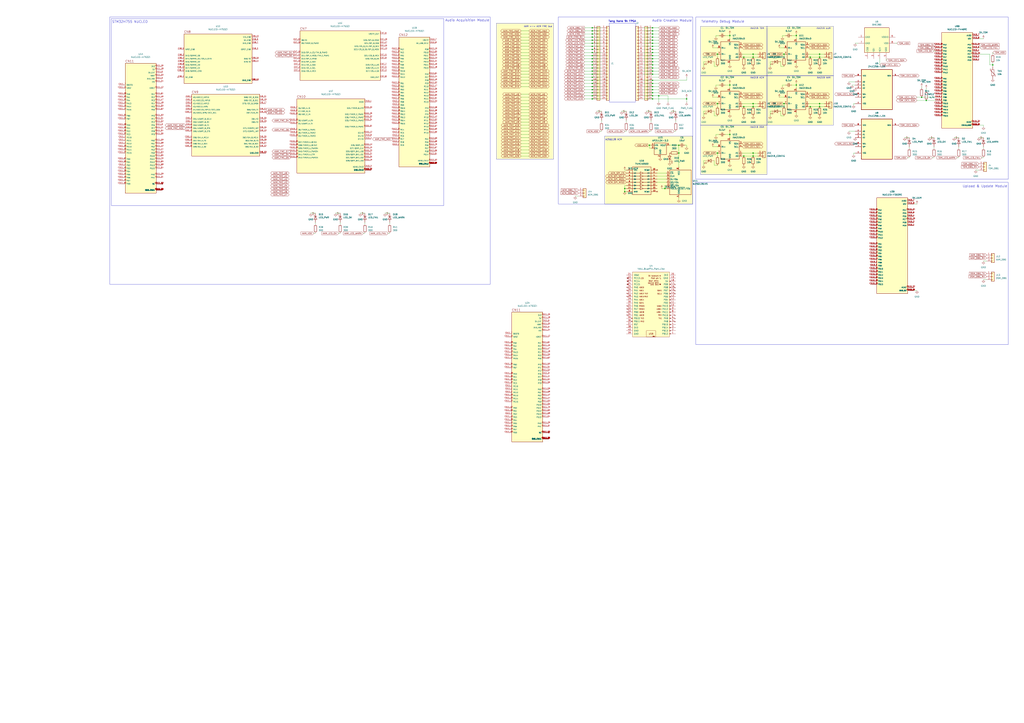
<source format=kicad_sch>
(kicad_sch (version 20250114) (generator "eeschema") (generator_version "9.0")
  (paper "A1")
  (lib_symbols
    (symbol "24LC256-I_SN:24LC256-I_SN" (pin_names (offset 1.016))
      (property "Reference" "U" (at -4.9591 14.9028 0))
      (property "Value" "24LC256-I_SN" (at -5.7261 -23.3626 0))
      (symbol "24LC256-I_SN_0_0"
        (pin power_in line (at -17.78 7.62 0) (length 5.08) (name "VCC") (number "8"))
        (pin input line (at -17.78 2.54 0) (length 5.08) (name "A0") (number "1"))
        (pin input line (at -17.78 0 0) (length 5.08) (name "A1") (number "2"))
        (pin input line (at -17.78 -2.54 0) (length 5.08) (name "A2") (number "3"))
        (pin input line (at -17.78 -7.62 0) (length 5.08) (name "SCL") (number "6"))
        (pin input line (at -17.78 -10.16 0) (length 5.08) (name "WP") (number "7"))
        (pin passive line (at -17.78 -15.24 0) (length 5.08) (name "VSS") (number "4"))
        (pin bidirectional line (at 17.78 7.62 180) (length 5.08) (name "SDA") (number "5"))
      )
    )
    (symbol "74HC4050D:74HC4050D" (pin_names (offset 1.016))
      (property "Reference" "U" (at -7.38 11.9607 0))
      (property "Value" "74HC4050D" (at -7.6329 -13.7392 0))
      (symbol "74HC4050D_0_0"
        (pin power_in line (at -12.7 8.89 0) (length 5.08) (name "VCC") (number "1"))
        (pin input line (at -12.7 6.35 0) (length 5.08) (name "1A") (number "3"))
        (pin input line (at -12.7 3.81 0) (length 5.08) (name "2A") (number "5"))
        (pin input line (at -12.7 1.27 0) (length 5.08) (name "3A") (number "7"))
        (pin input line (at -12.7 -1.27 0) (length 5.08) (name "4A") (number "9"))
        (pin input line (at -12.7 -3.81 0) (length 5.08) (name "5A") (number "11"))
        (pin input line (at -12.7 -6.35 0) (length 5.08) (name "6A") (number "14"))
        (pin power_in line (at -12.7 -8.89 0) (length 5.08) (name "GND") (number "8"))
        (pin no_connect line (at 12.7 8.89 180) (length 5.08) (name "NC@2") (number "16"))
        (pin output line (at 12.7 6.35 180) (length 5.08) (name "1Y") (number "2"))
        (pin output line (at 12.7 3.81 180) (length 5.08) (name "2Y") (number "4"))
        (pin output line (at 12.7 1.27 180) (length 5.08) (name "3Y") (number "6"))
        (pin output line (at 12.7 -1.27 180) (length 5.08) (name "4Y") (number "10"))
        (pin output line (at 12.7 -3.81 180) (length 5.08) (name "5Y") (number "12"))
        (pin output line (at 12.7 -6.35 180) (length 5.08) (name "6Y") (number "15"))
        (pin no_connect line (at 12.7 -8.89 180) (length 5.08) (name "NC@1") (number "13"))
      )
    )
    (symbol "Connector_Generic:Conn_01x02" (pin_names (offset 1.016) (hide yes))
      (property "Reference" "J" (at 0 2.54 0))
      (property "Value" "Conn_01x02" (at 0 -5.08 0))
      (symbol "Conn_01x02_1_1"
        (pin passive line (at -5.08 0 0) (length 3.81) (name "Pin_1") (number "1"))
        (pin passive line (at -5.08 -2.54 0) (length 3.81) (name "Pin_2") (number "2"))
      )
    )
    (symbol "Connector_Generic:Conn_01x03" (pin_names (offset 1.016) (hide yes))
      (property "Reference" "J" (at 0 5.08 0))
      (property "Value" "Conn_01x03" (at 0 -5.08 0))
      (symbol "Conn_01x03_1_1"
        (pin passive line (at -5.08 2.54 0) (length 3.81) (name "Pin_1") (number "1"))
        (pin passive line (at -5.08 0 0) (length 3.81) (name "Pin_2") (number "2"))
        (pin passive line (at -5.08 -2.54 0) (length 3.81) (name "Pin_3") (number "3"))
      )
    )
    (symbol "Connector_Generic:Conn_01x24" (pin_names (offset 1.016) (hide yes))
      (property "Reference" "J" (at 0 30.48 0))
      (property "Value" "Conn_01x24" (at 0 -33.02 0))
      (symbol "Conn_01x24_1_1"
        (pin passive line (at -5.08 27.94 0) (length 3.81) (name "Pin_1") (number "1"))
        (pin passive line (at -5.08 25.4 0) (length 3.81) (name "Pin_2") (number "2"))
        (pin passive line (at -5.08 22.86 0) (length 3.81) (name "Pin_3") (number "3"))
        (pin passive line (at -5.08 20.32 0) (length 3.81) (name "Pin_4") (number "4"))
        (pin passive line (at -5.08 17.78 0) (length 3.81) (name "Pin_5") (number "5"))
        (pin passive line (at -5.08 15.24 0) (length 3.81) (name "Pin_6") (number "6"))
        (pin passive line (at -5.08 12.7 0) (length 3.81) (name "Pin_7") (number "7"))
        (pin passive line (at -5.08 10.16 0) (length 3.81) (name "Pin_8") (number "8"))
        (pin passive line (at -5.08 7.62 0) (length 3.81) (name "Pin_9") (number "9"))
        (pin passive line (at -5.08 5.08 0) (length 3.81) (name "Pin_10") (number "10"))
        (pin passive line (at -5.08 2.54 0) (length 3.81) (name "Pin_11") (number "11"))
        (pin passive line (at -5.08 0 0) (length 3.81) (name "Pin_12") (number "12"))
        (pin passive line (at -5.08 -2.54 0) (length 3.81) (name "Pin_13") (number "13"))
        (pin passive line (at -5.08 -5.08 0) (length 3.81) (name "Pin_14") (number "14"))
        (pin passive line (at -5.08 -7.62 0) (length 3.81) (name "Pin_15") (number "15"))
        (pin passive line (at -5.08 -10.16 0) (length 3.81) (name "Pin_16") (number "16"))
        (pin passive line (at -5.08 -12.7 0) (length 3.81) (name "Pin_17") (number "17"))
        (pin passive line (at -5.08 -15.24 0) (length 3.81) (name "Pin_18") (number "18"))
        (pin passive line (at -5.08 -17.78 0) (length 3.81) (name "Pin_19") (number "19"))
        (pin passive line (at -5.08 -20.32 0) (length 3.81) (name "Pin_20") (number "20"))
        (pin passive line (at -5.08 -22.86 0) (length 3.81) (name "Pin_21") (number "21"))
        (pin passive line (at -5.08 -25.4 0) (length 3.81) (name "Pin_22") (number "22"))
        (pin passive line (at -5.08 -27.94 0) (length 3.81) (name "Pin_23") (number "23"))
        (pin passive line (at -5.08 -30.48 0) (length 3.81) (name "Pin_24") (number "24"))
      )
    )
    (symbol "Device:C_Small" (pin_numbers (hide yes)) (pin_names (offset 0.254) (hide yes))
      (property "Reference" "C" (at 0.254 1.778 0))
      (property "Value" "C_Small" (at 0.254 -2.032 0))
      (symbol "C_Small_1_1"
        (pin passive line (at 0 2.54 270) (length 2.032) (name "~") (number "1"))
        (pin passive line (at 0 -2.54 90) (length 2.032) (name "~") (number "2"))
      )
    )
    (symbol "Device:LED" (pin_numbers (hide yes)) (pin_names (offset 1.016) (hide yes))
      (property "Reference" "D" (at 0 2.54 0))
      (property "Value" "LED" (at 0 -2.54 0))
      (symbol "LED_1_1"
        (pin passive line (at -3.81 0 0) (length 2.54) (name "K") (number "1"))
        (pin passive line (at 3.81 0 180) (length 2.54) (name "A") (number "2"))
      )
    )
    (symbol "Device:R" (pin_numbers (hide yes)) (pin_names (offset 0))
      (property "Reference" "R" (at 2.032 0 90))
      (property "Value" "R" (at 0 0 90))
      (symbol "R_1_1"
        (pin passive line (at 0 3.81 270) (length 1.27) (name "~") (number "1"))
        (pin passive line (at 0 -3.81 90) (length 1.27) (name "~") (number "2"))
      )
    )
    (symbol "Device:Thermistor" (pin_numbers (hide yes)) (pin_names (offset 0))
      (property "Reference" "TH" (at 2.54 1.27 90))
      (property "Value" "Thermistor" (at -2.54 0 90))
      (symbol "Thermistor_1_1"
        (pin passive line (at 0 5.08 270) (length 2.54) (name "~") (number "1"))
        (pin passive line (at 0 -5.08 90) (length 2.54) (name "~") (number "2"))
      )
    )
    (symbol "Memory_Flash:W25Q128JVS"
      (property "Reference" "U" (at -6.35 11.43 0))
      (property "Value" "W25Q128JVS" (at 7.62 11.43 0))
      (symbol "W25Q128JVS_1_1"
        (pin input line (at -10.16 7.62 0) (length 2.54) (name "~{CS}") (number "1"))
        (pin input line (at -10.16 5.08 0) (length 2.54) (name "CLK") (number "6"))
        (pin bidirectional line (at -10.16 2.54 0) (length 2.54) (name "DI/IO_{0}") (number "5"))
        (pin bidirectional line (at -10.16 0 0) (length 2.54) (name "DO/IO_{1}") (number "2"))
        (pin bidirectional line (at -10.16 -2.54 0) (length 2.54) (name "~{WP}/IO_{2}") (number "3"))
        (pin bidirectional line (at -10.16 -5.08 0) (length 2.54) (name "~{HOLD}/~{RESET}/IO_{3}") (number "7"))
        (pin power_in line (at 0 12.7 270) (length 2.54) (name "VCC") (number "8"))
        (pin power_in line (at 0 -12.7 90) (length 2.54) (name "GND") (number "4"))
      )
    )
    (symbol "NUCLEO-F303RE:NUCLEO-F303RE" (pin_names (offset 1.016))
      (property "Reference" "U" (at -15.24 41.91 0))
      (property "Value" "NUCLEO-F303RE" (at -15.24 -44.45 0))
      (symbol "NUCLEO-F303RE_1_0"
        (pin bidirectional line (at -20.32 20.32 0) (length 5.08) (name "RESET_S1") (number "CN7_14"))
        (pin bidirectional line (at -20.32 17.78 0) (length 5.08) (name "BOOT0") (number "CN7_7"))
        (pin bidirectional line (at -20.32 12.7 0) (length 5.08) (name "PA0") (number "CN7_28"))
        (pin bidirectional line (at -20.32 10.16 0) (length 5.08) (name "PA1") (number "CN7_30"))
        (pin bidirectional line (at -20.32 7.62 0) (length 5.08) (name "PA4") (number "CN7_32"))
        (pin bidirectional line (at -20.32 5.08 0) (length 5.08) (name "PA13") (number "CN7_13"))
        (pin bidirectional line (at -20.32 2.54 0) (length 5.08) (name "PA14") (number "CN7_15"))
        (pin bidirectional line (at -20.32 0 0) (length 5.08) (name "PA15") (number "CN7_17"))
        (pin bidirectional line (at -20.32 -5.08 0) (length 5.08) (name "PB0") (number "CN7_34"))
        (pin bidirectional line (at -20.32 -7.62 0) (length 5.08) (name "PB7") (number "CN7_21"))
        (pin bidirectional line (at -20.32 -12.7 0) (length 5.08) (name "PC0") (number "CN7_38"))
        (pin bidirectional line (at -20.32 -15.24 0) (length 5.08) (name "PC1") (number "CN7_36"))
        (pin bidirectional line (at -20.32 -17.78 0) (length 5.08) (name "PC2") (number "CN7_35"))
        (pin bidirectional line (at -20.32 -20.32 0) (length 5.08) (name "PC3") (number "CN7_37"))
        (pin bidirectional line (at -20.32 -22.86 0) (length 5.08) (name "PC11") (number "CN7_2"))
        (pin bidirectional line (at -20.32 -25.4 0) (length 5.08) (name "PC10") (number "CN7_1"))
        (pin bidirectional line (at -20.32 -27.94 0) (length 5.08) (name "PC12") (number "CN7_3"))
        (pin bidirectional line (at -20.32 -30.48 0) (length 5.08) (name "PC13") (number "CN7_23"))
        (pin bidirectional line (at -20.32 -33.02 0) (length 5.08) (name "PC14") (number "CN7_25"))
        (pin bidirectional line (at -20.32 -35.56 0) (length 5.08) (name "PC15") (number "CN7_27"))
        (pin power_in line (at 20.32 38.1 180) (length 5.08) (name "+3V3_S1") (number "CN7_16"))
        (pin power_in line (at 20.32 35.56 180) (length 5.08) (name "+5V_S1") (number "CN7_18"))
        (pin power_in line (at 20.32 33.02 180) (length 5.08) (name "E5V") (number "CN7_6"))
        (pin power_in line (at 20.32 30.48 180) (length 5.08) (name "VBAT") (number "CN7_33"))
        (pin power_in line (at 20.32 27.94 180) (length 5.08) (name "VDD") (number "CN7_5"))
        (pin power_in line (at 20.32 25.4 180) (length 5.08) (name "VIN_S1") (number "CN7_24"))
        (pin bidirectional line (at 20.32 20.32 180) (length 5.08) (name "IOREF_S1") (number "CN7_12"))
        (pin bidirectional line (at 20.32 17.78 180) (length 5.08) (name "PD2") (number "CN7_4"))
        (pin bidirectional line (at 20.32 12.7 180) (length 5.08) (name "PF0") (number "CN7_29"))
        (pin bidirectional line (at 20.32 10.16 180) (length 5.08) (name "PF1") (number "CN7_31"))
        (pin power_in line (at 20.32 -40.64 180) (length 5.08) (name "GND_S1") (number "CN7_19"))
        (pin power_in line (at 20.32 -40.64 180) (length 5.08) (name "GND_S1") (number "CN7_20"))
        (pin power_in line (at 20.32 -40.64 180) (length 5.08) (name "GND_S1") (number "CN7_22"))
        (pin power_in line (at 20.32 -40.64 180) (length 5.08) (name "GND_S1") (number "CN7_8"))
      )
      (symbol "NUCLEO-F303RE_2_0"
        (pin bidirectional line (at -17.78 27.94 0) (length 5.08) (name "PA2") (number "CN10_35"))
        (pin bidirectional line (at -17.78 25.4 0) (length 5.08) (name "PA3") (number "CN10_37"))
        (pin bidirectional line (at -17.78 22.86 0) (length 5.08) (name "PA5") (number "CN10_11"))
        (pin bidirectional line (at -17.78 20.32 0) (length 5.08) (name "PA6") (number "CN10_13"))
        (pin bidirectional line (at -17.78 17.78 0) (length 5.08) (name "PA7") (number "CN10_15"))
        (pin bidirectional line (at -17.78 15.24 0) (length 5.08) (name "PA8") (number "CN10_23"))
        (pin bidirectional line (at -17.78 12.7 0) (length 5.08) (name "PA9") (number "CN10_21"))
        (pin bidirectional line (at -17.78 10.16 0) (length 5.08) (name "PA10") (number "CN10_33"))
        (pin bidirectional line (at -17.78 7.62 0) (length 5.08) (name "PA11") (number "CN10_14"))
        (pin bidirectional line (at -17.78 5.08 0) (length 5.08) (name "PA12") (number "CN10_12"))
        (pin bidirectional line (at -17.78 0 0) (length 5.08) (name "PB1") (number "CN10_24"))
        (pin bidirectional line (at -17.78 -2.54 0) (length 5.08) (name "PB2") (number "CN10_22"))
        (pin bidirectional line (at -17.78 -5.08 0) (length 5.08) (name "PB3") (number "CN10_31"))
        (pin bidirectional line (at -17.78 -7.62 0) (length 5.08) (name "PB4") (number "CN10_27"))
        (pin bidirectional line (at -17.78 -10.16 0) (length 5.08) (name "PB5") (number "CN10_29"))
        (pin bidirectional line (at -17.78 -12.7 0) (length 5.08) (name "PB6") (number "CN10_17"))
        (pin bidirectional line (at -17.78 -15.24 0) (length 5.08) (name "PB8") (number "CN10_3"))
        (pin bidirectional line (at -17.78 -17.78 0) (length 5.08) (name "PB9") (number "CN10_5"))
        (pin bidirectional line (at -17.78 -20.32 0) (length 5.08) (name "PB10") (number "CN10_25"))
        (pin bidirectional line (at -17.78 -22.86 0) (length 5.08) (name "PB11") (number "CN10_18"))
        (pin bidirectional line (at -17.78 -25.4 0) (length 5.08) (name "PB12") (number "CN10_16"))
        (pin bidirectional line (at -17.78 -27.94 0) (length 5.08) (name "PB13") (number "CN10_30"))
        (pin bidirectional line (at -17.78 -30.48 0) (length 5.08) (name "PB14") (number "CN10_28"))
        (pin bidirectional line (at -17.78 -33.02 0) (length 5.08) (name "PB15") (number "CN10_26"))
        (pin power_in line (at 17.78 35.56 180) (length 5.08) (name "AVDD") (number "CN10_7"))
        (pin power_in line (at 17.78 33.02 180) (length 5.08) (name "U5V") (number "CN10_8"))
        (pin bidirectional line (at 17.78 27.94 180) (length 5.08) (name "PC4") (number "CN10_34"))
        (pin bidirectional line (at 17.78 25.4 180) (length 5.08) (name "PC5") (number "CN10_6"))
        (pin bidirectional line (at 17.78 22.86 180) (length 5.08) (name "PC6") (number "CN10_4"))
        (pin bidirectional line (at 17.78 20.32 180) (length 5.08) (name "PC7") (number "CN10_19"))
        (pin bidirectional line (at 17.78 17.78 180) (length 5.08) (name "PC8") (number "CN10_2"))
        (pin bidirectional line (at 17.78 15.24 180) (length 5.08) (name "PC9") (number "CN10_1"))
        (pin power_in line (at 17.78 -35.56 180) (length 5.08) (name "AGND") (number "CN10_32"))
        (pin power_in line (at 17.78 -38.1 180) (length 5.08) (name "GND_S2") (number "CN10_20"))
        (pin power_in line (at 17.78 -38.1 180) (length 5.08) (name "GND_S2") (number "CN10_9"))
      )
      (symbol "NUCLEO-F303RE_3_0"
        (pin bidirectional line (at -15.24 -2.54 0) (length 5.08) (name "RESET") (number "CN6_3"))
        (pin bidirectional line (at -15.24 -5.08 0) (length 5.08) (name "IOREF") (number "CN6_2"))
        (pin power_in line (at 15.24 7.62 180) (length 5.08) (name "VIN") (number "CN6_8"))
        (pin power_in line (at 15.24 5.08 180) (length 5.08) (name "+5V") (number "CN6_5"))
        (pin power_in line (at 15.24 2.54 180) (length 5.08) (name "+3V3") (number "CN6_4"))
        (pin power_in line (at 15.24 -10.16 180) (length 5.08) (name "GND") (number "CN6_6"))
        (pin power_in line (at 15.24 -10.16 180) (length 5.08) (name "GND") (number "CN6_7"))
      )
      (symbol "NUCLEO-F303RE_4_0"
        (pin input line (at -10.16 10.16 0) (length 5.08) (name "D0") (number "CN9_1"))
        (pin output line (at -10.16 7.62 0) (length 5.08) (name "D1") (number "CN9_2"))
        (pin bidirectional line (at -10.16 2.54 0) (length 5.08) (name "D2") (number "CN9_3"))
        (pin bidirectional line (at -10.16 0 0) (length 5.08) (name "D3") (number "CN9_4"))
        (pin bidirectional line (at -10.16 -2.54 0) (length 5.08) (name "D4") (number "CN9_5"))
        (pin bidirectional line (at -10.16 -5.08 0) (length 5.08) (name "D5") (number "CN9_6"))
        (pin bidirectional line (at -10.16 -7.62 0) (length 5.08) (name "D6") (number "CN9_7"))
        (pin bidirectional line (at -10.16 -10.16 0) (length 5.08) (name "D7") (number "CN9_8"))
      )
      (symbol "NUCLEO-F303RE_5_0"
        (pin input line (at -10.16 5.08 0) (length 5.08) (name "A0") (number "CN8_1"))
        (pin input line (at -10.16 2.54 0) (length 5.08) (name "A1") (number "CN8_2"))
        (pin input line (at -10.16 0 0) (length 5.08) (name "A2") (number "CN8_3"))
        (pin input line (at -10.16 -2.54 0) (length 5.08) (name "A3") (number "CN8_4"))
        (pin input line (at -10.16 -5.08 0) (length 5.08) (name "A4") (number "CN8_5"))
        (pin input line (at -10.16 -7.62 0) (length 5.08) (name "A5") (number "CN8_6"))
      )
      (symbol "NUCLEO-F303RE_6_0"
        (pin bidirectional line (at -15.24 7.62 0) (length 5.08) (name "D8") (number "CN5_1"))
        (pin bidirectional line (at -15.24 5.08 0) (length 5.08) (name "D9") (number "CN5_2"))
        (pin bidirectional line (at -15.24 2.54 0) (length 5.08) (name "D10") (number "CN5_3"))
        (pin bidirectional line (at -15.24 0 0) (length 5.08) (name "D11") (number "CN5_4"))
        (pin bidirectional line (at -15.24 -2.54 0) (length 5.08) (name "D12") (number "CN5_5"))
        (pin bidirectional clock (at -15.24 -5.08 0) (length 5.08) (name "D13") (number "CN5_6"))
        (pin bidirectional line (at -15.24 -7.62 0) (length 5.08) (name "D14") (number "CN5_9"))
        (pin bidirectional clock (at -15.24 -10.16 0) (length 5.08) (name "D15") (number "CN5_10"))
        (pin power_in line (at 15.24 12.7 180) (length 5.08) (name "AVDD_S6") (number "CN5_8"))
        (pin power_in line (at 15.24 -15.24 180) (length 5.08) (name "GND_S6") (number "CN5_7"))
      )
    )
    (symbol "NUCLEO-F446RE:NUCLEO-F446RE" (pin_names (offset 1.016))
      (property "Reference" "U" (at -17.78 41.91 0))
      (property "Value" "NUCLEO-F446RE" (at -17.78 -44.45 0))
      (symbol "NUCLEO-F446RE_1_0"
        (pin bidirectional line (at -22.86 20.32 0) (length 5.08) (name "CN7_RESET") (number "CN7_14"))
        (pin bidirectional line (at -22.86 17.78 0) (length 5.08) (name "BOOT0") (number "CN7_7"))
        (pin bidirectional line (at -22.86 12.7 0) (length 5.08) (name "PA0") (number "CN7_28"))
        (pin bidirectional line (at -22.86 10.16 0) (length 5.08) (name "PA1") (number "CN7_30"))
        (pin bidirectional line (at -22.86 7.62 0) (length 5.08) (name "PA4") (number "CN7_32"))
        (pin bidirectional line (at -22.86 5.08 0) (length 5.08) (name "PA13") (number "CN7_13"))
        (pin bidirectional line (at -22.86 2.54 0) (length 5.08) (name "PA14") (number "CN7_15"))
        (pin bidirectional line (at -22.86 0 0) (length 5.08) (name "PA15") (number "CN7_17"))
        (pin bidirectional line (at -22.86 -5.08 0) (length 5.08) (name "PB0") (number "CN7_34"))
        (pin bidirectional line (at -22.86 -7.62 0) (length 5.08) (name "PB7") (number "CN7_21"))
        (pin bidirectional line (at -22.86 -12.7 0) (length 5.08) (name "PC0/PB8") (number "CN7_38"))
        (pin bidirectional line (at -22.86 -15.24 0) (length 5.08) (name "PC1/PB9") (number "CN7_36"))
        (pin bidirectional line (at -22.86 -17.78 0) (length 5.08) (name "PC2") (number "CN7_35"))
        (pin bidirectional line (at -22.86 -20.32 0) (length 5.08) (name "PC3") (number "CN7_37"))
        (pin bidirectional line (at -22.86 -22.86 0) (length 5.08) (name "PC11") (number "CN7_2"))
        (pin bidirectional line (at -22.86 -25.4 0) (length 5.08) (name "PC10") (number "CN7_1"))
        (pin bidirectional line (at -22.86 -27.94 0) (length 5.08) (name "PC12") (number "CN7_3"))
        (pin bidirectional line (at -22.86 -30.48 0) (length 5.08) (name "PC13") (number "CN7_23"))
        (pin bidirectional line (at -22.86 -33.02 0) (length 5.08) (name "PC14") (number "CN7_25"))
        (pin bidirectional line (at -22.86 -35.56 0) (length 5.08) (name "PC15") (number "CN7_27"))
        (pin power_in line (at 22.86 38.1 180) (length 5.08) (name "CN7_+3V3") (number "CN7_16"))
        (pin power_in line (at 22.86 35.56 180) (length 5.08) (name "CN7_+5V") (number "CN7_18"))
        (pin power_in line (at 22.86 33.02 180) (length 5.08) (name "E5V") (number "CN7_6"))
        (pin power_in line (at 22.86 30.48 180) (length 5.08) (name "VBAT") (number "CN7_33"))
        (pin power_in line (at 22.86 27.94 180) (length 5.08) (name "VDD") (number "CN7_5"))
        (pin power_in line (at 22.86 25.4 180) (length 5.08) (name "CN7_VIN") (number "CN7_24"))
        (pin bidirectional line (at 22.86 20.32 180) (length 5.08) (name "CN7_IOREF") (number "CN7_12"))
        (pin bidirectional line (at 22.86 17.78 180) (length 5.08) (name "PD2") (number "CN7_4"))
        (pin bidirectional line (at 22.86 12.7 180) (length 5.08) (name "PH0") (number "CN7_29"))
        (pin bidirectional line (at 22.86 10.16 180) (length 5.08) (name "PH1") (number "CN7_31"))
        (pin power_in line (at 22.86 -40.64 180) (length 5.08) (name "CN7_GND") (number "CN7_19"))
        (pin power_in line (at 22.86 -40.64 180) (length 5.08) (name "CN7_GND") (number "CN7_20"))
        (pin power_in line (at 22.86 -40.64 180) (length 5.08) (name "CN7_GND") (number "CN7_22"))
        (pin power_in line (at 22.86 -40.64 180) (length 5.08) (name "CN7_GND") (number "CN7_8"))
      )
      (symbol "NUCLEO-F446RE_2_0"
        (pin bidirectional line (at -17.78 27.94 0) (length 5.08) (name "PA2") (number "CN10_35"))
        (pin bidirectional line (at -17.78 25.4 0) (length 5.08) (name "PA3") (number "CN10_37"))
        (pin bidirectional line (at -17.78 22.86 0) (length 5.08) (name "PA5") (number "CN10_11"))
        (pin bidirectional line (at -17.78 20.32 0) (length 5.08) (name "PA6") (number "CN10_13"))
        (pin bidirectional line (at -17.78 17.78 0) (length 5.08) (name "PA7") (number "CN10_15"))
        (pin bidirectional line (at -17.78 15.24 0) (length 5.08) (name "PA8") (number "CN10_23"))
        (pin bidirectional line (at -17.78 12.7 0) (length 5.08) (name "PA9") (number "CN10_21"))
        (pin bidirectional line (at -17.78 10.16 0) (length 5.08) (name "PA10") (number "CN10_33"))
        (pin bidirectional line (at -17.78 7.62 0) (length 5.08) (name "PA11") (number "CN10_14"))
        (pin bidirectional line (at -17.78 5.08 0) (length 5.08) (name "PA12") (number "CN10_12"))
        (pin bidirectional line (at -17.78 0 0) (length 5.08) (name "PB1") (number "CN10_24"))
        (pin bidirectional line (at -17.78 -2.54 0) (length 5.08) (name "PB2") (number "CN10_22"))
        (pin bidirectional line (at -17.78 -5.08 0) (length 5.08) (name "PB3") (number "CN10_31"))
        (pin bidirectional line (at -17.78 -7.62 0) (length 5.08) (name "PB4") (number "CN10_27"))
        (pin bidirectional line (at -17.78 -10.16 0) (length 5.08) (name "PB5") (number "CN10_29"))
        (pin bidirectional line (at -17.78 -12.7 0) (length 5.08) (name "PB6") (number "CN10_17"))
        (pin bidirectional line (at -17.78 -15.24 0) (length 5.08) (name "PB8") (number "CN10_3"))
        (pin bidirectional line (at -17.78 -17.78 0) (length 5.08) (name "PB9") (number "CN10_5"))
        (pin bidirectional line (at -17.78 -20.32 0) (length 5.08) (name "PB10") (number "CN10_25"))
        (pin bidirectional line (at -17.78 -22.86 0) (length 5.08) (name "PB12") (number "CN10_16"))
        (pin bidirectional line (at -17.78 -25.4 0) (length 5.08) (name "PB13") (number "CN10_30"))
        (pin bidirectional line (at -17.78 -27.94 0) (length 5.08) (name "PB14") (number "CN10_28"))
        (pin bidirectional line (at -17.78 -30.48 0) (length 5.08) (name "PB15") (number "CN10_26"))
        (pin power_in line (at 17.78 35.56 180) (length 5.08) (name "AVDD") (number "CN10_7"))
        (pin power_in line (at 17.78 33.02 180) (length 5.08) (name "U5V") (number "CN10_8"))
        (pin bidirectional line (at 17.78 27.94 180) (length 5.08) (name "PC4") (number "CN10_34"))
        (pin bidirectional line (at 17.78 25.4 180) (length 5.08) (name "PC5") (number "CN10_6"))
        (pin bidirectional line (at 17.78 22.86 180) (length 5.08) (name "PC6") (number "CN10_4"))
        (pin bidirectional line (at 17.78 20.32 180) (length 5.08) (name "PC7") (number "CN10_19"))
        (pin bidirectional line (at 17.78 17.78 180) (length 5.08) (name "PC8") (number "CN10_2"))
        (pin bidirectional line (at 17.78 15.24 180) (length 5.08) (name "PC9") (number "CN10_1"))
        (pin power_in line (at 17.78 -35.56 180) (length 5.08) (name "AGND") (number "CN10_32"))
        (pin power_in line (at 17.78 -38.1 180) (length 5.08) (name "CN10_GND") (number "CN10_20"))
        (pin power_in line (at 17.78 -38.1 180) (length 5.08) (name "CN10_GND") (number "CN10_9"))
      )
      (symbol "NUCLEO-F446RE_3_0"
        (pin bidirectional line (at -20.32 -2.54 0) (length 5.08) (name "CN6_RESET") (number "CN6_3"))
        (pin bidirectional line (at -20.32 -5.08 0) (length 5.08) (name "CN6_IOREF") (number "CN6_2"))
        (pin power_in line (at 20.32 7.62 180) (length 5.08) (name "CN6_VIN") (number "CN6_8"))
        (pin power_in line (at 20.32 5.08 180) (length 5.08) (name "CN6_+5V") (number "CN6_5"))
        (pin power_in line (at 20.32 2.54 180) (length 5.08) (name "CN6_+3V3") (number "CN6_4"))
        (pin power_in line (at 20.32 -10.16 180) (length 5.08) (name "CN6_GND") (number "CN6_6"))
        (pin power_in line (at 20.32 -10.16 180) (length 5.08) (name "CN6_GND") (number "CN6_7"))
      )
      (symbol "NUCLEO-F446RE_4_0"
        (pin input line (at -10.16 10.16 0) (length 5.08) (name "D0") (number "CN9_1"))
        (pin output line (at -10.16 7.62 0) (length 5.08) (name "D1") (number "CN9_2"))
        (pin bidirectional line (at -10.16 2.54 0) (length 5.08) (name "D2") (number "CN9_3"))
        (pin bidirectional line (at -10.16 0 0) (length 5.08) (name "D3") (number "CN9_4"))
        (pin bidirectional line (at -10.16 -2.54 0) (length 5.08) (name "D4") (number "CN9_5"))
        (pin bidirectional line (at -10.16 -5.08 0) (length 5.08) (name "D5") (number "CN9_6"))
        (pin bidirectional line (at -10.16 -7.62 0) (length 5.08) (name "D6") (number "CN9_7"))
        (pin bidirectional line (at -10.16 -10.16 0) (length 5.08) (name "D7") (number "CN9_8"))
      )
      (symbol "NUCLEO-F446RE_5_0"
        (pin input line (at -10.16 5.08 0) (length 5.08) (name "A0") (number "CN8_1"))
        (pin input line (at -10.16 2.54 0) (length 5.08) (name "A1") (number "CN8_2"))
        (pin input line (at -10.16 0 0) (length 5.08) (name "A2") (number "CN8_3"))
        (pin input line (at -10.16 -2.54 0) (length 5.08) (name "A3") (number "CN8_4"))
        (pin input line (at -10.16 -5.08 0) (length 5.08) (name "A4") (number "CN8_5"))
        (pin input line (at -10.16 -7.62 0) (length 5.08) (name "A5") (number "CN8_6"))
      )
      (symbol "NUCLEO-F446RE_6_0"
        (pin bidirectional line (at -15.24 7.62 0) (length 5.08) (name "D8") (number "CN5_1"))
        (pin bidirectional line (at -15.24 5.08 0) (length 5.08) (name "D9") (number "CN5_2"))
        (pin bidirectional line (at -15.24 2.54 0) (length 5.08) (name "D10") (number "CN5_3"))
        (pin bidirectional line (at -15.24 0 0) (length 5.08) (name "D11") (number "CN5_4"))
        (pin bidirectional line (at -15.24 -2.54 0) (length 5.08) (name "D12") (number "CN5_5"))
        (pin bidirectional clock (at -15.24 -5.08 0) (length 5.08) (name "D13") (number "CN5_6"))
        (pin bidirectional line (at -15.24 -7.62 0) (length 5.08) (name "D14") (number "CN5_9"))
        (pin bidirectional clock (at -15.24 -10.16 0) (length 5.08) (name "D15") (number "CN5_10"))
        (pin power_in line (at 15.24 12.7 180) (length 5.08) (name "AREF") (number "CN5_8"))
        (pin power_in line (at 15.24 -15.24 180) (length 5.08) (name "CN5_GND") (number "CN5_7"))
      )
    )
    (symbol "NUCLEO-H753ZI:NUCLEO-H753ZI" (pin_names (offset 1.016))
      (property "Reference" "U" (at -12.7 57.15 0))
      (property "Value" "NUCLEO-H753ZI" (at -12.7 -54.61 0))
      (symbol "NUCLEO-H753ZI_1_0"
        (text "CN11" (at -12.7 54.102 0) (effects (font (size 1.778 1.778)) (justify left bottom)))
        (pin input line (at -17.78 35.56 0) (length 5.08) (name "BOOT0") (number "CN11_7"))
        (pin input line (at -17.78 33.02 0) (length 5.08) (name "NRST") (number "CN11_14"))
        (pin bidirectional line (at -17.78 27.94 0) (length 5.08) (name "PA0") (number "CN11_28"))
        (pin bidirectional line (at -17.78 25.4 0) (length 5.08) (name "PA1") (number "CN11_30"))
        (pin bidirectional line (at -17.78 22.86 0) (length 5.08) (name "PA4") (number "CN11_32"))
        (pin bidirectional line (at -17.78 20.32 0) (length 5.08) (name "PA13") (number "CN11_13"))
        (pin bidirectional line (at -17.78 17.78 0) (length 5.08) (name "PA14") (number "CN11_15"))
        (pin bidirectional line (at -17.78 15.24 0) (length 5.08) (name "PA15") (number "CN11_17"))
        (pin bidirectional line (at -17.78 10.16 0) (length 5.08) (name "PB0") (number "CN11_34"))
        (pin bidirectional line (at -17.78 7.62 0) (length 5.08) (name "PB7") (number "CN11_21"))
        (pin bidirectional line (at -17.78 2.54 0) (length 5.08) (name "PC0") (number "CN11_38"))
        (pin bidirectional line (at -17.78 0 0) (length 5.08) (name "PC1") (number "CN11_36"))
        (pin bidirectional line (at -17.78 -2.54 0) (length 5.08) (name "PC2") (number "CN11_35"))
        (pin bidirectional line (at -17.78 -5.08 0) (length 5.08) (name "PC3") (number "CN11_37"))
        (pin bidirectional line (at -17.78 -7.62 0) (length 5.08) (name "PC10") (number "CN11_1"))
        (pin bidirectional line (at -17.78 -10.16 0) (length 5.08) (name "PC11") (number "CN11_2"))
        (pin bidirectional line (at -17.78 -12.7 0) (length 5.08) (name "PC12") (number "CN11_3"))
        (pin bidirectional line (at -17.78 -15.24 0) (length 5.08) (name "PC13") (number "CN11_23"))
        (pin bidirectional line (at -17.78 -17.78 0) (length 5.08) (name "PC14") (number "CN11_25"))
        (pin bidirectional line (at -17.78 -20.32 0) (length 5.08) (name "PC15") (number "CN11_27"))
        (pin bidirectional line (at -17.78 -25.4 0) (length 5.08) (name "PD0") (number "CN11_57"))
        (pin bidirectional line (at -17.78 -27.94 0) (length 5.08) (name "PD1") (number "CN11_55"))
        (pin bidirectional line (at -17.78 -30.48 0) (length 5.08) (name "PD2") (number "CN11_4"))
        (pin bidirectional line (at -17.78 -33.02 0) (length 5.08) (name "PD3") (number "CN11_40"))
        (pin bidirectional line (at -17.78 -35.56 0) (length 5.08) (name "PD4") (number "CN11_39"))
        (pin bidirectional line (at -17.78 -38.1 0) (length 5.08) (name "PD5") (number "CN11_41"))
        (pin bidirectional line (at -17.78 -40.64 0) (length 5.08) (name "PD6") (number "CN11_43"))
        (pin bidirectional line (at -17.78 -43.18 0) (length 5.08) (name "PD7") (number "CN11_45"))
        (pin bidirectional line (at -17.78 -45.72 0) (length 5.08) (name "PD9") (number "CN11_69"))
        (pin power_in line (at 17.78 50.8 180) (length 5.08) (name "3V3") (number "CN11_16"))
        (pin power_in line (at 17.78 48.26 180) (length 5.08) (name "5V") (number "CN11_18"))
        (pin power_in line (at 17.78 45.72 180) (length 5.08) (name "5V_EXT") (number "CN11_6"))
        (pin power_in line (at 17.78 43.18 180) (length 5.08) (name "VBAT") (number "CN11_33"))
        (pin power_in line (at 17.78 40.64 180) (length 5.08) (name "3V3_VDD") (number "CN11_5"))
        (pin power_in line (at 17.78 38.1 180) (length 5.08) (name "VIN") (number "CN11_24"))
        (pin bidirectional line (at 17.78 33.02 180) (length 5.08) (name "IOREF") (number "CN11_12"))
        (pin bidirectional line (at 17.78 27.94 180) (length 5.08) (name "PE1") (number "CN11_61"))
        (pin bidirectional line (at 17.78 25.4 180) (length 5.08) (name "PE2") (number "CN11_46"))
        (pin bidirectional line (at 17.78 22.86 180) (length 5.08) (name "PE3") (number "CN11_47"))
        (pin bidirectional line (at 17.78 20.32 180) (length 5.08) (name "PE4") (number "CN11_48"))
        (pin bidirectional line (at 17.78 17.78 180) (length 5.08) (name "PE5") (number "CN11_50"))
        (pin bidirectional line (at 17.78 15.24 180) (length 5.08) (name "PE6") (number "CN11_62"))
        (pin bidirectional line (at 17.78 10.16 180) (length 5.08) (name "PF0") (number "CN11_53"))
        (pin bidirectional line (at 17.78 7.62 180) (length 5.08) (name "PF1") (number "CN11_51"))
        (pin bidirectional line (at 17.78 5.08 180) (length 5.08) (name "PF2") (number "CN11_52"))
        (pin bidirectional line (at 17.78 2.54 180) (length 5.08) (name "PF6") (number "CN11_9"))
        (pin bidirectional line (at 17.78 0 180) (length 5.08) (name "PF7") (number "CN11_11"))
        (pin bidirectional line (at 17.78 -2.54 180) (length 5.08) (name "PF8") (number "CN11_54"))
        (pin bidirectional line (at 17.78 -5.08 180) (length 5.08) (name "PF9") (number "CN11_56"))
        (pin bidirectional line (at 17.78 -10.16 180) (length 5.08) (name "PG0") (number "CN11_59"))
        (pin bidirectional line (at 17.78 -12.7 180) (length 5.08) (name "PG1") (number "CN11_58"))
        (pin bidirectional line (at 17.78 -15.24 180) (length 5.08) (name "PG2") (number "CN11_42"))
        (pin bidirectional line (at 17.78 -17.78 180) (length 5.08) (name "PG3") (number "CN11_44"))
        (pin bidirectional line (at 17.78 -20.32 180) (length 5.08) (name "PG9") (number "CN11_63"))
        (pin bidirectional line (at 17.78 -22.86 180) (length 5.08) (name "PG10") (number "CN11_66"))
        (pin bidirectional line (at 17.78 -25.4 180) (length 5.08) (name "PG11") (number "CN11_70"))
        (pin bidirectional line (at 17.78 -27.94 180) (length 5.08) (name "PG12") (number "CN11_65"))
        (pin bidirectional line (at 17.78 -30.48 180) (length 5.08) (name "PG13") (number "CN11_68"))
        (pin bidirectional line (at 17.78 -33.02 180) (length 5.08) (name "PG15") (number "CN11_64"))
        (pin bidirectional line (at 17.78 -38.1 180) (length 5.08) (name "PH0") (number "CN11_29"))
        (pin bidirectional line (at 17.78 -40.64 180) (length 5.08) (name "PH1") (number "CN11_31"))
        (pin no_connect line (at 17.78 -45.72 180) (length 5.08) (name "NC") (number "CN11_10"))
        (pin no_connect line (at 17.78 -45.72 180) (length 5.08) (name "NC") (number "CN11_26"))
        (pin no_connect line (at 17.78 -45.72 180) (length 5.08) (name "NC") (number "CN11_67"))
        (pin power_in line (at 17.78 -50.8 180) (length 5.08) (name "GND_CN11") (number "CN11_19"))
        (pin power_in line (at 17.78 -50.8 180) (length 5.08) (name "GND_CN11") (number "CN11_20"))
        (pin power_in line (at 17.78 -50.8 180) (length 5.08) (name "GND_CN11") (number "CN11_22"))
        (pin power_in line (at 17.78 -50.8 180) (length 5.08) (name "GND_CN11") (number "CN11_49"))
        (pin power_in line (at 17.78 -50.8 180) (length 5.08) (name "GND_CN11") (number "CN11_60"))
        (pin power_in line (at 17.78 -50.8 180) (length 5.08) (name "GND_CN11") (number "CN11_71"))
        (pin power_in line (at 17.78 -50.8 180) (length 5.08) (name "GND_CN11") (number "CN11_72"))
        (pin power_in line (at 17.78 -50.8 180) (length 5.08) (name "GND_CN11") (number "CN11_8"))
      )
      (symbol "NUCLEO-H753ZI_2_0"
        (text "CN12" (at -12.7 54.102 0) (effects (font (size 1.778 1.778)) (justify left bottom)))
        (pin bidirectional line (at -17.78 43.18 0) (length 5.08) (name "PA2") (number "CN12_35"))
        (pin bidirectional line (at -17.78 40.64 0) (length 5.08) (name "PA3") (number "CN12_37"))
        (pin bidirectional line (at -17.78 38.1 0) (length 5.08) (name "PA5") (number "CN12_11"))
        (pin bidirectional line (at -17.78 35.56 0) (length 5.08) (name "PA6") (number "CN12_13"))
        (pin bidirectional line (at -17.78 33.02 0) (length 5.08) (name "PA7") (number "CN12_15"))
        (pin bidirectional line (at -17.78 30.48 0) (length 5.08) (name "PA8") (number "CN12_23"))
        (pin bidirectional line (at -17.78 27.94 0) (length 5.08) (name "PA9") (number "CN12_21"))
        (pin bidirectional line (at -17.78 25.4 0) (length 5.08) (name "PA10") (number "CN12_33"))
        (pin bidirectional line (at -17.78 22.86 0) (length 5.08) (name "PA11") (number "CN12_14"))
        (pin bidirectional line (at -17.78 20.32 0) (length 5.08) (name "PA12") (number "CN12_12"))
        (pin bidirectional line (at -17.78 15.24 0) (length 5.08) (name "PB1") (number "CN12_24"))
        (pin bidirectional line (at -17.78 12.7 0) (length 5.08) (name "PB2") (number "CN12_22"))
        (pin bidirectional line (at -17.78 10.16 0) (length 5.08) (name "PB3") (number "CN12_31"))
        (pin bidirectional line (at -17.78 7.62 0) (length 5.08) (name "PB4") (number "CN12_27"))
        (pin bidirectional line (at -17.78 5.08 0) (length 5.08) (name "PB5") (number "CN12_29"))
        (pin bidirectional line (at -17.78 2.54 0) (length 5.08) (name "PB6") (number "CN12_17"))
        (pin bidirectional line (at -17.78 0 0) (length 5.08) (name "PB8") (number "CN12_3"))
        (pin bidirectional line (at -17.78 -2.54 0) (length 5.08) (name "PB9") (number "CN12_5"))
        (pin bidirectional line (at -17.78 -5.08 0) (length 5.08) (name "PB10") (number "CN12_25"))
        (pin bidirectional line (at -17.78 -7.62 0) (length 5.08) (name "PB11") (number "CN12_18"))
        (pin bidirectional line (at -17.78 -10.16 0) (length 5.08) (name "PB12") (number "CN12_16"))
        (pin bidirectional line (at -17.78 -12.7 0) (length 5.08) (name "PB13") (number "CN12_30"))
        (pin bidirectional line (at -17.78 -15.24 0) (length 5.08) (name "PB14") (number "CN12_28"))
        (pin bidirectional line (at -17.78 -17.78 0) (length 5.08) (name "PB15") (number "CN12_26"))
        (pin bidirectional line (at -17.78 -22.86 0) (length 5.08) (name "PC4") (number "CN12_34"))
        (pin bidirectional line (at -17.78 -25.4 0) (length 5.08) (name "PC5") (number "CN12_6"))
        (pin bidirectional line (at -17.78 -27.94 0) (length 5.08) (name "PC6") (number "CN12_4"))
        (pin bidirectional line (at -17.78 -30.48 0) (length 5.08) (name "PC7") (number "CN12_19"))
        (pin bidirectional line (at -17.78 -33.02 0) (length 5.08) (name "PC8") (number "CN12_2"))
        (pin bidirectional line (at -17.78 -35.56 0) (length 5.08) (name "PC9") (number "CN12_1"))
        (pin power_in line (at 17.78 50.8 180) (length 5.08) (name "VREFP") (number "CN12_7"))
        (pin power_in line (at 17.78 48.26 180) (length 5.08) (name "5V_USB_STLK") (number "CN12_8"))
        (pin bidirectional line (at 17.78 43.18 180) (length 5.08) (name "PD8") (number "CN12_10"))
        (pin bidirectional line (at 17.78 40.64 180) (length 5.08) (name "PD10") (number "CN12_65"))
        (pin bidirectional line (at 17.78 38.1 180) (length 5.08) (name "PD11") (number "CN12_45"))
        (pin bidirectional line (at 17.78 35.56 180) (length 5.08) (name "PD12") (number "CN12_43"))
        (pin bidirectional line (at 17.78 33.02 180) (length 5.08) (name "PD13") (number "CN12_41"))
        (pin bidirectional line (at 17.78 30.48 180) (length 5.08) (name "PD14") (number "CN12_46"))
        (pin bidirectional line (at 17.78 27.94 180) (length 5.08) (name "PD15") (number "CN12_48"))
        (pin bidirectional line (at 17.78 22.86 180) (length 5.08) (name "PE0") (number "CN12_64"))
        (pin bidirectional line (at 17.78 20.32 180) (length 5.08) (name "PE7") (number "CN12_44"))
        (pin bidirectional line (at 17.78 17.78 180) (length 5.08) (name "PE8") (number "CN12_40"))
        (pin bidirectional line (at 17.78 15.24 180) (length 5.08) (name "PE9") (number "CN12_52"))
        (pin bidirectional line (at 17.78 12.7 180) (length 5.08) (name "PE10") (number "CN12_47"))
        (pin bidirectional line (at 17.78 10.16 180) (length 5.08) (name "PE11") (number "CN12_56"))
        (pin bidirectional line (at 17.78 7.62 180) (length 5.08) (name "PE12") (number "CN12_49"))
        (pin bidirectional line (at 17.78 5.08 180) (length 5.08) (name "PE13") (number "CN12_55"))
        (pin bidirectional line (at 17.78 2.54 180) (length 5.08) (name "PE14") (number "CN12_51"))
        (pin bidirectional line (at 17.78 0 180) (length 5.08) (name "PE15") (number "CN12_53"))
        (pin bidirectional line (at 17.78 -5.08 180) (length 5.08) (name "PF3") (number "CN12_58"))
        (pin bidirectional line (at 17.78 -7.62 180) (length 5.08) (name "PF4") (number "CN12_38"))
        (pin bidirectional line (at 17.78 -10.16 180) (length 5.08) (name "PF5") (number "CN12_36"))
        (pin bidirectional line (at 17.78 -12.7 180) (length 5.08) (name "PF10") (number "CN12_42"))
        (pin bidirectional line (at 17.78 -15.24 180) (length 5.08) (name "PF11") (number "CN12_62"))
        (pin bidirectional line (at 17.78 -17.78 180) (length 5.08) (name "PF12") (number "CN12_59"))
        (pin bidirectional line (at 17.78 -20.32 180) (length 5.08) (name "PF13") (number "CN12_57"))
        (pin bidirectional line (at 17.78 -22.86 180) (length 5.08) (name "PF14") (number "CN12_50"))
        (pin bidirectional line (at 17.78 -25.4 180) (length 5.08) (name "PF15") (number "CN12_60"))
        (pin bidirectional line (at 17.78 -30.48 180) (length 5.08) (name "PG4") (number "CN12_69"))
        (pin bidirectional line (at 17.78 -33.02 180) (length 5.08) (name "PG5") (number "CN12_68"))
        (pin bidirectional line (at 17.78 -35.56 180) (length 5.08) (name "PG6") (number "CN12_70"))
        (pin bidirectional line (at 17.78 -38.1 180) (length 5.08) (name "PG7") (number "CN12_67"))
        (pin bidirectional line (at 17.78 -40.64 180) (length 5.08) (name "PG8") (number "CN12_66"))
        (pin bidirectional line (at 17.78 -43.18 180) (length 5.08) (name "PG14") (number "CN12_61"))
        (pin power_in line (at 17.78 -48.26 180) (length 5.08) (name "AGND_CN12") (number "CN12_32"))
        (pin power_in line (at 17.78 -50.8 180) (length 5.08) (name "GND_CN12") (number "CN12_20"))
        (pin power_in line (at 17.78 -50.8 180) (length 5.08) (name "GND_CN12") (number "CN12_39"))
        (pin power_in line (at 17.78 -50.8 180) (length 5.08) (name "GND_CN12") (number "CN12_54"))
        (pin power_in line (at 17.78 -50.8 180) (length 5.08) (name "GND_CN12") (number "CN12_63"))
        (pin power_in line (at 17.78 -50.8 180) (length 5.08) (name "GND_CN12") (number "CN12_71"))
        (pin power_in line (at 17.78 -50.8 180) (length 5.08) (name "GND_CN12") (number "CN12_72"))
        (pin power_in line (at 17.78 -50.8 180) (length 5.08) (name "GND_CN12") (number "CN12_9"))
      )
      (symbol "NUCLEO-H753ZI_3_0"
        (text "CN8" (at -27.94 21.082 0) (effects (font (size 1.778 1.778)) (justify left bottom)))
        (pin input line (at -33.02 7.62 0) (length 5.08) (name "NRST_CN8") (number "CN8_5"))
        (pin bidirectional line (at -33.02 2.54 0) (length 5.08) (name "D43/SDMMC_D0") (number "CN8_2"))
        (pin bidirectional line (at -33.02 0 0) (length 5.08) (name "D44/SDMMC_D1/I2S_A_CKIN") (number "CN8_4"))
        (pin bidirectional line (at -33.02 -2.54 0) (length 5.08) (name "D45/SDMMC_D2") (number "CN8_6"))
        (pin bidirectional line (at -33.02 -5.08 0) (length 5.08) (name "D46/SDMMC_D3") (number "CN8_8"))
        (pin bidirectional line (at -33.02 -7.62 0) (length 5.08) (name "D47/SDMMC_CK") (number "CN8_10"))
        (pin bidirectional line (at -33.02 -10.16 0) (length 5.08) (name "D48/SDMMC_CMD") (number "CN8_12"))
        (pin no_connect line (at -33.02 -15.24 0) (length 5.08) (name "NC_CN8") (number "CN8_1"))
        (pin power_in line (at 33.02 17.78 180) (length 5.08) (name "VIN_CN8") (number "CN8_15"))
        (pin power_in line (at 33.02 15.24 180) (length 5.08) (name "5V_CN8") (number "CN8_9"))
        (pin power_in line (at 33.02 12.7 180) (length 5.08) (name "3V3_CN8") (number "CN8_7"))
        (pin bidirectional line (at 33.02 7.62 180) (length 5.08) (name "IOREF_CN8") (number "CN8_3"))
        (pin bidirectional line (at 33.02 0 180) (length 5.08) (name "D50/IO") (number "CN8_16"))
        (pin bidirectional line (at 33.02 -2.54 180) (length 5.08) (name "D49/IO") (number "CN8_14"))
        (pin power_in line (at 33.02 -17.78 180) (length 5.08) (name "GND_CN8") (number "CN8_11"))
        (pin power_in line (at 33.02 -17.78 180) (length 5.08) (name "GND_CN8") (number "CN8_13"))
      )
      (symbol "NUCLEO-H753ZI_4_0"
        (text "CN9" (at -27.94 26.162 0) (effects (font (size 1.778 1.778)) (justify left bottom)))
        (pin input line (at -33.02 22.86 0) (length 5.08) (name "A0/ADC12_INP15") (number "CN9_1"))
        (pin input line (at -33.02 20.32 0) (length 5.08) (name "A1/ADC123_INP10") (number "CN9_3"))
        (pin input line (at -33.02 17.78 0) (length 5.08) (name "A2/ADC12_INP13") (number "CN9_5"))
        (pin input line (at -33.02 15.24 0) (length 5.08) (name "A3/ADC12_INP5") (number "CN9_7"))
        (pin input line (at -33.02 12.7 0) (length 5.08) (name "A4/ADC123_INP12/I2C1_SDA") (number "CN9_9"))
        (pin input line (at -33.02 10.16 0) (length 5.08) (name "A5/ADC3_INP6/I2C1_SCL") (number "CN9_11"))
        (pin bidirectional line (at -33.02 5.08 0) (length 5.08) (name "D51/USART_B_SCLK") (number "CN9_2"))
        (pin bidirectional line (at -33.02 2.54 0) (length 5.08) (name "D52/USART_B_RX") (number "CN9_4"))
        (pin bidirectional line (at -33.02 0 0) (length 5.08) (name "D53/USART_B_TX") (number "CN9_6"))
        (pin bidirectional line (at -33.02 -2.54 0) (length 5.08) (name "D54/USART_B_RTS") (number "CN9_8"))
        (pin bidirectional line (at -33.02 -5.08 0) (length 5.08) (name "D55/USART_B_CTS") (number "CN9_10"))
        (pin bidirectional line (at -33.02 -10.16 0) (length 5.08) (name "D56/SAI_A_MCLK") (number "CN9_14"))
        (pin bidirectional line (at -33.02 -12.7 0) (length 5.08) (name "D57/SAI_A_FS") (number "CN9_16"))
        (pin bidirectional line (at -33.02 -15.24 0) (length 5.08) (name "D58/SAI_A_SCK") (number "CN9_18"))
        (pin bidirectional line (at -33.02 -17.78 0) (length 5.08) (name "D59/SAI_A_SD") (number "CN9_20"))
        (pin bidirectional line (at 33.02 22.86 180) (length 5.08) (name "D68/I2C_B_SDA") (number "CN9_21"))
        (pin bidirectional line (at 33.02 20.32 180) (length 5.08) (name "D69/I2C_B_SCL") (number "CN9_19"))
        (pin bidirectional line (at 33.02 17.78 180) (length 5.08) (name "D70/I2C_B_SMBA") (number "CN9_17"))
        (pin output line (at 33.02 12.7 180) (length 5.08) (name "D66/CAN_TX") (number "CN9_27"))
        (pin input line (at 33.02 10.16 180) (length 5.08) (name "D67/CAN_RX") (number "CN9_25"))
        (pin bidirectional line (at 33.02 5.08 180) (length 5.08) (name "D64/IO") (number "CN9_30"))
        (pin bidirectional line (at 33.02 2.54 180) (length 5.08) (name "D65/IO") (number "CN9_29"))
        (pin bidirectional line (at 33.02 -2.54 180) (length 5.08) (name "D71/COMP2_INP") (number "CN9_15"))
        (pin bidirectional line (at 33.02 -5.08 180) (length 5.08) (name "D72/COMP1_INP") (number "CN9_13"))
        (pin bidirectional line (at 33.02 -10.16 180) (length 5.08) (name "D62/SAI_B_MCLK") (number "CN9_26"))
        (pin bidirectional line (at 33.02 -12.7 180) (length 5.08) (name "D63/SAI_B_FS") (number "CN9_28"))
        (pin bidirectional line (at 33.02 -15.24 180) (length 5.08) (name "D61/SAI_B_SCK") (number "CN9_24"))
        (pin bidirectional line (at 33.02 -17.78 180) (length 5.08) (name "D60/SAI_B_SD") (number "CN9_22"))
        (pin power_in line (at 33.02 -22.86 180) (length 5.08) (name "GND_CN9") (number "CN9_12"))
        (pin power_in line (at 33.02 -22.86 180) (length 5.08) (name "GND_CN9") (number "CN9_23"))
      )
      (symbol "NUCLEO-H753ZI_5_0"
        (text "CN7" (at -33.02 21.082 0) (effects (font (size 1.778 1.778)) (justify left bottom)))
        (pin bidirectional line (at -38.1 12.7 0) (length 5.08) (name "D8/IO") (number "CN7_20"))
        (pin bidirectional line (at -38.1 10.16 0) (length 5.08) (name "D9/TIMER_B_PWM2") (number "CN7_18"))
        (pin bidirectional line (at -38.1 2.54 0) (length 5.08) (name "D10/SPI_A_CS/TIM_B_PWM3") (number "CN7_16"))
        (pin bidirectional line (at -38.1 0 0) (length 5.08) (name "D11/SPI_A_MOSI/TIM_E_PWM1") (number "CN7_14"))
        (pin bidirectional line (at -38.1 -2.54 0) (length 5.08) (name "D12/SPI_A_MISO") (number "CN7_12"))
        (pin bidirectional line (at -38.1 -5.08 0) (length 5.08) (name "D13/SPI_A_SCK") (number "CN7_10"))
        (pin bidirectional line (at -38.1 -7.62 0) (length 5.08) (name "D14/I2C_A_SDA") (number "CN7_4"))
        (pin bidirectional line (at -38.1 -10.16 0) (length 5.08) (name "D15/I2C_A_SCL") (number "CN7_2"))
        (pin bidirectional line (at -38.1 -12.7 0) (length 5.08) (name "D16/I2S_A_MCK") (number "CN7_1"))
        (pin power_in line (at 38.1 17.78 180) (length 5.08) (name "VREFP_CN7") (number "CN7_6"))
        (pin bidirectional line (at 38.1 12.7 180) (length 5.08) (name "D25/SPI_B_MISO") (number "CN7_19"))
        (pin bidirectional line (at 38.1 10.16 180) (length 5.08) (name "D24/SPI_B_NSS") (number "CN7_17"))
        (pin bidirectional line (at 38.1 7.62 180) (length 5.08) (name "D23/I2S_B_CK/SPI_B_SCK") (number "CN7_15"))
        (pin bidirectional line (at 38.1 5.08 180) (length 5.08) (name "D22/I2S_B_SD/SPI_B_MOSI") (number "CN7_13"))
        (pin bidirectional line (at 38.1 0 180) (length 5.08) (name "D21/I2S_B_MCK") (number "CN7_11"))
        (pin bidirectional line (at 38.1 -2.54 180) (length 5.08) (name "D20/I2S_B_WS") (number "CN7_9"))
        (pin bidirectional line (at 38.1 -7.62 180) (length 5.08) (name "D19/I2S_A_WS") (number "CN7_7"))
        (pin bidirectional line (at 38.1 -10.16 180) (length 5.08) (name "D18/I2S_A_CK") (number "CN7_5"))
        (pin bidirectional line (at 38.1 -12.7 180) (length 5.08) (name "D17/I2S_A_SD") (number "CN7_3"))
        (pin power_in line (at 38.1 -17.78 180) (length 5.08) (name "GND_CN7") (number "CN7_8"))
      )
      (symbol "NUCLEO-H753ZI_6_0"
        (text "CN10" (at -27.94 31.242 0) (effects (font (size 1.778 1.778)) (justify left bottom)))
        (pin input line (at -33.02 22.86 0) (length 5.08) (name "A6/ADC_A_IN") (number "CN10_7"))
        (pin input line (at -33.02 20.32 0) (length 5.08) (name "A7/ADC_B_IN") (number "CN10_9"))
        (pin input line (at -33.02 17.78 0) (length 5.08) (name "A8/ADC_C_IN") (number "CN10_11"))
        (pin input line (at -33.02 12.7 0) (length 5.08) (name "D0/USART_A_RX") (number "CN10_16"))
        (pin output line (at -33.02 10.16 0) (length 5.08) (name "D1/USART_A_TX") (number "CN10_14"))
        (pin bidirectional line (at -33.02 5.08 0) (length 5.08) (name "D6/TIMER_A_PWM1") (number "CN10_4"))
        (pin bidirectional line (at -33.02 2.54 0) (length 5.08) (name "D5/TIMER_A_PWM2") (number "CN10_6"))
        (pin bidirectional line (at -33.02 0 0) (length 5.08) (name "D3/TIMER_A_PWM3") (number "CN10_10"))
        (pin bidirectional line (at -33.02 -5.08 0) (length 5.08) (name "D37/TIMER_A_BKIN1") (number "CN10_30"))
        (pin bidirectional line (at -33.02 -7.62 0) (length 5.08) (name "D38/TIMER_A_BKIN2") (number "CN10_28"))
        (pin bidirectional line (at -33.02 -10.16 0) (length 5.08) (name "D39/TIMER_A_PWM3N") (number "CN10_26"))
        (pin bidirectional line (at -33.02 -12.7 0) (length 5.08) (name "D40/TIMER_A_PWM2N") (number "CN10_24"))
        (pin bidirectional line (at -33.02 -15.24 0) (length 5.08) (name "D41/TIMER_A_ETR") (number "CN10_20"))
        (pin bidirectional line (at -33.02 -17.78 0) (length 5.08) (name "D42/TIMER_A_PWM1N") (number "CN10_18"))
        (pin power_in line (at 33.02 27.94 180) (length 5.08) (name "AVDD") (number "CN10_1"))
        (pin bidirectional line (at 33.02 22.86 180) (length 5.08) (name "D34/TIMER_B_ETR") (number "CN10_33"))
        (pin bidirectional line (at 33.02 17.78 180) (length 5.08) (name "D32/TIMER_C_PWM1") (number "CN10_29"))
        (pin bidirectional line (at 33.02 15.24 180) (length 5.08) (name "D36/TIMER_C_PWM2") (number "CN10_32"))
        (pin bidirectional line (at 33.02 12.7 180) (length 5.08) (name "D35/TIMER_C_PWM3") (number "CN10_34"))
        (pin bidirectional line (at 33.02 7.62 180) (length 5.08) (name "D33/TIMER_D_PWM1") (number "CN10_31"))
        (pin bidirectional line (at 33.02 2.54 180) (length 5.08) (name "D2/IO") (number "CN10_12"))
        (pin bidirectional line (at 33.02 0 180) (length 5.08) (name "D4/IO") (number "CN10_8"))
        (pin bidirectional line (at 33.02 -2.54 180) (length 5.08) (name "D7/IO") (number "CN10_2"))
        (pin bidirectional line (at 33.02 -7.62 180) (length 5.08) (name "D26/QSPI_CS") (number "CN10_13"))
        (pin bidirectional line (at 33.02 -10.16 180) (length 5.08) (name "D27/QSPI_CLK") (number "CN10_15"))
        (pin bidirectional line (at 33.02 -12.7 180) (length 5.08) (name "D30/QSPI_BK1_IO0") (number "CN10_23"))
        (pin bidirectional line (at 33.02 -15.24 180) (length 5.08) (name "D29/QSPI_BK1_IO1") (number "CN10_21"))
        (pin bidirectional line (at 33.02 -17.78 180) (length 5.08) (name "D31/QSPI_BK1_IO2") (number "CN10_25"))
        (pin bidirectional line (at 33.02 -20.32 180) (length 5.08) (name "D28/QSPI_BK1_IO3") (number "CN10_19"))
        (pin power_in line (at 33.02 -25.4 180) (length 5.08) (name "AGND_CN10") (number "CN10_3"))
        (pin power_in line (at 33.02 -27.94 180) (length 5.08) (name "GND_CN10") (number "CN10_17"))
        (pin power_in line (at 33.02 -27.94 180) (length 5.08) (name "GND_CN10") (number "CN10_22"))
        (pin power_in line (at 33.02 -27.94 180) (length 5.08) (name "GND_CN10") (number "CN10_27"))
        (pin power_in line (at 33.02 -27.94 180) (length 5.08) (name "GND_CN10") (number "CN10_5"))
      )
    )
    (symbol "Regulator_Linear:AP2112K-3.3" (pin_names (offset 0.254))
      (property "Reference" "U" (at -5.08 5.715 0))
      (property "Value" "AP2112K-3.3" (at 0 5.715 0))
      (symbol "AP2112K-3.3_1_1"
        (pin power_in line (at -7.62 2.54 0) (length 2.54) (name "VIN") (number "1"))
        (pin input line (at -7.62 0 0) (length 2.54) (name "EN") (number "3"))
        (pin power_in line (at 0 -7.62 90) (length 2.54) (name "GND") (number "2"))
        (pin no_connect line (at 5.08 0 180) (length 2.54) (hide yes) (name "NC") (number "4"))
        (pin power_out line (at 7.62 2.54 180) (length 2.54) (name "VOUT") (number "5"))
      )
    )
    (symbol "Sensor:BME280"
      (property "Reference" "U" (at -8.89 11.43 0))
      (property "Value" "BME280" (at 7.62 11.43 0))
      (symbol "BME280_1_1"
        (pin power_in line (at -2.54 15.24 270) (length 5.08) (name "VDDIO") (number "6"))
        (pin power_in line (at -2.54 -15.24 90) (length 5.08) (name "GND") (number "1"))
        (pin power_in line (at 2.54 15.24 270) (length 5.08) (name "VDD") (number "8"))
        (pin power_in line (at 2.54 -15.24 90) (length 5.08) (name "GND") (number "7"))
        (pin bidirectional line (at 15.24 7.62 180) (length 5.08) (name "SDO") (number "5"))
        (pin input line (at 15.24 2.54 180) (length 5.08) (name "SCK") (number "4"))
        (pin bidirectional line (at 15.24 -2.54 180) (length 5.08) (name "SDI") (number "3"))
        (pin input line (at 15.24 -7.62 180) (length 5.08) (name "CSB") (number "2"))
      )
    )
    (symbol "Sensor_Energy:INA219AxD"
      (property "Reference" "U" (at -6.35 8.89 0))
      (property "Value" "INA219AxD" (at 5.08 8.89 0))
      (symbol "INA219AxD_1_1"
        (pin input line (at -10.16 2.54 0) (length 2.54) (name "IN+") (number "8"))
        (pin input line (at -10.16 -2.54 0) (length 2.54) (name "IN-") (number "7"))
        (pin power_in line (at 0 10.16 270) (length 2.54) (name "VS") (number "5"))
        (pin power_in line (at 0 -10.16 90) (length 2.54) (name "GND") (number "6"))
        (pin bidirectional line (at 10.16 5.08 180) (length 2.54) (name "SDA") (number "3"))
        (pin input line (at 10.16 2.54 180) (length 2.54) (name "SCL") (number "4"))
        (pin input line (at 10.16 -2.54 180) (length 2.54) (name "A1") (number "1"))
        (pin input line (at 10.16 -5.08 180) (length 2.54) (name "A0") (number "2"))
      )
    )
    (symbol "YAAJ_BluePill_Part_Like:YAAJ_BluePill_Part_Like" (pin_names (offset 1.016))
      (property "Reference" "U" (at -12.7 25.4 0))
      (property "Value" "YAAJ_BluePill_Part_Like" (at 0 2.54 90))
      (symbol "YAAJ_BluePill_Part_Like_0_0"
        (text "TX1" (at -7.493 10.16 0) (effects (font (size 0.9906 0.9906))))
        (text "RX1" (at -7.366 7.493 0) (effects (font (size 0.9906 0.9906))))
        (text "SCL1" (at -6.985 -10.033 0) (effects (font (size 0.9906 0.9906))))
        (text "SDA1" (at -6.985 -12.7 0) (effects (font (size 0.9906 0.9906))))
        (text "NSS1" (at -6.858 0.127 0) (effects (font (size 0.9906 0.9906))))
        (text "USB-" (at -6.731 5.08 0) (effects (font (size 0.9906 0.9906))))
        (text "USB+" (at -6.731 2.54 0) (effects (font (size 0.9906 0.9906))))
        (text "PWM pin" (at -3.175 -22.733 0) (effects (font (size 0.9906 0.9906))))
        (text "sink 3mA" (at -2.921 -17.526 0) (effects (font (size 0.9906 0.9906))))
        (text "Y@@J" (at -2.159 24.892 0) (effects (font (size 0.508 0.508))))
        (text "30pF 2MHz" (at -2.032 -20.574 0) (effects (font (size 0.9906 0.9906))))
        (text "5V tolerant" (at -2.032 -24.765 0) (effects (font (size 0.9906 0.9906))))
        (text "source 0mA" (at -1.905 -18.923 0) (effects (font (size 0.9906 0.9906))))
        (text "USB" (at 0 22.86 0) (effects (font (size 1.27 1.27))))
        (text "TX2" (at 3.937 -10.16 0) (effects (font (size 0.9906 0.9906))))
        (text "RX2" (at 4.064 -7.747 0) (effects (font (size 0.9906 0.9906))))
        (text "RX3" (at 7.112 12.7 0) (effects (font (size 0.9906 0.9906))))
        (text "TX3" (at 7.239 10.16 0) (effects (font (size 0.9906 0.9906))))
        (text "LED" (at 7.366 -22.733 0) (effects (font (size 0.9906 0.9906))))
        (text "MOSI1" (at 7.493 2.54 0) (effects (font (size 0.9906 0.9906))))
        (text "MISO1" (at 7.493 0 0) (effects (font (size 0.9906 0.9906))))
        (text "ADC9" (at 7.62 7.62 0) (effects (font (size 0.9906 0.9906))))
        (text "ADC8" (at 7.62 5.08 0) (effects (font (size 0.9906 0.9906))))
        (text "SCK1" (at 7.747 -2.54 0) (effects (font (size 0.9906 0.9906))))
        (text "ADC4" (at 7.747 -5.08 0) (effects (font (size 0.9906 0.9906))))
        (text "ADC3" (at 7.747 -7.747 0) (effects (font (size 0.9906 0.9906))))
        (text "ADC2" (at 7.747 -10.16 0) (effects (font (size 0.9906 0.9906))))
        (text "ADC1" (at 7.747 -12.7 0) (effects (font (size 0.9906 0.9906))))
        (text "ADC0" (at 7.747 -15.24 0) (effects (font (size 0.9906 0.9906))))
      )
      (symbol "YAAJ_BluePill_Part_Like_1_1"
        (pin bidirectional line (at -20.32 22.86 0) (length 5.08) (name "PB12") (number "1"))
        (pin bidirectional line (at -20.32 20.32 0) (length 5.08) (name "PB13") (number "2"))
        (pin bidirectional line (at -20.32 17.78 0) (length 5.08) (name "PB14") (number "3"))
        (pin bidirectional line (at -20.32 15.24 0) (length 5.08) (name "PB15") (number "4"))
        (pin bidirectional line (at -20.32 12.7 0) (length 5.08) (name "PA8") (number "5"))
        (pin bidirectional line (at -20.32 10.16 0) (length 5.08) (name "PA9") (number "6"))
        (pin bidirectional line (at -20.32 7.62 0) (length 5.08) (name "PA10") (number "7"))
        (pin bidirectional line (at -20.32 5.08 0) (length 5.08) (name "PA11") (number "8"))
        (pin bidirectional line (at -20.32 2.54 0) (length 5.08) (name "PA12") (number "9"))
        (pin bidirectional line (at -20.32 0 0) (length 5.08) (name "PA15") (number "10"))
        (pin bidirectional line (at -20.32 -2.54 0) (length 5.08) (name "PB3") (number "11"))
        (pin bidirectional line (at -20.32 -5.08 0) (length 5.08) (name "PB4") (number "12"))
        (pin bidirectional line (at -20.32 -7.62 0) (length 5.08) (name "PB5") (number "13"))
        (pin bidirectional line (at -20.32 -10.16 0) (length 5.08) (name "PB6") (number "14"))
        (pin bidirectional line (at -20.32 -12.7 0) (length 5.08) (name "PB7") (number "15"))
        (pin bidirectional line (at -20.32 -15.24 0) (length 5.08) (name "PB8") (number "16"))
        (pin bidirectional line (at -20.32 -17.78 0) (length 5.08) (name "PB9") (number "17"))
        (pin power_in line (at -20.32 -20.32 0) (length 5.08) (name "5V") (number "18"))
        (pin power_in line (at -20.32 -22.86 0) (length 5.08) (name "GND") (number "19"))
        (pin power_in line (at -20.32 -25.4 0) (length 5.08) (name "3V3") (number "20"))
        (pin power_in line (at 20.32 22.86 180) (length 5.08) (name "GND") (number "39"))
        (pin power_in line (at 20.32 20.32 180) (length 5.08) (name "GND") (number "40"))
        (pin power_in line (at 20.32 17.78 180) (length 5.08) (name "3V3") (number "38"))
        (pin input line (at 20.32 15.24 180) (length 5.08) (name "RST") (number "37"))
        (pin bidirectional line (at 20.32 12.7 180) (length 5.08) (name "PB11") (number "36"))
        (pin bidirectional line (at 20.32 10.16 180) (length 5.08) (name "PB10") (number "35"))
        (pin bidirectional line (at 20.32 7.62 180) (length 5.08) (name "PB1") (number "34"))
        (pin bidirectional line (at 20.32 5.08 180) (length 5.08) (name "PB0") (number "33"))
        (pin bidirectional line (at 20.32 2.54 180) (length 5.08) (name "PA7") (number "32"))
        (pin bidirectional line (at 20.32 0 180) (length 5.08) (name "PA6") (number "31"))
        (pin bidirectional line (at 20.32 -2.54 180) (length 5.08) (name "PA5") (number "30"))
        (pin bidirectional line (at 20.32 -5.08 180) (length 5.08) (name "PA4") (number "29"))
        (pin bidirectional line (at 20.32 -7.62 180) (length 5.08) (name "PA3") (number "28"))
        (pin bidirectional line (at 20.32 -10.16 180) (length 5.08) (name "PA2") (number "27"))
        (pin bidirectional line (at 20.32 -12.7 180) (length 5.08) (name "PA1") (number "26"))
        (pin bidirectional line (at 20.32 -15.24 180) (length 5.08) (name "PA0") (number "25"))
        (pin bidirectional line (at 20.32 -17.78 180) (length 5.08) (name "PC15") (number "24"))
        (pin bidirectional line (at 20.32 -20.32 180) (length 5.08) (name "PC14") (number "23"))
        (pin bidirectional line (at 20.32 -22.86 180) (length 5.08) (name "PC13") (number "22"))
        (pin power_in line (at 20.32 -25.4 180) (length 5.08) (name "VBat") (number "21"))
      )
    )
    (symbol "power:+3V3" (power) (pin_numbers (hide yes)) (pin_names (offset 0) (hide yes))
      (property "Value" "+3V3" (at 0 3.556 0))
      (symbol "+3V3_1_1"
        (pin power_in line (at 0 0 90) (length 0) (name "~") (number "1"))
      )
    )
    (symbol "power:+5V" (power) (pin_numbers (hide yes)) (pin_names (offset 0) (hide yes))
      (property "Value" "+5V" (at 0 3.556 0))
      (symbol "+5V_1_1"
        (pin power_in line (at 0 0 90) (length 0) (name "~") (number "1"))
      )
    )
    (symbol "power:GND" (power) (pin_numbers (hide yes)) (pin_names (offset 0) (hide yes))
      (property "Value" "GND" (at 0 -3.81 0))
      (symbol "GND_1_1"
        (pin power_in line (at 0 0 270) (length 0) (name "~") (number "1"))
      )
    )
    (symbol "power:PWR_FLAG" (power) (pin_numbers (hide yes)) (pin_names (offset 0) (hide yes))
      (property "Value" "PWR_FLAG" (at 0 3.81 0))
      (symbol "PWR_FLAG_0_0"
        (pin power_out line (at 0 0 90) (length 0) (name "~") (number "1"))
      )
    )
  )
  (rectangle (start 571.5 149.86) (end 828.04 283.21))
  (rectangle (start 90.17 13.97) (end 402.59 233.68))
  (rectangle (start 575.31 21.59) (end 629.92 62.23) (fill (type color) (color 255 255 194 1)))
  (rectangle (start 407.67 19.05) (end 454.66 130.81) (fill (type color) (color 255 255 194 1)))
  (rectangle (start 91.44 15.24) (end 364.49 168.91))
  (rectangle (start 629.92 21.59) (end 684.53 62.23) (fill (type color) (color 255 255 194 1)))
  (rectangle (start 500.38 19.05) (end 521.97 83.82))
  (rectangle (start 458.47 13.97) (end 568.96 167.64))
  (rectangle (start 496.57 111.76) (end 568.96 167.64) (fill (type color) (color 255 255 194 1)))
  (rectangle (start 629.92 62.23) (end 684.53 102.87) (fill (type color) (color 255 255 194 1)))
  (rectangle (start 571.5 13.97) (end 828.04 147.32))
  (rectangle (start 575.31 62.23) (end 629.92 102.87) (fill (type color) (color 255 255 194 1)))
  (rectangle (start 575.31 102.87) (end 629.92 143.51) (fill (type color) (color 255 255 194 1)))
  (text "INA219 TDM" (at 621.792 23.368 0) (effects (font (size 1.27 1.27))))
  (text "Audio Creation Module" (at 551.942 17.018 0) (effects (font (size 1.905 1.905))))
  (text "W25Q128 ACM" (at 503.936 114.808 0) (effects (font (size 1.27 1.27))))
  (text "Tang Nano 9k FPGA" (at 511.048 17.526 0) (effects (font (size 1.5 1.5) (thickness 0.254) (bold yes))))
  (text "Telemetry Debug Module" (at 593.598 17.78 0) (effects (font (size 1.905 1.905))))
  (text "INA219 ACM" (at 621.792 64.008 0) (effects (font (size 1.27 1.27))))
  (text "Upload & Update Module" (at 808.99 153.162 0) (effects (font (size 1.905 1.905))))
  (text "Audio Acquisition Module" (at 383.794 16.764 0) (effects (font (size 1.905 1.905))))
  (text "INA219 AAM" (at 676.402 64.008 0) (effects (font (size 1.27 1.27))))
  (text "INA219 UUM" (at 676.402 23.368 0) (effects (font (size 1.27 1.27))))
  (text "AAM <-> ACM FMC bus" (at 441.96 21.844 0) (effects (font (size 1.27 1.27))))
  (text "STM32H755 NUCLEO" (at 106.68 18.034 0) (effects (font (size 1.905 1.905))))
  (text "INA219 DSM" (at 621.792 104.648 0) (effects (font (size 1.27 1.27))))
  (junction (at 589.28 44.45))
  (junction (at 513.08 154.94))
  (junction (at 599.44 29.21))
  (junction (at 486.41 81.28))
  (junction (at 535.94 33.02))
  (junction (at 486.41 45.72))
  (junction (at 673.1 46.99))
  (junction (at 535.94 43.18))
  (junction (at 618.49 85.09))
  (junction (at 533.4 119.38))
  (junction (at 535.94 60.96))
  (junction (at 673.1 87.63))
  (junction (at 589.28 125.73))
  (junction (at 486.41 35.56))
  (junction (at 535.94 68.58))
  (junction (at 535.94 53.34))
  (junction (at 535.94 71.12))
  (junction (at 535.94 40.64))
  (junction (at 486.41 25.4))
  (junction (at 513.08 157.48))
  (junction (at 599.44 69.85))
  (junction (at 486.41 68.58))
  (junction (at 665.48 46.99))
  (junction (at 486.41 30.48))
  (junction (at 486.41 73.66))
  (junction (at 535.94 66.04))
  (junction (at 654.05 69.85))
  (junction (at 610.87 128.27))
  (junction (at 486.41 50.8))
  (junction (at 643.89 85.09))
  (junction (at 535.94 81.28))
  (junction (at 486.41 76.2))
  (junction (at 535.94 38.1))
  (junction (at 486.41 55.88))
  (junction (at 610.87 46.99))
  (junction (at 654.05 29.21))
  (junction (at 618.49 87.63))
  (junction (at 535.94 55.88))
  (junction (at 535.94 73.66))
  (junction (at 673.1 85.09))
  (junction (at 535.94 22.86))
  (junction (at 535.94 78.74))
  (junction (at 486.41 53.34))
  (junction (at 486.41 43.18))
  (junction (at 535.94 58.42))
  (junction (at 589.28 85.09))
  (junction (at 535.94 27.94))
  (junction (at 610.87 87.63))
  (junction (at 486.41 58.42))
  (junction (at 486.41 27.94))
  (junction (at 486.41 22.86))
  (junction (at 486.41 48.26))
  (junction (at 535.94 25.4))
  (junction (at 557.53 125.73))
  (junction (at 541.02 78.74))
  (junction (at 486.41 33.02))
  (junction (at 618.49 128.27))
  (junction (at 815.34 53.34))
  (junction (at 486.41 71.12))
  (junction (at 546.1 154.94))
  (junction (at 557.53 119.38))
  (junction (at 673.1 44.45))
  (junction (at 535.94 45.72))
  (junction (at 563.88 81.28))
  (junction (at 535.94 50.8))
  (junction (at 535.94 76.2))
  (junction (at 535.94 35.56))
  (junction (at 535.94 30.48))
  (junction (at 486.41 78.74))
  (junction (at 486.41 60.96))
  (junction (at 486.41 38.1))
  (junction (at 486.41 66.04))
  (junction (at 643.89 44.45))
  (junction (at 665.48 87.63))
  (junction (at 760.73 82.55))
  (junction (at 486.41 63.5))
  (junction (at 618.49 44.45))
  (junction (at 618.49 125.73))
  (junction (at 486.41 40.64))
  (junction (at 535.94 48.26))
  (junction (at 599.44 110.49))
  (junction (at 756.92 80.01))
  (junction (at 618.49 46.99))
  (wire (pts (xy 427.99 92.71) (xy 434.34 92.71)))
  (wire (pts (xy 299.72 182.88) (xy 299.72 184.15)))
  (wire (pts (xy 750.57 167.64) (xy 753.11 167.64)))
  (wire (pts (xy 546.1 154.94) (xy 546.1 152.4)))
  (wire (pts (xy 528.32 22.86) (xy 535.94 22.86)))
  (wire (pts (xy 599.44 27.94) (xy 599.44 29.21)))
  (wire (pts (xy 727.71 48.26) (xy 727.71 49.53)))
  (wire (pts (xy 585.47 120.65) (xy 589.28 120.65)))
  (wire (pts (xy 528.32 43.18) (xy 535.94 43.18)))
  (wire (pts (xy 480.06 63.5) (xy 486.41 63.5)))
  (wire (pts (xy 599.44 133.35) (xy 599.44 134.62)))
  (wire (pts (xy 427.99 128.27) (xy 434.34 128.27)))
  (wire (pts (xy 541.02 38.1) (xy 535.94 38.1)))
  (wire (pts (xy 486.41 22.86) (xy 494.03 22.86)))
  (wire (pts (xy 640.08 39.37) (xy 643.89 39.37)))
  (wire (pts (xy 767.08 120.65) (xy 767.08 121.92)))
  (wire (pts (xy 609.6 46.99) (xy 610.87 46.99)))
  (wire (pts (xy 609.6 128.27) (xy 610.87 128.27)))
  (wire (pts (xy 807.72 229.87) (xy 810.26 229.87)))
  (wire (pts (xy 528.32 40.64) (xy 535.94 40.64)))
  (wire (pts (xy 486.41 55.88) (xy 494.03 55.88)))
  (wire (pts (xy 480.06 27.94) (xy 486.41 27.94)))
  (wire (pts (xy 701.04 125.73) (xy 701.04 127)))
  (wire (pts (xy 577.85 95.25) (xy 577.85 91.44)))
  (wire (pts (xy 539.75 149.86) (xy 547.37 149.86)))
  (wire (pts (xy 480.06 40.64) (xy 486.41 40.64)))
  (wire (pts (xy 541.02 55.88) (xy 535.94 55.88)))
  (wire (pts (xy 535.94 27.94) (xy 541.02 27.94)))
  (wire (pts (xy 535.94 33.02) (xy 541.02 33.02)))
  (wire (pts (xy 279.4 182.88) (xy 279.4 184.15)))
  (wire (pts (xy 753.11 82.55) (xy 760.73 82.55)))
  (wire (pts (xy 480.06 43.18) (xy 486.41 43.18)))
  (wire (pts (xy 427.99 71.12) (xy 434.34 71.12)))
  (wire (pts (xy 427.99 105.41) (xy 434.34 105.41)))
  (wire (pts (xy 480.06 45.72) (xy 486.41 45.72)))
  (wire (pts (xy 535.94 35.56) (xy 541.02 35.56)))
  (wire (pts (xy 490.22 91.44) (xy 494.03 91.44)))
  (wire (pts (xy 427.99 66.04) (xy 434.34 66.04)))
  (wire (pts (xy 480.06 55.88) (xy 486.41 55.88)))
  (wire (pts (xy 722.63 53.34) (xy 722.63 48.26)))
  (wire (pts (xy 427.99 48.26) (xy 434.34 48.26)))
  (wire (pts (xy 427.99 113.03) (xy 434.34 113.03)))
  (wire (pts (xy 535.94 30.48) (xy 541.02 30.48)))
  (wire (pts (xy 480.06 78.74) (xy 486.41 78.74)))
  (wire (pts (xy 533.4 121.92) (xy 533.4 119.38)))
  (wire (pts (xy 547.37 152.4) (xy 546.1 152.4)))
  (wire (pts (xy 756.92 71.12) (xy 756.92 72.39)))
  (wire (pts (xy 427.99 35.56) (xy 434.34 35.56)))
  (wire (pts (xy 427.99 100.33) (xy 434.34 100.33)))
  (wire (pts (xy 563.88 119.38) (xy 562.61 119.38)))
  (wire (pts (xy 812.8 53.34) (xy 815.34 53.34)))
  (wire (pts (xy 541.02 58.42) (xy 535.94 58.42)))
  (wire (pts (xy 541.02 22.86) (xy 535.94 22.86)))
  (wire (pts (xy 480.06 22.86) (xy 486.41 22.86)))
  (wire (pts (xy 588.01 69.85) (xy 590.55 69.85)))
  (wire (pts (xy 255.27 175.26) (xy 259.08 175.26)))
  (wire (pts (xy 534.67 121.92) (xy 533.4 121.92)))
  (wire (pts (xy 807.72 214.63) (xy 810.26 214.63)))
  (wire (pts (xy 588.01 85.09) (xy 589.28 85.09)))
  (wire (pts (xy 480.06 60.96) (xy 486.41 60.96)))
  (wire (pts (xy 641.35 95.25) (xy 643.89 95.25)))
  (wire (pts (xy 642.62 85.09) (xy 643.89 85.09)))
  (wire (pts (xy 595.63 110.49) (xy 599.44 110.49)))
  (wire (pts (xy 427.99 123.19) (xy 434.34 123.19)))
  (wire (pts (xy 610.87 46.99) (xy 618.49 46.99)))
  (wire (pts (xy 427.99 55.88) (xy 434.34 55.88)))
  (wire (pts (xy 760.73 82.55) (xy 768.35 82.55)))
  (wire (pts (xy 486.41 73.66) (xy 494.03 73.66)))
  (wire (pts (xy 586.74 50.8) (xy 586.74 54.61)))
  (wire (pts (xy 486.41 58.42) (xy 494.03 58.42)))
  (wire (pts (xy 528.32 53.34) (xy 535.94 53.34)))
  (wire (pts (xy 528.32 71.12) (xy 535.94 71.12)))
  (wire (pts (xy 535.94 68.58) (xy 541.02 68.58)))
  (wire (pts (xy 599.44 109.22) (xy 599.44 110.49)))
  (wire (pts (xy 701.04 85.09) (xy 702.31 85.09)))
  (wire (pts (xy 665.48 87.63) (xy 673.1 87.63)))
  (wire (pts (xy 640.08 80.01) (xy 643.89 80.01)))
  (wire (pts (xy 618.49 44.45) (xy 622.3 44.45)))
  (wire (pts (xy 427.99 125.73) (xy 434.34 125.73)))
  (wire (pts (xy 486.41 43.18) (xy 494.03 43.18)))
  (wire (pts (xy 673.1 85.09) (xy 676.91 85.09)))
  (wire (pts (xy 528.32 81.28) (xy 535.94 81.28)))
  (wire (pts (xy 480.06 73.66) (xy 486.41 73.66)))
  (wire (pts (xy 577.85 91.44) (xy 579.12 91.44)))
  (wire (pts (xy 486.41 30.48) (xy 494.03 30.48)))
  (wire (pts (xy 486.41 66.04) (xy 494.03 66.04)))
  (wire (pts (xy 642.62 71.12) (xy 642.62 69.85)))
  (wire (pts (xy 539.75 144.78) (xy 547.37 144.78)))
  (wire (pts (xy 427.99 85.09) (xy 434.34 85.09)))
  (wire (pts (xy 480.06 68.58) (xy 486.41 68.58)))
  (wire (pts (xy 599.44 68.58) (xy 599.44 69.85)))
  (wire (pts (xy 486.41 35.56) (xy 494.03 35.56)))
  (wire (pts (xy 577.85 54.61) (xy 577.85 50.8)))
  (wire (pts (xy 618.49 87.63) (xy 622.3 87.63)))
  (wire (pts (xy 643.89 87.63) (xy 643.89 85.09)))
  (wire (pts (xy 699.77 69.85) (xy 702.31 69.85)))
  (wire (pts (xy 427.99 53.34) (xy 434.34 53.34)))
  (wire (pts (xy 767.08 41.91) (xy 768.35 41.91)))
  (wire (pts (xy 486.41 45.72) (xy 494.03 45.72)))
  (wire (pts (xy 807.72 104.14) (xy 807.72 102.87)))
  (wire (pts (xy 632.46 54.61) (xy 632.46 50.8)))
  (wire (pts (xy 320.04 182.88) (xy 320.04 184.15)))
  (wire (pts (xy 753.11 80.01) (xy 756.92 80.01)))
  (wire (pts (xy 632.46 50.8) (xy 633.73 50.8)))
  (wire (pts (xy 513.08 154.94) (xy 513.08 157.48)))
  (wire (pts (xy 609.6 44.45) (xy 618.49 44.45)))
  (wire (pts (xy 486.41 33.02) (xy 494.03 33.02)))
  (wire (pts (xy 599.44 110.49) (xy 599.44 113.03)))
  (wire (pts (xy 427.99 45.72) (xy 434.34 45.72)))
  (wire (pts (xy 697.23 67.31) (xy 702.31 67.31)))
  (wire (pts (xy 609.6 85.09) (xy 618.49 85.09)))
  (wire (pts (xy 480.06 76.2) (xy 486.41 76.2)))
  (wire (pts (xy 595.63 69.85) (xy 599.44 69.85)))
  (wire (pts (xy 586.74 132.08) (xy 586.74 135.89)))
  (wire (pts (xy 618.49 44.45) (xy 618.49 46.99)))
  (wire (pts (xy 642.62 44.45) (xy 643.89 44.45)))
  (wire (pts (xy 427.99 80.01) (xy 434.34 80.01)))
  (wire (pts (xy 735.33 35.56) (xy 736.6 35.56)))
  (wire (pts (xy 535.94 78.74) (xy 541.02 78.74)))
  (wire (pts (xy 664.21 85.09) (xy 673.1 85.09)))
  (wire (pts (xy 557.53 125.73) (xy 557.53 137.16)))
  (wire (pts (xy 610.87 128.27) (xy 618.49 128.27)))
  (wire (pts (xy 588.01 71.12) (xy 588.01 69.85)))
  (wire (pts (xy 295.91 175.26) (xy 299.72 175.26)))
  (wire (pts (xy 577.85 50.8) (xy 579.12 50.8)))
  (wire (pts (xy 486.41 78.74) (xy 494.03 78.74)))
  (wire (pts (xy 528.32 45.72) (xy 535.94 45.72)))
  (wire (pts (xy 806.45 129.54) (xy 807.72 129.54)))
  (wire (pts (xy 427.99 33.02) (xy 434.34 33.02)))
  (wire (pts (xy 318.77 191.77) (xy 320.04 191.77)))
  (wire (pts (xy 535.94 71.12) (xy 541.02 71.12)))
  (wire (pts (xy 803.91 102.87) (xy 807.72 102.87)))
  (wire (pts (xy 480.06 48.26) (xy 486.41 48.26)))
  (wire (pts (xy 427.99 102.87) (xy 434.34 102.87)))
  (wire (pts (xy 585.47 39.37) (xy 589.28 39.37)))
  (wire (pts (xy 642.62 29.21) (xy 645.16 29.21)))
  (wire (pts (xy 654.05 27.94) (xy 654.05 29.21)))
  (wire (pts (xy 654.05 29.21) (xy 654.05 31.75)))
  (wire (pts (xy 514.35 154.94) (xy 513.08 154.94)))
  (wire (pts (xy 528.32 38.1) (xy 535.94 38.1)))
  (wire (pts (xy 787.4 120.65) (xy 787.4 121.92)))
  (wire (pts (xy 533.4 107.95) (xy 534.67 107.95)))
  (wire (pts (xy 609.6 87.63) (xy 610.87 87.63)))
  (wire (pts (xy 316.23 175.26) (xy 320.04 175.26)))
  (wire (pts (xy 815.34 43.18) (xy 815.34 44.45)))
  (wire (pts (xy 548.64 78.74) (xy 541.02 78.74)))
  (wire (pts (xy 586.74 135.89) (xy 589.28 135.89)))
  (wire (pts (xy 427.99 58.42) (xy 434.34 58.42)))
  (wire (pts (xy 783.59 113.03) (xy 787.4 113.03)))
  (wire (pts (xy 654.05 92.71) (xy 654.05 93.98)))
  (wire (pts (xy 815.34 53.34) (xy 815.34 54.61)))
  (wire (pts (xy 480.06 58.42) (xy 486.41 58.42)))
  (wire (pts (xy 480.06 53.34) (xy 486.41 53.34)))
  (wire (pts (xy 599.44 92.71) (xy 599.44 93.98)))
  (wire (pts (xy 803.91 44.45) (xy 812.8 44.45)))
  (wire (pts (xy 486.41 68.58) (xy 494.03 68.58)))
  (wire (pts (xy 546.1 154.94) (xy 543.56 154.94)))
  (wire (pts (xy 539.75 142.24) (xy 547.37 142.24)))
  (wire (pts (xy 528.32 73.66) (xy 535.94 73.66)))
  (wire (pts (xy 528.32 60.96) (xy 535.94 60.96)))
  (wire (pts (xy 618.49 128.27) (xy 622.3 128.27)))
  (wire (pts (xy 427.99 77.47) (xy 434.34 77.47)))
  (wire (pts (xy 557.53 162.56) (xy 557.53 163.83)))
  (wire (pts (xy 701.04 85.09) (xy 701.04 86.36)))
  (wire (pts (xy 486.41 25.4) (xy 494.03 25.4)))
  (wire (pts (xy 650.24 69.85) (xy 654.05 69.85)))
  (wire (pts (xy 486.41 60.96) (xy 494.03 60.96)))
  (wire (pts (xy 427.99 38.1) (xy 434.34 38.1)))
  (wire (pts (xy 664.21 44.45) (xy 673.1 44.45)))
  (wire (pts (xy 632.46 95.25) (xy 632.46 91.44)))
  (wire (pts (xy 427.99 95.25) (xy 434.34 95.25)))
  (wire (pts (xy 563.88 120.65) (xy 563.88 119.38)))
  (wire (pts (xy 654.05 52.07) (xy 654.05 53.34)))
  (wire (pts (xy 528.32 66.04) (xy 535.94 66.04)))
  (wire (pts (xy 298.45 191.77) (xy 299.72 191.77)))
  (wire (pts (xy 528.32 78.74) (xy 535.94 78.74)))
  (wire (pts (xy 257.81 191.77) (xy 259.08 191.77)))
  (wire (pts (xy 427.99 43.18) (xy 434.34 43.18)))
  (wire (pts (xy 599.44 69.85) (xy 599.44 72.39)))
  (wire (pts (xy 563.88 63.5) (xy 563.88 66.04)))
  (wire (pts (xy 528.32 25.4) (xy 535.94 25.4)))
  (wire (pts (xy 801.37 139.7) (xy 803.91 139.7)))
  (wire (pts (xy 480.06 71.12) (xy 486.41 71.12)))
  (wire (pts (xy 513.08 157.48) (xy 514.35 157.48)))
  (wire (pts (xy 486.41 81.28) (xy 494.03 81.28)))
  (wire (pts (xy 427.99 63.5) (xy 434.34 63.5)))
  (wire (pts (xy 528.32 68.58) (xy 535.94 68.58)))
  (wire (pts (xy 533.4 119.38) (xy 534.67 119.38)))
  (wire (pts (xy 654.05 68.58) (xy 654.05 69.85)))
  (wire (pts (xy 588.01 30.48) (xy 588.01 29.21)))
  (wire (pts (xy 528.32 50.8) (xy 535.94 50.8)))
  (wire (pts (xy 803.91 31.75) (xy 807.72 31.75)))
  (wire (pts (xy 673.1 44.45) (xy 673.1 46.99)))
  (wire (pts (xy 486.41 48.26) (xy 494.03 48.26)))
  (wire (pts (xy 588.01 29.21) (xy 590.55 29.21)))
  (wire (pts (xy 585.47 80.01) (xy 589.28 80.01)))
  (wire (pts (xy 427.99 60.96) (xy 434.34 60.96)))
  (wire (pts (xy 528.32 48.26) (xy 535.94 48.26)))
  (wire (pts (xy 528.32 55.88) (xy 535.94 55.88)))
  (wire (pts (xy 548.64 83.82) (xy 548.64 78.74)))
  (wire (pts (xy 427.99 27.94) (xy 434.34 27.94)))
  (wire (pts (xy 643.89 46.99) (xy 643.89 44.45)))
  (wire (pts (xy 486.41 27.94) (xy 494.03 27.94)))
  (wire (pts (xy 514.35 152.4) (xy 513.08 152.4)))
  (wire (pts (xy 745.49 129.54) (xy 746.76 129.54)))
  (wire (pts (xy 514.35 99.06) (xy 514.35 100.33)))
  (wire (pts (xy 589.28 128.27) (xy 589.28 125.73)))
  (wire (pts (xy 528.32 33.02) (xy 535.94 33.02)))
  (wire (pts (xy 554.99 99.06) (xy 554.99 100.33)))
  (wire (pts (xy 530.86 91.44) (xy 534.67 91.44)))
  (wire (pts (xy 486.41 38.1) (xy 494.03 38.1)))
  (wire (pts (xy 701.04 125.73) (xy 702.31 125.73)))
  (wire (pts (xy 641.35 50.8) (xy 641.35 54.61)))
  (wire (pts (xy 486.41 63.5) (xy 494.03 63.5)))
  (wire (pts (xy 480.06 35.56) (xy 486.41 35.56)))
  (wire (pts (xy 632.46 91.44) (xy 633.73 91.44)))
  (wire (pts (xy 641.35 91.44) (xy 641.35 95.25)))
  (wire (pts (xy 610.87 87.63) (xy 618.49 87.63)))
  (wire (pts (xy 535.94 66.04) (xy 563.88 66.04)))
  (wire (pts (xy 541.02 25.4) (xy 535.94 25.4)))
  (wire (pts (xy 492.76 107.95) (xy 494.03 107.95)))
  (wire (pts (xy 599.44 52.07) (xy 599.44 53.34)))
  (wire (pts (xy 589.28 46.99) (xy 589.28 44.45)))
  (wire (pts (xy 275.59 175.26) (xy 279.4 175.26)))
  (wire (pts (xy 532.13 119.38) (xy 533.4 119.38)))
  (wire (pts (xy 673.1 85.09) (xy 673.1 87.63)))
  (wire (pts (xy 486.41 53.34) (xy 494.03 53.34)))
  (wire (pts (xy 664.21 87.63) (xy 665.48 87.63)))
  (wire (pts (xy 642.62 30.48) (xy 642.62 29.21)))
  (wire (pts (xy 577.85 132.08) (xy 579.12 132.08)))
  (wire (pts (xy 654.05 69.85) (xy 654.05 72.39)))
  (wire (pts (xy 812.8 44.45) (xy 812.8 53.34)))
  (wire (pts (xy 427.99 40.64) (xy 434.34 40.64)))
  (wire (pts (xy 599.44 29.21) (xy 599.44 31.75)))
  (wire (pts (xy 480.06 81.28) (xy 486.41 81.28)))
  (wire (pts (xy 557.53 119.38) (xy 557.53 125.73)))
  (wire (pts (xy 618.49 85.09) (xy 618.49 87.63)))
  (wire (pts (xy 535.94 76.2) (xy 541.02 76.2)))
  (wire (pts (xy 427.99 87.63) (xy 434.34 87.63)))
  (wire (pts (xy 528.32 30.48) (xy 535.94 30.48)))
  (wire (pts (xy 618.49 125.73) (xy 618.49 128.27)))
  (wire (pts (xy 486.41 71.12) (xy 494.03 71.12)))
  (wire (pts (xy 535.94 63.5) (xy 541.02 63.5)))
  (wire (pts (xy 641.35 54.61) (xy 643.89 54.61)))
  (wire (pts (xy 618.49 85.09) (xy 622.3 85.09)))
  (wire (pts (xy 494.03 99.06) (xy 494.03 100.33)))
  (wire (pts (xy 697.23 107.95) (xy 702.31 107.95)))
  (wire (pts (xy 642.62 69.85) (xy 645.16 69.85)))
  (wire (pts (xy 535.94 53.34) (xy 541.02 53.34)))
  (wire (pts (xy 588.01 110.49) (xy 590.55 110.49)))
  (wire (pts (xy 427.99 120.65) (xy 434.34 120.65)))
  (wire (pts (xy 589.28 87.63) (xy 589.28 85.09)))
  (wire (pts (xy 760.73 72.39) (xy 760.73 74.93)))
  (wire (pts (xy 618.49 125.73) (xy 622.3 125.73)))
  (wire (pts (xy 551.18 91.44) (xy 554.99 91.44)))
  (wire (pts (xy 535.94 60.96) (xy 541.02 60.96)))
  (wire (pts (xy 480.06 66.04) (xy 486.41 66.04)))
  (wire (pts (xy 539.75 147.32) (xy 547.37 147.32)))
  (wire (pts (xy 786.13 129.54) (xy 787.4 129.54)))
  (wire (pts (xy 618.49 46.99) (xy 622.3 46.99)))
  (wire (pts (xy 278.13 191.77) (xy 279.4 191.77)))
  (wire (pts (xy 427.99 107.95) (xy 434.34 107.95)))
  (wire (pts (xy 746.76 120.65) (xy 746.76 121.92)))
  (wire (pts (xy 742.95 113.03) (xy 746.76 113.03)))
  (wire (pts (xy 588.01 111.76) (xy 588.01 110.49)))
  (wire (pts (xy 427.99 97.79) (xy 434.34 97.79)))
  (wire (pts (xy 563.88 81.28) (xy 563.88 83.82)))
  (wire (pts (xy 609.6 125.73) (xy 618.49 125.73)))
  (wire (pts (xy 427.99 82.55) (xy 434.34 82.55)))
  (wire (pts (xy 427.99 110.49) (xy 434.34 110.49)))
  (wire (pts (xy 546.1 154.94) (xy 547.37 154.94)))
  (wire (pts (xy 586.74 95.25) (xy 589.28 95.25)))
  (wire (pts (xy 427.99 25.4) (xy 434.34 25.4)))
  (wire (pts (xy 563.88 81.28) (xy 563.88 80.01)))
  (wire (pts (xy 480.06 50.8) (xy 486.41 50.8)))
  (wire (pts (xy 472.44 161.29) (xy 474.98 161.29)))
  (wire (pts (xy 510.54 91.44) (xy 514.35 91.44)))
  (wire (pts (xy 427.99 50.8) (xy 434.34 50.8)))
  (wire (pts (xy 702.31 35.56) (xy 704.85 35.56)))
  (wire (pts (xy 541.02 78.74) (xy 541.02 83.82)))
  (wire (pts (xy 513.08 152.4) (xy 513.08 154.94)))
  (wire (pts (xy 549.91 119.38) (xy 557.53 119.38)))
  (wire (pts (xy 815.34 52.07) (xy 815.34 53.34)))
  (wire (pts (xy 534.67 99.06) (xy 534.67 100.33)))
  (wire (pts (xy 664.21 46.99) (xy 665.48 46.99)))
  (wire (pts (xy 750.57 238.76) (xy 753.11 238.76)))
  (wire (pts (xy 528.32 27.94) (xy 535.94 27.94)))
  (wire (pts (xy 588.01 44.45) (xy 589.28 44.45)))
  (wire (pts (xy 513.08 107.95) (xy 514.35 107.95)))
  (wire (pts (xy 427.99 90.17) (xy 434.34 90.17)))
  (wire (pts (xy 259.08 182.88) (xy 259.08 184.15)))
  (wire (pts (xy 535.94 48.26) (xy 541.02 48.26)))
  (wire (pts (xy 480.06 33.02) (xy 486.41 33.02)))
  (wire (pts (xy 535.94 73.66) (xy 541.02 73.66)))
  (wire (pts (xy 673.1 46.99) (xy 676.91 46.99)))
  (wire (pts (xy 577.85 135.89) (xy 577.85 132.08)))
  (wire (pts (xy 528.32 58.42) (xy 535.94 58.42)))
  (wire (pts (xy 541.02 40.64) (xy 535.94 40.64)))
  (wire (pts (xy 765.81 129.54) (xy 767.08 129.54)))
  (wire (pts (xy 803.91 113.03) (xy 807.72 113.03)))
  (wire (pts (xy 673.1 87.63) (xy 676.91 87.63)))
  (wire (pts (xy 541.02 43.18) (xy 535.94 43.18)))
  (wire (pts (xy 673.1 44.45) (xy 676.91 44.45)))
  (wire (pts (xy 480.06 30.48) (xy 486.41 30.48)))
  (wire (pts (xy 665.48 46.99) (xy 673.1 46.99)))
  (wire (pts (xy 807.72 120.65) (xy 807.72 121.92)))
  (wire (pts (xy 586.74 91.44) (xy 586.74 95.25)))
  (wire (pts (xy 805.18 39.37) (xy 803.91 39.37)))
  (wire (pts (xy 427.99 30.48) (xy 434.34 30.48)))
  (wire (pts (xy 553.72 107.95) (xy 554.99 107.95)))
  (wire (pts (xy 528.32 35.56) (xy 535.94 35.56)))
  (wire (pts (xy 535.94 50.8) (xy 541.02 50.8)))
  (wire (pts (xy 480.06 38.1) (xy 486.41 38.1)))
  (wire (pts (xy 480.06 25.4) (xy 486.41 25.4)))
  (wire (pts (xy 528.32 76.2) (xy 535.94 76.2)))
  (wire (pts (xy 427.99 115.57) (xy 434.34 115.57)))
  (wire (pts (xy 513.08 139.7) (xy 514.35 139.7)))
  (wire (pts (xy 756.92 80.01) (xy 768.35 80.01)))
  (wire (pts (xy 486.41 40.64) (xy 494.03 40.64)))
  (wire (pts (xy 427.99 118.11) (xy 434.34 118.11)))
  (wire (pts (xy 535.94 45.72) (xy 541.02 45.72)))
  (wire (pts (xy 650.24 29.21) (xy 654.05 29.21)))
  (wire (pts (xy 763.27 113.03) (xy 767.08 113.03)))
  (wire (pts (xy 535.94 81.28) (xy 563.88 81.28)))
  (wire (pts (xy 586.74 54.61) (xy 589.28 54.61)))
  (wire (pts (xy 427.99 68.58) (xy 434.34 68.58)))
  (wire (pts (xy 486.41 76.2) (xy 494.03 76.2)))
  (wire (pts (xy 595.63 29.21) (xy 599.44 29.21)))
  (wire (pts (xy 588.01 125.73) (xy 589.28 125.73)))
  (wire (pts (xy 486.41 50.8) (xy 494.03 50.8)))
  (global_label "AAM_FMC_A13" (shape bidirectional) (at 427.99 110.49 180) (property "Intersheetrefs" "${INTERSHEET_REFS}" (effects (hide yes))))
  (global_label "TDM_I2C1_SCL" (shape bidirectional) (at 702.31 77.47 180) (property "Intersheetrefs" "${INTERSHEET_REFS}" (effects (hide yes))))
  (global_label "ACM_FMC_A14" (shape bidirectional) (at 434.34 113.03 0) (property "Intersheetrefs" "${INTERSHEET_REFS}" (effects (hide yes))))
  (global_label "AAM_FMC_D7" (shape bidirectional) (at 238.76 124.46 180) (property "Intersheetrefs" "${INTERSHEET_REFS}" (effects (hide yes))))
  (global_label "TDM_I2C1_SCL" (shape bidirectional) (at 609.6 80.01 0) (property "Intersheetrefs" "${INTERSHEET_REFS}" (effects (hide yes))))
  (global_label "ACM_FMC_D4" (shape bidirectional) (at 434.34 43.18 0) (property "Intersheetrefs" "${INTERSHEET_REFS}" (effects (hide yes))))
  (global_label "ACM_SPI_MISO" (shape bidirectional) (at 514.35 149.86 180) (property "Intersheetrefs" "${INTERSHEET_REFS}" (effects (hide yes))))
  (global_label "ACM_FMC_D10" (shape bidirectional) (at 434.34 58.42 0) (property "Intersheetrefs" "${INTERSHEET_REFS}" (effects (hide yes))))
  (global_label "ACM_LED_PWR" (shape output) (at 480.06 33.02 180) (property "Intersheetrefs" "${INTERSHEET_REFS}" (effects (hide yes))))
  (global_label "AAM_FMC_A2" (shape bidirectional) (at 427.99 82.55 180) (property "Intersheetrefs" "${INTERSHEET_REFS}" (effects (hide yes))))
  (global_label "ACM_FMC_D12" (shape bidirectional) (at 541.02 60.96 0) (property "Intersheetrefs" "${INTERSHEET_REFS}" (effects (hide yes))))
  (global_label "AAM_FMC_A1" (shape bidirectional) (at 427.99 80.01 180) (property "Intersheetrefs" "${INTERSHEET_REFS}" (effects (hide yes))))
  (global_label "ACM_FMC_A1" (shape bidirectional) (at 434.34 80.01 0) (property "Intersheetrefs" "${INTERSHEET_REFS}" (effects (hide yes))))
  (global_label "TDM_DBG_RX" (shape input) (at 803.91 137.16 180) (property "Intersheetrefs" "${INTERSHEET_REFS}" (effects (hide yes))))
  (global_label "TDM_VDD" (shape input) (at 702.31 102.87 180) (property "Intersheetrefs" "${INTERSHEET_REFS}" (effects (hide yes))))
  (global_label "ACM_FMC_A18" (shape bidirectional) (at 434.34 123.19 0) (property "Intersheetrefs" "${INTERSHEET_REFS}" (effects (hide yes))))
  (global_label "AAM_FMC_D11" (shape bidirectional) (at 427.99 60.96 180) (property "Intersheetrefs" "${INTERSHEET_REFS}" (effects (hide yes))))
  (global_label "AAM_FMC_A10" (shape bidirectional) (at 427.99 102.87 180) (property "Intersheetrefs" "${INTERSHEET_REFS}" (effects (hide yes))))
  (global_label "AAM_FMC_A7" (shape bidirectional) (at 237.49 160.02 180) (property "Intersheetrefs" "${INTERSHEET_REFS}" (effects (hide yes))))
  (global_label "ACM_VDD" (shape input) (at 492.76 107.95 180) (property "Intersheetrefs" "${INTERSHEET_REFS}" (effects (hide yes))))
  (global_label "ACM_FMC_NWE" (shape bidirectional) (at 541.02 22.86 0) (property "Intersheetrefs" "${INTERSHEET_REFS}" (effects (hide yes))))
  (global_label "ACM_FMC_D10" (shape bidirectional) (at 541.02 55.88 0) (property "Intersheetrefs" "${INTERSHEET_REFS}" (effects (hide yes))))
  (global_label "AAM_FMC_A14" (shape bidirectional) (at 427.99 113.03 180) (property "Intersheetrefs" "${INTERSHEET_REFS}" (effects (hide yes))))
  (global_label "AAM_FMC_NWE" (shape bidirectional) (at 152.4 102.87 180) (property "Intersheetrefs" "${INTERSHEET_REFS}" (effects (hide yes))))
  (global_label "ACM_FMC_A9" (shape bidirectional) (at 480.06 55.88 180) (property "Intersheetrefs" "${INTERSHEET_REFS}" (effects (hide yes))))
  (global_label "ACM_FMC_NCE" (shape bidirectional) (at 541.02 27.94 0) (property "Intersheetrefs" "${INTERSHEET_REFS}" (effects (hide yes))))
  (global_label "AAM_FMC_D2" (shape bidirectional) (at 218.44 90.17 0) (property "Intersheetrefs" "${INTERSHEET_REFS}" (effects (hide yes))))
  (global_label "ACM_LED_FAIL" (shape input) (at 553.72 107.95 180) (property "Intersheetrefs" "${INTERSHEET_REFS}" (effects (hide yes))))
  (global_label "ACM_DBG_TX" (shape input) (at 474.98 156.21 180) (property "Intersheetrefs" "${INTERSHEET_REFS}" (effects (hide yes))))
  (global_label "AAM_FMC_D4" (shape bidirectional) (at 427.99 43.18 180) (property "Intersheetrefs" "${INTERSHEET_REFS}" (effects (hide yes))))
  (global_label "TDM_I2C1_SCL" (shape bidirectional) (at 664.21 39.37 0) (property "Intersheetrefs" "${INTERSHEET_REFS}" (effects (hide yes))))
  (global_label "TDM_I2C1_SDA" (shape bidirectional) (at 727.71 49.53 0) (property "Intersheetrefs" "${INTERSHEET_REFS}" (effects (hide yes))))
  (global_label "TDM_VDD" (shape input) (at 736.6 35.56 0) (property "Intersheetrefs" "${INTERSHEET_REFS}" (effects (hide yes))))
  (global_label "ACM_FMC_D5" (shape bidirectional) (at 434.34 45.72 0) (property "Intersheetrefs" "${INTERSHEET_REFS}" (effects (hide yes))))
  (global_label "TDM_I2C1_SCL" (shape bidirectional) (at 664.21 80.01 0) (property "Intersheetrefs" "${INTERSHEET_REFS}" (effects (hide yes))))
  (global_label "VDD_ACM" (shape output) (at 532.13 119.38 180) (property "Intersheetrefs" "${INTERSHEET_REFS}" (effects (hide yes))))
  (global_label "ACM_SPI_SCLK" (shape bidirectional) (at 480.06 -5.08 180) (property "Intersheetrefs" "${INTERSHEET_REFS}" (effects (hide yes))))
  (global_label "ACM_DBG_TX" (shape output) (at 480.06 22.86 180) (property "Intersheetrefs" "${INTERSHEET_REFS}" (effects (hide yes))))
  (global_label "VDD_DSM" (shape output) (at 642.62 44.45 180) (property "Intersheetrefs" "${INTERSHEET_REFS}" (effects (hide yes))))
  (global_label "ACM_FMC_D14" (shape bidirectional) (at 427.99 68.58 180) (property "Intersheetrefs" "${INTERSHEET_REFS}" (effects (hide yes))))
  (global_label "AAM_FMC_A5" (shape bidirectional) (at 237.49 154.94 180) (property "Intersheetrefs" "${INTERSHEET_REFS}" (effects (hide yes))))
  (global_label "AAM_FMC_A8" (shape bidirectional) (at 427.99 97.79 180) (property "Intersheetrefs" "${INTERSHEET_REFS}" (effects (hide yes))))
  (global_label "AAM_FMC_A3" (shape bidirectional) (at 427.99 85.09 180) (property "Intersheetrefs" "${INTERSHEET_REFS}" (effects (hide yes))))
  (global_label "AAM_VDD" (shape input) (at 257.81 191.77 180) (property "Intersheetrefs" "${INTERSHEET_REFS}" (effects (hide yes))))
  (global_label "VDD_AAM" (shape output) (at 588.01 125.73 180) (property "Intersheetrefs" "${INTERSHEET_REFS}" (effects (hide yes))))
  (global_label "ACM_LED_OK" (shape input) (at 513.08 107.95 180) (property "Intersheetrefs" "${INTERSHEET_REFS}" (effects (hide yes))))
  (global_label "TDM_DBG_TX" (shape input) (at 803.91 134.62 180) (property "Intersheetrefs" "${INTERSHEET_REFS}" (effects (hide yes))))
  (global_label "ACM_SPI_CS" (shape bidirectional) (at 514.35 142.24 180) (property "Intersheetrefs" "${INTERSHEET_REFS}" (effects (hide yes))))
  (global_label "TDM_I2C1_SDA" (shape bidirectional) (at 664.21 36.83 0) (property "Intersheetrefs" "${INTERSHEET_REFS}" (effects (hide yes))))
  (global_label "ACM_FMC_D3" (shape bidirectional) (at 541.02 38.1 0) (property "Intersheetrefs" "${INTERSHEET_REFS}" (effects (hide yes))))
  (global_label "AAM_FMC_A16" (shape bidirectional) (at 427.99 118.11 180) (property "Intersheetrefs" "${INTERSHEET_REFS}" (effects (hide yes))))
  (global_label "ACM_FMC_D9" (shape bidirectional) (at 434.34 55.88 0) (property "Intersheetrefs" "${INTERSHEET_REFS}" (effects (hide yes))))
  (global_label "ACM_FMC_A5" (shape bidirectional) (at 434.34 90.17 0) (property "Intersheetrefs" "${INTERSHEET_REFS}" (effects (hide yes))))
  (global_label "ACM_FMC_D11" (shape bidirectional) (at 541.02 58.42 0) (property "Intersheetrefs" "${INTERSHEET_REFS}" (effects (hide yes))))
  (global_label "TDM_VDD" (shape input) (at 702.31 62.23 180) (property "Intersheetrefs" "${INTERSHEET_REFS}" (effects (hide yes))))
  (global_label "ACM_FMC_A12" (shape bidirectional) (at 480.06 63.5 180) (property "Intersheetrefs" "${INTERSHEET_REFS}" (effects (hide yes))))
  (global_label "TDM_I2C1_SDA" (shape bidirectional) (at 737.87 62.23 0) (property "Intersheetrefs" "${INTERSHEET_REFS}" (effects (hide yes))))
  (global_label "ACM_FMC_A12" (shape bidirectional) (at 434.34 107.95 0) (property "Intersheetrefs" "${INTERSHEET_REFS}" (effects (hide yes))))
  (global_label "ACM_FMC_A4" (shape bidirectional) (at 434.34 87.63 0) (property "Intersheetrefs" "${INTERSHEET_REFS}" (effects (hide yes))))
  (global_label "ACM_FMC_A3" (shape bidirectional) (at 480.06 40.64 180) (property "Intersheetrefs" "${INTERSHEET_REFS}" (effects (hide yes))))
  (global_label "TDM_VDD" (shape output) (at 588.01 44.45 180) (property "Intersheetrefs" "${INTERSHEET_REFS}" (effects (hide yes))))
  (global_label "ACM_FMC_D12" (shape bidirectional) (at 434.34 63.5 0) (property "Intersheetrefs" "${INTERSHEET_REFS}" (effects (hide yes))))
  (global_label "TDM_I2C1_SCL" (shape bidirectional) (at 609.6 39.37 0) (property "Intersheetrefs" "${INTERSHEET_REFS}" (effects (hide yes))))
  (global_label "ACM_FMC_NWE" (shape bidirectional) (at 434.34 25.4 0) (property "Intersheetrefs" "${INTERSHEET_REFS}" (effects (hide yes))))
  (global_label "ACM_FMC_A14" (shape bidirectional) (at 480.06 68.58 180) (property "Intersheetrefs" "${INTERSHEET_REFS}" (effects (hide yes))))
  (global_label "AAM_FMC_D1" (shape bidirectional) (at 427.99 35.56 180) (property "Intersheetrefs" "${INTERSHEET_REFS}" (effects (hide yes))))
  (global_label "ACM_FMC_D0" (shape bidirectional) (at 434.34 33.02 0) (property "Intersheetrefs" "${INTERSHEET_REFS}" (effects (hide yes))))
  (global_label "ACM_FMC_D6" (shape bidirectional) (at 541.02 45.72 0) (property "Intersheetrefs" "${INTERSHEET_REFS}" (effects (hide yes))))
  (global_label "DSM_DBG_RX" (shape input) (at 810.26 227.33 180) (property "Intersheetrefs" "${INTERSHEET_REFS}" (effects (hide yes))))
  (global_label "ACM_FMC_A17" (shape bidirectional) (at 480.06 76.2 180) (property "Intersheetrefs" "${INTERSHEET_REFS}" (effects (hide yes))))
  (global_label "TDM_I2C1_SDA" (shape bidirectional) (at 737.87 102.87 0) (property "Intersheetrefs" "${INTERSHEET_REFS}" (effects (hide yes))))
  (global_label "ACM_FMC_A16" (shape bidirectional) (at 480.06 73.66 180) (property "Intersheetrefs" "${INTERSHEET_REFS}" (effects (hide yes))))
  (global_label "ACM_FMC_A6" (shape bidirectional) (at 434.34 92.71 0) (property "Intersheetrefs" "${INTERSHEET_REFS}" (effects (hide yes))))
  (global_label "ACM_FMC_A3" (shape bidirectional) (at 434.34 85.09 0) (property "Intersheetrefs" "${INTERSHEET_REFS}" (effects (hide yes))))
  (global_label "AAM_FMC_A7" (shape bidirectional) (at 427.99 95.25 180) (property "Intersheetrefs" "${INTERSHEET_REFS}" (effects (hide yes))))
  (global_label "AAM_FMC_A4" (shape bidirectional) (at 237.49 152.4 180) (property "Intersheetrefs" "${INTERSHEET_REFS}" (effects (hide yes))))
  (global_label "AAM_FMC_A0" (shape bidirectional) (at 237.49 142.24 180) (property "Intersheetrefs" "${INTERSHEET_REFS}" (effects (hide yes))))
  (global_label "ACM_DBG_RX" (shape output) (at 480.06 25.4 180) (property "Intersheetrefs" "${INTERSHEET_REFS}" (effects (hide yes))))
  (global_label "ACM_FMC_D13" (shape bidirectional) (at 434.34 66.04 0) (property "Intersheetrefs" "${INTERSHEET_REFS}" (effects (hide yes))))
  (global_label "ACM_FMC_A1" (shape bidirectional) (at 541.02 76.2 0) (property "Intersheetrefs" "${INTERSHEET_REFS}" (effects (hide yes))))
  (global_label "ACM_FMC_A16" (shape bidirectional) (at 434.34 118.11 0) (property "Intersheetrefs" "${INTERSHEET_REFS}" (effects (hide yes))))
  (global_label "AAM_FMC_D13" (shape bidirectional) (at 427.99 66.04 180) (property "Intersheetrefs" "${INTERSHEET_REFS}" (effects (hide yes))))
  (global_label "ACM_FMC_D6" (shape bidirectional) (at 434.34 48.26 0) (property "Intersheetrefs" "${INTERSHEET_REFS}" (effects (hide yes))))
  (global_label "ACM_FMC_A2" (shape bidirectional) (at 480.06 38.1 180) (property "Intersheetrefs" "${INTERSHEET_REFS}" (effects (hide yes))))
  (global_label "ACM_FMC_D2" (shape bidirectional) (at 541.02 35.56 0) (property "Intersheetrefs" "${INTERSHEET_REFS}" (effects (hide yes))))
  (global_label "ACM_FMC_D0" (shape bidirectional) (at 541.02 30.48 0) (property "Intersheetrefs" "${INTERSHEET_REFS}" (effects (hide yes))))
  (global_label "AAM_FMC_A12" (shape bidirectional) (at 427.99 107.95 180) (property "Intersheetrefs" "${INTERSHEET_REFS}" (effects (hide yes))))
  (global_label "AAM_FMC_A4" (shape bidirectional) (at 427.99 87.63 180) (property "Intersheetrefs" "${INTERSHEET_REFS}" (effects (hide yes))))
  (global_label "AAM_FMC_D3" (shape bidirectional) (at 218.44 92.71 0) (property "Intersheetrefs" "${INTERSHEET_REFS}" (effects (hide yes))))
  (global_label "AAM_FMC_A18" (shape bidirectional) (at 427.99 123.19 180) (property "Intersheetrefs" "${INTERSHEET_REFS}" (effects (hide yes))))
  (global_label "AAM_FMC_D5" (shape bidirectional) (at 238.76 129.54 180) (property "Intersheetrefs" "${INTERSHEET_REFS}" (effects (hide yes))))
  (global_label "AAM_FMC_A17" (shape bidirectional) (at 427.99 120.65 180) (property "Intersheetrefs" "${INTERSHEET_REFS}" (effects (hide yes))))
  (global_label "ACM_FMC_A8" (shape bidirectional) (at 434.34 97.79 0) (property "Intersheetrefs" "${INTERSHEET_REFS}" (effects (hide yes))))
  (global_label "ACM_FMC_A18" (shape bidirectional) (at 480.06 78.74 180) (property "Intersheetrefs" "${INTERSHEET_REFS}" (effects (hide yes))))
  (global_label "TDM_DBG_TX" (shape input) (at 768.35 36.83 180) (property "Intersheetrefs" "${INTERSHEET_REFS}" (effects (hide yes))))
  (global_label "ACM_FMC_A17" (shape bidirectional) (at 434.34 120.65 0) (property "Intersheetrefs" "${INTERSHEET_REFS}" (effects (hide yes))))
  (global_label "ACM_FMC_D5" (shape bidirectional) (at 541.02 43.18 0) (property "Intersheetrefs" "${INTERSHEET_REFS}" (effects (hide yes))))
  (global_label "ACM_FMC_D15" (shape bidirectional) (at 434.34 71.12 0) (property "Intersheetrefs" "${INTERSHEET_REFS}" (effects (hide yes))))
  (global_label "TDM_I2C1_SDA" (shape bidirectional) (at 609.6 36.83 0) (property "Intersheetrefs" "${INTERSHEET_REFS}" (effects (hide yes))))
  (global_label "ACM_SPI_SCLK" (shape bidirectional) (at 514.35 144.78 180) (property "Intersheetrefs" "${INTERSHEET_REFS}" (effects (hide yes))))
  (global_label "ACM_FMC_A20" (shape bidirectional) (at 434.34 128.27 0) (property "Intersheetrefs" "${INTERSHEET_REFS}" (effects (hide yes))))
  (global_label "AAM_FMC_A2" (shape bidirectional) (at 237.49 147.32 180) (property "Intersheetrefs" "${INTERSHEET_REFS}" (effects (hide yes))))
  (global_label "TDM_LED_WARN" (shape input) (at 803.91 36.83 0) (property "Intersheetrefs" "${INTERSHEET_REFS}" (effects (hide yes))))
  (global_label "ACM_FMC_A6" (shape bidirectional) (at 480.06 48.26 180) (property "Intersheetrefs" "${INTERSHEET_REFS}" (effects (hide yes))))
  (global_label "TDM_I2C1_SCL" (shape bidirectional) (at 722.63 53.34 0) (property "Intersheetrefs" "${INTERSHEET_REFS}" (effects (hide yes))))
  (global_label "ACM_LED_WARN" (shape input) (at 533.4 107.95 180) (property "Intersheetrefs" "${INTERSHEET_REFS}" (effects (hide yes))))
  (global_label "AAM_LED_WARN" (shape input) (at 298.45 191.77 180) (property "Intersheetrefs" "${INTERSHEET_REFS}" (effects (hide yes))))
  (global_label "ACM_FMC_A2" (shape bidirectional) (at 434.34 82.55 0) (property "Intersheetrefs" "${INTERSHEET_REFS}" (effects (hide yes))))
  (global_label "AAM_FMC_A0" (shape bidirectional) (at 427.99 77.47 180) (property "Intersheetrefs" "${INTERSHEET_REFS}" (effects (hide yes))))
  (global_label "ACM_FMC_A11" (shape bidirectional) (at 434.34 105.41 0) (property "Intersheetrefs" "${INTERSHEET_REFS}" (effects (hide yes))))
  (global_label "AAM_LED_OK" (shape input) (at 278.13 191.77 180) (property "Intersheetrefs" "${INTERSHEET_REFS}" (effects (hide yes))))
  (global_label "AAM_FMC_A6" (shape bidirectional) (at 237.49 157.48 180) (property "Intersheetrefs" "${INTERSHEET_REFS}" (effects (hide yes))))
  (global_label "TDM_LED_FAIL" (shape input) (at 805.18 39.37 0) (property "Intersheetrefs" "${INTERSHEET_REFS}" (effects (hide yes))))
  (global_label "AAM_FMC_D10" (shape bidirectional) (at 427.99 58.42 180) (property "Intersheetrefs" "${INTERSHEET_REFS}" (effects (hide yes))))
  (global_label "TDM_VDD" (shape input) (at 745.49 129.54 180) (property "Intersheetrefs" "${INTERSHEET_REFS}" (effects (hide yes))))
  (global_label "ACM_LED_FAIL" (shape output) (at 480.06 35.56 180) (property "Intersheetrefs" "${INTERSHEET_REFS}" (effects (hide yes))))
  (global_label "ACM_FMC_D1" (shape bidirectional) (at 541.02 33.02 0) (property "Intersheetrefs" "${INTERSHEET_REFS}" (effects (hide yes))))
  (global_label "AAM_FMC_D1" (shape bidirectional) (at 241.3 43.18 180) (property "Intersheetrefs" "${INTERSHEET_REFS}" (effects (hide yes))))
  (global_label "AAM_FMC_A3" (shape bidirectional) (at 237.49 149.86 180) (property "Intersheetrefs" "${INTERSHEET_REFS}" (effects (hide yes))))
  (global_label "ACM_FMC_D14" (shape bidirectional) (at 434.34 68.58 0) (property "Intersheetrefs" "${INTERSHEET_REFS}" (effects (hide yes))))
  (global_label "ACM_FMC_A0" (shape bidirectional) (at 434.34 77.47 0) (property "Intersheetrefs" "${INTERSHEET_REFS}" (effects (hide yes))))
  (global_label "ACM_FMC_D15" (shape bidirectional) (at 541.02 71.12 0) (property "Intersheetrefs" "${INTERSHEET_REFS}" (effects (hide yes))))
  (global_label "AAM_FMC_D4" (shape bidirectional) (at 238.76 99.06 180) (property "Intersheetrefs" "${INTERSHEET_REFS}" (effects (hide yes))))
  (global_label "DSM_DBG_TX" (shape input) (at 810.26 224.79 180) (property "Intersheetrefs" "${INTERSHEET_REFS}" (effects (hide yes))))
  (global_label "TDM_I2C1_SDA" (shape bidirectional) (at 664.21 77.47 0) (property "Intersheetrefs" "${INTERSHEET_REFS}" (effects (hide yes))))
  (global_label "AAM_FMC_A15" (shape bidirectional) (at 427.99 115.57 180) (property "Intersheetrefs" "${INTERSHEET_REFS}" (effects (hide yes))))
  (global_label "TDM_I2C1_SCL" (shape bidirectional) (at 753.11 80.01 180) (property "Intersheetrefs" "${INTERSHEET_REFS}" (effects (hide yes))))
  (global_label "ACM_FMC_NOE" (shape bidirectional) (at 434.34 27.94 0) (property "Intersheetrefs" "${INTERSHEET_REFS}" (effects (hide yes))))
  (global_label "ACM_FMC_A5" (shape bidirectional) (at 480.06 45.72 180) (property "Intersheetrefs" "${INTERSHEET_REFS}" (effects (hide yes))))
  (global_label "ACM_FMC_A10" (shape bidirectional) (at 480.06 58.42 180) (property "Intersheetrefs" "${INTERSHEET_REFS}" (effects (hide yes))))
  (global_label "ACM_FMC_A7" (shape bidirectional) (at 480.06 50.8 180) (property "Intersheetrefs" "${INTERSHEET_REFS}" (effects (hide yes))))
  (global_label "AAM_FMC_D3" (shape bidirectional) (at 427.99 40.64 180) (property "Intersheetrefs" "${INTERSHEET_REFS}" (effects (hide yes))))
  (global_label "ACM_FMC_D1" (shape bidirectional) (at 434.34 35.56 0) (property "Intersheetrefs" "${INTERSHEET_REFS}" (effects (hide yes))))
  (global_label "AAM_FMC_A20" (shape bidirectional) (at 427.99 128.27 180) (property "Intersheetrefs" "${INTERSHEET_REFS}" (effects (hide yes))))
  (global_label "AAM_FMC_D4" (shape bidirectional) (at 238.76 127 180) (property "Intersheetrefs" "${INTERSHEET_REFS}" (effects (hide yes))))
  (global_label "TDM_VDD" (shape input) (at 815.34 43.18 0) (property "Intersheetrefs" "${INTERSHEET_REFS}" (effects (hide yes))))
  (global_label "ACM_SPI_CS" (shape bidirectional) (at 480.06 -10.16 180) (property "Intersheetrefs" "${INTERSHEET_REFS}" (effects (hide yes))))
  (global_label "AAM_FMC_D7" (shape bidirectional) (at 427.99 50.8 180) (property "Intersheetrefs" "${INTERSHEET_REFS}" (effects (hide yes))))
  (global_label "AAM_FMC_D6" (shape bidirectional) (at 427.99 48.26 180) (property "Intersheetrefs" "${INTERSHEET_REFS}" (effects (hide yes))))
  (global_label "ACM_FMC_NCE" (shape bidirectional) (at 434.34 30.48 0) (property "Intersheetrefs" "${INTERSHEET_REFS}" (effects (hide yes))))
  (global_label "AAM_FMC_A5" (shape bidirectional) (at 427.99 90.17 180) (property "Intersheetrefs" "${INTERSHEET_REFS}" (effects (hide yes))))
  (global_label "AAM_DBG_RX" (shape input) (at 810.26 212.09 180) (property "Intersheetrefs" "${INTERSHEET_REFS}" (effects (hide yes))))
  (global_label "AAM_FMC_D12" (shape bidirectional) (at 427.99 63.5 180) (property "Intersheetrefs" "${INTERSHEET_REFS}" (effects (hide yes))))
  (global_label "TDM_I2C1_SCL" (shape bidirectional) (at 609.6 120.65 0) (property "Intersheetrefs" "${INTERSHEET_REFS}" (effects (hide yes))))
  (global_label "TDM_DBG_RX" (shape input) (at 768.35 39.37 180) (property "Intersheetrefs" "${INTERSHEET_REFS}" (effects (hide yes))))
  (global_label "AAM_FMC_NCE" (shape bidirectional) (at 427.99 30.48 180) (property "Intersheetrefs" "${INTERSHEET_REFS}" (effects (hide yes))))
  (global_label "VDD_ACM" (shape output) (at 588.01 85.09 180) (property "Intersheetrefs" "${INTERSHEET_REFS}" (effects (hide yes))))
  (global_label "AAM_FMC_D6" (shape bidirectional) (at 238.76 106.68 180) (property "Intersheetrefs" "${INTERSHEET_REFS}" (effects (hide yes))))
  (global_label "ACM_FMC_D8" (shape bidirectional) (at 434.34 53.34 0) (property "Intersheetrefs" "${INTERSHEET_REFS}" (effects (hide yes))))
  (global_label "ACM_FMC_D15" (shape bidirectional) (at 427.99 71.12 180) (property "Intersheetrefs" "${INTERSHEET_REFS}" (effects (hide yes))))
  (global_label "TDM_I2C1_SDA" (shape bidirectional) (at 609.6 77.47 0) (property "Intersheetrefs" "${INTERSHEET_REFS}" (effects (hide yes))))
  (global_label "ACM_FMC_D8" (shape bidirectional) (at 541.02 50.8 0) (property "Intersheetrefs" "${INTERSHEET_REFS}" (effects (hide yes))))
  (global_label "ACM_FMC_D7" (shape bidirectional) (at 434.34 50.8 0) (property "Intersheetrefs" "${INTERSHEET_REFS}" (effects (hide yes))))
  (global_label "ACM_FMC_A0" (shape bidirectional) (at 541.02 73.66 0) (property "Intersheetrefs" "${INTERSHEET_REFS}" (effects (hide yes))))
  (global_label "ACM_DBG_RX" (shape input) (at 474.98 158.75 180) (property "Intersheetrefs" "${INTERSHEET_REFS}" (effects (hide yes))))
  (global_label "ACM_CMD_RX" (shape input) (at 480.06 30.48 180) (property "Intersheetrefs" "${INTERSHEET_REFS}" (effects (hide yes))))
  (global_label "AAM_FMC_A1" (shape bidirectional) (at 237.49 144.78 180) (property "Intersheetrefs" "${INTERSHEET_REFS}" (effects (hide yes))))
  (global_label "VDD_UUM" (shape output) (at 642.62 85.09 180) (property "Intersheetrefs" "${INTERSHEET_REFS}" (effects (hide yes))))
  (global_label "TDM_I2C1_SCL" (shape bidirectional) (at 702.31 118.11 180) (property "Intersheetrefs" "${INTERSHEET_REFS}" (effects (hide yes))))
  (global_label "ACM_FMC_A19" (shape bidirectional) (at 434.34 125.73 0) (property "Intersheetrefs" "${INTERSHEET_REFS}" (effects (hide yes))))
  (global_label "ACM_FMC_A4" (shape bidirectional) (at 480.06 43.18 180) (property "Intersheetrefs" "${INTERSHEET_REFS}" (effects (hide yes))))
  (global_label "AAM_FMC_NWE" (shape bidirectional) (at 427.99 25.4 180) (property "Intersheetrefs" "${INTERSHEET_REFS}" (effects (hide yes))))
  (global_label "TDM_LED_OK" (shape input) (at 765.81 129.54 180) (property "Intersheetrefs" "${INTERSHEET_REFS}" (effects (hide yes))))
  (global_label "AAM_FMC_A19" (shape bidirectional) (at 427.99 125.73 180) (property "Intersheetrefs" "${INTERSHEET_REFS}" (effects (hide yes))))
  (global_label "ACM_FMC_A13" (shape bidirectional) (at 480.06 66.04 180) (property "Intersheetrefs" "${INTERSHEET_REFS}" (effects (hide yes))))
  (global_label "ACM_SPI_MISO" (shape bidirectional) (at 480.06 -2.54 180) (property "Intersheetrefs" "${INTERSHEET_REFS}" (effects (hide yes))))
  (global_label "TDM_I2C1_SDA" (shape bidirectional) (at 609.6 118.11 0) (property "Intersheetrefs" "${INTERSHEET_REFS}" (effects (hide yes))))
  (global_label "AAM_FMC_A6" (shape bidirectional) (at 427.99 92.71 180) (property "Intersheetrefs" "${INTERSHEET_REFS}" (effects (hide yes))))
  (global_label "AAM_FMC_A9" (shape bidirectional) (at 427.99 100.33 180) (property "Intersheetrefs" "${INTERSHEET_REFS}" (effects (hide yes))))
  (global_label "TDM_LED_WARN" (shape input) (at 786.13 129.54 180) (property "Intersheetrefs" "${INTERSHEET_REFS}" (effects (hide yes))))
  (global_label "ACM_FMC_D2" (shape bidirectional) (at 434.34 38.1 0) (property "Intersheetrefs" "${INTERSHEET_REFS}" (effects (hide yes))))
  (global_label "AAM_FMC_NCE" (shape bidirectional) (at 322.58 114.3 180) (property "Intersheetrefs" "${INTERSHEET_REFS}" (effects (hide yes))))
  (global_label "AAM_FMC_D0" (shape bidirectional) (at 241.3 45.72 180) (property "Intersheetrefs" "${INTERSHEET_REFS}" (effects (hide yes))))
  (global_label "TDM_I2C1_SDA" (shape bidirectional) (at 753.11 82.55 180) (property "Intersheetrefs" "${INTERSHEET_REFS}" (effects (hide yes))))
  (global_label "ACM_FMC_D14" (shape bidirectional) (at 541.02 68.58 0) (property "Intersheetrefs" "${INTERSHEET_REFS}" (effects (hide yes))))
  (global_label "ACM_FMC_A7" (shape bidirectional) (at 434.34 95.25 0) (property "Intersheetrefs" "${INTERSHEET_REFS}" (effects (hide yes))))
  (global_label "ACM_FMC_D4" (shape bidirectional) (at 541.02 40.64 0) (property "Intersheetrefs" "${INTERSHEET_REFS}" (effects (hide yes))))
  (global_label "ACM_FMC_D3" (shape bidirectional) (at 434.34 40.64 0) (property "Intersheetrefs" "${INTERSHEET_REFS}" (effects (hide yes))))
  (global_label "ACM_FMC_A10" (shape bidirectional) (at 434.34 102.87 0) (property "Intersheetrefs" "${INTERSHEET_REFS}" (effects (hide yes))))
  (global_label "AAM_FMC_D2" (shape bidirectional) (at 427.99 38.1 180) (property "Intersheetrefs" "${INTERSHEET_REFS}" (effects (hide yes))))
  (global_label "ACM_FMC_NOE" (shape bidirectional) (at 541.02 25.4 0) (property "Intersheetrefs" "${INTERSHEET_REFS}" (effects (hide yes))))
  (global_label "ACM_FMC_A15" (shape bidirectional) (at 480.06 71.12 180) (property "Intersheetrefs" "${INTERSHEET_REFS}" (effects (hide yes))))
  (global_label "AAM_FMC_D8" (shape bidirectional) (at 427.99 53.34 180) (property "Intersheetrefs" "${INTERSHEET_REFS}" (effects (hide yes))))
  (global_label "AAM_FMC_A11" (shape bidirectional) (at 427.99 105.41 180) (property "Intersheetrefs" "${INTERSHEET_REFS}" (effects (hide yes))))
  (global_label "AAM_FMC_D9" (shape bidirectional) (at 427.99 55.88 180) (property "Intersheetrefs" "${INTERSHEET_REFS}" (effects (hide yes))))
  (global_label "AAM_FMC_D0" (shape bidirectional) (at 427.99 33.02 180) (property "Intersheetrefs" "${INTERSHEET_REFS}" (effects (hide yes))))
  (global_label "ACM_FMC_A15" (shape bidirectional) (at 434.34 115.57 0) (property "Intersheetrefs" "${INTERSHEET_REFS}" (effects (hide yes))))
  (global_label "ACM_FMC_D13" (shape bidirectional) (at 541.02 63.5 0) (property "Intersheetrefs" "${INTERSHEET_REFS}" (effects (hide yes))))
  (global_label "ACM_FMC_D7" (shape bidirectional) (at 541.02 48.26 0) (property "Intersheetrefs" "${INTERSHEET_REFS}" (effects (hide yes))))
  (global_label "TDM_LED_FAIL" (shape input) (at 806.45 129.54 180) (property "Intersheetrefs" "${INTERSHEET_REFS}" (effects (hide yes))))
  (global_label "ACM_CMD_TX" (shape output) (at 480.06 27.94 180) (property "Intersheetrefs" "${INTERSHEET_REFS}" (effects (hide yes))))
  (global_label "TDM_LED_OK" (shape input) (at 767.08 41.91 180) (property "Intersheetrefs" "${INTERSHEET_REFS}" (effects (hide yes))))
  (global_label "AAM_FMC_NOE" (shape bidirectional) (at 427.99 27.94 180) (property "Intersheetrefs" "${INTERSHEET_REFS}" (effects (hide yes))))
  (global_label "AAM_DBG_TX" (shape input) (at 810.26 209.55 180) (property "Intersheetrefs" "${INTERSHEET_REFS}" (effects (hide yes))))
  (global_label "ACM_FMC_A19" (shape bidirectional) (at 480.06 81.28 180) (property "Intersheetrefs" "${INTERSHEET_REFS}" (effects (hide yes))))
  (global_label "ACM_FMC_A13" (shape bidirectional) (at 434.34 110.49 0) (property "Intersheetrefs" "${INTERSHEET_REFS}" (effects (hide yes))))
  (global_label "ACM_SPI_MOSI" (shape bidirectional) (at 480.06 -7.62 180) (property "Intersheetrefs" "${INTERSHEET_REFS}" (effects (hide yes))))
  (global_label "AAM_FMC_NOE" (shape bidirectional) (at 152.4 105.41 180) (property "Intersheetrefs" "${INTERSHEET_REFS}" (effects (hide yes))))
  (global_label "ACM_FMC_A11" (shape bidirectional) (at 480.06 60.96 180) (property "Intersheetrefs" "${INTERSHEET_REFS}" (effects (hide yes))))
  (global_label "AAM_FMC_D5" (shape bidirectional) (at 427.99 45.72 180) (property "Intersheetrefs" "${INTERSHEET_REFS}" (effects (hide yes))))
  (global_label "ACM_FMC_A9" (shape bidirectional) (at 434.34 100.33 0) (property "Intersheetrefs" "${INTERSHEET_REFS}" (effects (hide yes))))
  (global_label "ACM_FMC_D11" (shape bidirectional) (at 434.34 60.96 0) (property "Intersheetrefs" "${INTERSHEET_REFS}" (effects (hide yes))))
  (global_label "ACM_FMC_A8" (shape bidirectional) (at 480.06 53.34 180) (property "Intersheetrefs" "${INTERSHEET_REFS}" (effects (hide yes))))
  (global_label "ACM_FMC_D9" (shape bidirectional) (at 541.02 53.34 0) (property "Intersheetrefs" "${INTERSHEET_REFS}" (effects (hide yes))))
  (global_label "AAM_LED_FAIL" (shape input) (at 318.77 191.77 180) (property "Intersheetrefs" "${INTERSHEET_REFS}" (effects (hide yes))))
  (global_label "ACM_SPI_MOSI" (shape bidirectional) (at 514.35 147.32 180) (property "Intersheetrefs" "${INTERSHEET_REFS}" (effects (hide yes))))
  (symbol (lib_id "power:+5V") (at 760.73 72.39 0) (unit 1)
    (property "Reference" "#PWR027" (effects (hide yes)))
    (property "Value" "5V_TDM" (at 760.73 67.31 0))
    (property "Description" "Power symbol creates a global label with name \"+5V\"" (effects (hide yes)))
  )
  (symbol (lib_id "power:GND") (at 510.54 91.44 0) (unit 1)
    (property "Reference" "#PWR089" (effects (hide yes)))
    (property "Value" "GND" (at 510.54 96.52 0))
    (property "Description" "Power symbol creates a global label with name \"GND\" , ground" (effects (hide yes)))
  )
  (symbol (lib_id "power:GND") (at 541.02 83.82 0) (unit 1)
    (property "Reference" "#PWR04" (effects (hide yes)))
    (property "Value" "GND" (at 541.02 88.9 0))
    (property "Description" "Power symbol creates a global label with name \"GND\" , ground" (effects (hide yes)))
  )
  (symbol (lib_id "Sensor_Energy:INA219AxD") (at 599.44 82.55 0) (unit 1)
    (property "Reference" "U10" (at 601.5833 69.85 0) (effects (justify left)))
    (property "Value" "INA219AxD" (at 601.5833 72.39 0) (effects (justify left)))
    (property "Footprint" "Package_SO:SOIC-8_3.9x4.9mm_P1.27mm" (effects (hide yes)))
    (property "Datasheet" "http://www.ti.com/lit/ds/symlink/ina219.pdf" (effects (hide yes)))
    (property "Description" "Zero-Drift, Bidirectional Current/Power Monitor (0-26V) With I2C Interface, SOIC-8" (effects (hide yes)))
  )
  (symbol (lib_id "power:GND") (at 577.85 54.61 0) (unit 1)
    (property "Reference" "#PWR074" (effects (hide yes)))
    (property "Value" "GND" (at 577.85 59.69 0))
    (property "Description" "Power symbol creates a global label with name \"GND\" , ground" (effects (hide yes)))
  )
  (symbol (lib_id "power:GND") (at 618.49 135.89 0) (unit 1)
    (property "Reference" "#PWR078" (effects (hide yes)))
    (property "Value" "GND" (at 618.49 140.97 0))
    (property "Description" "Power symbol creates a global label with name \"GND\" , ground" (effects (hide yes)))
  )
  (symbol (lib_id "power:+3V3") (at 513.08 139.7 0) (unit 1)
    (property "Reference" "#PWR03" (effects (hide yes)))
    (property "Value" "3V3_ACM" (at 515.62 138.4299 0) (effects (justify left)))
    (property "Description" "Power symbol creates a global label with name \"+3V3\"" (effects (hide yes)))
  )
  (symbol (lib_id "power:GND") (at 807.72 104.14 0) (unit 1)
    (property "Reference" "#PWR031" (effects (hide yes)))
    (property "Value" "GND" (at 807.72 109.22 0))
    (property "Description" "Power symbol creates a global label with name \"GND\" , ground" (effects (hide yes)))
  )
  (symbol (lib_id "Device:LED") (at 582.93 132.08 0) (unit 1)
    (property "Reference" "D7" (at 581.3425 125.73 0))
    (property "Value" "LED_PWR" (at 581.3425 128.27 0))
    (property "Footprint" "LED_SMD:LED_Kingbright_KPBD-3224" (effects (hide yes)))
    (property "Description" "Light emitting diode" (effects (hide yes)))
    (property "Sim.Pins" "1=K 2=A" (effects (hide yes)))
  )
  (symbol (lib_id "Connector_Generic:Conn_01x03") (at 480.06 158.75 0) (unit 1)
    (property "Reference" "J14" (at 482.6 157.4799 0) (effects (justify left)))
    (property "Value" "ACM_DBG" (at 482.6 160.0199 0) (effects (justify left)))
    (property "Footprint" "Connector_PinHeader_1.00mm:PinHeader_1x03_P1.00mm_Horizontal" (effects (hide yes)))
    (property "Description" "Generic connector, single row, 01x03, script generated (kicad-library-utils/schlib/autogen/connector/)" (effects (hide yes)))
  )
  (symbol (lib_id "power:PWR_FLAG") (at 563.88 83.82 180) (unit 1)
    (property "Reference" "#FLG02" (effects (hide yes)))
    (property "Value" "PWR_FLAG" (at 563.88 88.9 0))
    (property "Description" "Special symbol for telling ERC where power comes from" (effects (hide yes)))
  )
  (symbol (lib_id "Device:LED") (at 299.72 179.07 270) (unit 1)
    (property "Reference" "D17" (at 302.26 176.2124 90) (effects (justify left)))
    (property "Value" "LED_FAIL" (at 302.26 178.7524 90) (effects (justify left)))
    (property "Footprint" "LED_SMD:LED_Kingbright_KPBD-3224" (effects (hide yes)))
    (property "Description" "Light emitting diode" (effects (hide yes)))
    (property "Sim.Pins" "1=K 2=A" (effects (hide yes)))
  )
  (symbol (lib_id "Connector_Generic:Conn_01x02") (at 627.38 44.45 0) (unit 1)
    (property "Reference" "J5" (at 629.92 44.4499 0) (effects (justify left)))
    (property "Value" "INA219_CONFIG" (at 629.92 46.9899 0) (effects (justify left)))
    (property "Footprint" "Connector_PinHeader_1.00mm:PinHeader_1x02_P1.00mm_Horizontal" (effects (hide yes)))
    (property "Description" "Generic connector, single row, 01x02, script generated (kicad-library-utils/schlib/autogen/connector/)" (effects (hide yes)))
  )
  (symbol (lib_id "power:GND") (at 551.18 91.44 0) (unit 1)
    (property "Reference" "#PWR091" (effects (hide yes)))
    (property "Value" "GND" (at 551.18 96.52 0))
    (property "Description" "Power symbol creates a global label with name \"GND\" , ground" (effects (hide yes)))
  )
  (symbol (lib_id "power:GND") (at 632.46 54.61 0) (unit 1)
    (property "Reference" "#PWR080" (effects (hide yes)))
    (property "Value" "GND" (at 632.46 59.69 0))
    (property "Description" "Power symbol creates a global label with name \"GND\" , ground" (effects (hide yes)))
  )
  (symbol (lib_id "Device:R") (at 259.08 187.96 0) (unit 1)
    (property "Reference" "R38" (at 261.62 186.6899 0) (effects (justify left)))
    (property "Value" "300" (at 261.62 189.2299 0) (effects (justify left)))
    (property "Footprint" "Resistor_SMD:R_0805_2012Metric_Pad1.20x1.40mm_HandSolder" (effects (hide yes)))
    (property "Description" "Resistor" (effects (hide yes)))
    (property "DigiKey_Part_Number" "311-10.0KCRCT-ND" (effects (hide yes)))
    (property "Price" "0.0129" (effects (hide yes)))
  )
  (symbol (lib_id "power:GND") (at 490.22 91.44 0) (unit 1)
    (property "Reference" "#PWR088" (effects (hide yes)))
    (property "Value" "GND" (at 490.22 96.52 0))
    (property "Description" "Power symbol creates a global label with name \"GND\" , ground" (effects (hide yes)))
  )
  (symbol (lib_id "power:+5V") (at 585.47 80.01 0) (unit 1)
    (property "Reference" "#PWR040" (effects (hide yes)))
    (property "Value" "5V_ACM" (at 585.47 74.93 0))
    (property "Description" "Power symbol creates a global label with name \"+5V\"" (effects (hide yes)))
  )
  (symbol (lib_id "power:GND") (at 542.29 129.54 0) (unit 1)
    (property "Reference" "#PWR084" (effects (hide yes)))
    (property "Value" "GND" (at 544.83 130.8099 0) (effects (justify left)))
    (property "Description" "Power symbol creates a global label with name \"GND\" , ground" (effects (hide yes)))
  )
  (symbol (lib_id "Device:LED") (at 514.35 95.25 270) (unit 1)
    (property "Reference" "D12" (at 516.89 92.3924 90) (effects (justify left)))
    (property "Value" "LED_OK" (at 516.89 94.9324 90) (effects (justify left)))
    (property "Footprint" "LED_SMD:LED_Kingbright_KPBD-3224" (effects (hide yes)))
    (property "Description" "Light emitting diode" (effects (hide yes)))
    (property "Sim.Pins" "1=K 2=A" (effects (hide yes)))
  )
  (symbol (lib_id "power:+5V") (at 756.92 71.12 0) (unit 1)
    (property "Reference" "#PWR026" (effects (hide yes)))
    (property "Value" "5V_TDM" (at 756.92 66.04 0))
    (property "Description" "Power symbol creates a global label with name \"+5V\"" (effects (hide yes)))
  )
  (symbol (lib_id "NUCLEO-H753ZI:NUCLEO-H753ZI") (at 279.4 45.72 0) (unit 5)
    (property "Reference" "U1" (at 279.4 19.05 0))
    (property "Value" "NUCLEO-H753ZI" (at 279.4 21.59 0))
    (property "Footprint" "NUCLEO-H753ZI:MODULE_NUCLEO-H753ZI" (effects (hide yes)))
    (property "MF" "STMicroelectronics" (effects (hide yes)))
    (property "Description_1" "STM32H753ZI Nucleo-144 STM32H7 ARM® Cortex®-M7 MCU 32-Bit Embedded Evaluation Board" (effects (hide yes)))
    (property "Package" "None" (effects (hide yes)))
    (property "Price" "None" (effects (hide yes)))
    (property "Check_prices" "https://www.snapeda.com/parts/NUCLEO-H753ZI/STMicroelectronics/view-part/?ref=eda" (effects (hide yes)))
    (property "STANDARD" "Manufacturer Recommendations" (effects (hide yes)))
    (property "PARTREV" "Rev. 2" (effects (hide yes)))
    (property "SnapEDA_Link" "https://www.snapeda.com/parts/NUCLEO-H753ZI/STMicroelectronics/view-part/?ref=snap" (effects (hide yes)))
    (property "MP" "NUCLEO-H753ZI" (effects (hide yes)))
    (property "Availability" "In Stock" (effects (hide yes)))
    (property "MANUFACTURER" "STMicroelectronics" (effects (hide yes)))
  )
  (symbol (lib_id "Device:LED") (at 787.4 116.84 270) (unit 1)
    (property "Reference" "D2" (at 789.94 113.9824 90) (effects (justify left)))
    (property "Value" "LED_FAIL" (at 789.94 116.5224 90) (effects (justify left)))
    (property "Footprint" "LED_SMD:LED_Kingbright_KPBD-3224" (effects (hide yes)))
    (property "Description" "Light emitting diode" (effects (hide yes)))
    (property "Sim.Pins" "1=K 2=A" (effects (hide yes)))
  )
  (symbol (lib_id "Device:R") (at 673.1 91.44 180) (unit 1)
    (property "Reference" "R25" (at 675.64 90.1699 0) (effects (justify right)))
    (property "Value" "10k" (at 675.64 92.7099 0) (effects (justify right)))
    (property "Footprint" "Resistor_SMD:R_0805_2012Metric_Pad1.20x1.40mm_HandSolder" (effects (hide yes)))
    (property "Description" "Resistor" (effects (hide yes)))
    (property "DigiKey_Part_Number" "311-10.0KCRCT-ND" (effects (hide yes)))
    (property "Price" "0.0129" (effects (hide yes)))
  )
  (symbol (lib_id "Device:R") (at 807.72 125.73 0) (unit 1)
    (property "Reference" "R18" (at 810.26 124.4599 0) (effects (justify left)))
    (property "Value" "300" (at 810.26 126.9999 0) (effects (justify left)))
    (property "Footprint" "Resistor_SMD:R_0805_2012Metric_Pad1.20x1.40mm_HandSolder" (effects (hide yes)))
    (property "Description" "Resistor" (effects (hide yes)))
    (property "DigiKey_Part_Number" "311-10.0KCRCT-ND" (effects (hide yes)))
    (property "Price" "0.0129" (effects (hide yes)))
  )
  (symbol (lib_id "power:GND") (at 472.44 161.29 0) (unit 1)
    (property "Reference" "#PWR082" (effects (hide yes)))
    (property "Value" "GND" (at 472.44 166.37 0))
    (property "Description" "Power symbol creates a global label with name \"GND\" , ground" (effects (hide yes)))
  )
  (symbol (lib_id "Device:LED") (at 549.91 129.54 90) (unit 1)
    (property "Reference" "D10" (at 553.72 129.8574 90) (effects (justify right)))
    (property "Value" "LED_PWR" (at 553.72 132.3974 90) (effects (justify right)))
    (property "Footprint" "LED_SMD:LED_Kingbright_KPBD-3224" (effects (hide yes)))
    (property "Description" "Light emitting diode" (effects (hide yes)))
    (property "Sim.Pins" "1=K 2=A" (effects (hide yes)))
  )
  (symbol (lib_id "Device:LED") (at 534.67 95.25 270) (unit 1)
    (property "Reference" "D13" (at 537.21 92.3924 90) (effects (justify left)))
    (property "Value" "LED_FAIL" (at 537.21 94.9324 90) (effects (justify left)))
    (property "Footprint" "LED_SMD:LED_Kingbright_KPBD-3224" (effects (hide yes)))
    (property "Description" "Light emitting diode" (effects (hide yes)))
    (property "Sim.Pins" "1=K 2=A" (effects (hide yes)))
  )
  (symbol (lib_id "power:+3V3") (at 543.56 154.94 0) (unit 1)
    (property "Reference" "#PWR05" (effects (hide yes)))
    (property "Value" "3V3_ACM" (at 546.1 153.6699 0) (effects (justify left)))
    (property "Description" "Power symbol creates a global label with name \"+3V3\"" (effects (hide yes)))
  )
  (symbol (lib_id "Memory_Flash:W25Q128JVS") (at 557.53 149.86 0) (unit 1)
    (property "Reference" "U14" (at 568.96 148.5899 0) (effects (justify left)))
    (property "Value" "W25Q128JVS" (at 568.96 151.1299 0) (effects (justify left)))
    (property "Footprint" "Package_SO:SOIC-8_5.3x5.3mm_P1.27mm" (effects (hide yes)))
    (property "Datasheet" "https://www.winbond.com/resource-files/w25q128jv_dtr%20revc%2003272018%20plus.pdf" (effects (hide yes)))
    (property "Description" "128Mbit / 16MiB Serial Flash Memory, Standard/Dual/Quad SPI, 2.7-3.6V, SOIC-8" (effects (hide yes)))
  )
  (symbol (lib_id "NUCLEO-F303RE:NUCLEO-F303RE") (at 732.79 200.66 0) (unit 2)
    (property "Reference" "U3" (at 732.79 157.48 0))
    (property "Value" "NUCLEO-F303RE" (at 732.79 160.02 0))
    (property "Footprint" "NUCLEO-F303RE:ST_NUCLEO-F303RE" (effects (hide yes)))
    (property "MF" "STMicroelectronics" (effects (hide yes)))
    (property "MAXIMUM_PACKAGE_HEIGHT" "N/A" (effects (hide yes)))
    (property "Package" "None" (effects (hide yes)))
    (property "Price" "None" (effects (hide yes)))
    (property "Check_prices" "https://www.snapeda.com/parts/NUCLEO-F303RE/STMicroelectronics/view-part/?ref=eda" (effects (hide yes)))
    (property "STANDARD" "Manufacturer recommendations" (effects (hide yes)))
    (property "PARTREV" "14" (effects (hide yes)))
    (property "SnapEDA_Link" "https://www.snapeda.com/parts/NUCLEO-F303RE/STMicroelectronics/view-part/?ref=snap" (effects (hide yes)))
    (property "MP" "NUCLEO-F303RE" (effects (hide yes)))
    (property "Description_1" "STM32F303RE, mbed-Enabled Development Nucleo-64 STM32F3 ARM® Cortex®-M4 MCU 32-Bit Embedded Evaluation Board" (effects (hide yes)))
    (property "Availability" "In Stock" (effects (hide yes)))
    (property "MANUFACTURER" "STMicroelectronics" (effects (hide yes)))
  )
  (symbol (lib_id "power:+5V") (at 599.44 68.58 0) (unit 1)
    (property "Reference" "#PWR048" (effects (hide yes)))
    (property "Value" "5V_TDM" (at 599.44 63.5 0))
    (property "Description" "Power symbol creates a global label with name \"+5V\"" (effects (hide yes)))
  )
  (symbol (lib_id "74HC4050D:74HC4050D") (at 527.05 148.59 0) (unit 1)
    (property "Reference" "U16" (at 527.05 132.08 0))
    (property "Value" "74HC4050D" (at 527.05 134.62 0))
    (property "Footprint" "74HC4050D:SO16" (effects (hide yes)))
    (property "MF" "Toshiba" (effects (hide yes)))
    (property "Description_1" "Buffer, Non-Inverting 6 Element 1 Bit per Element - Output 16-SOIC" (effects (hide yes)))
    (property "Package" "SOIC-16 ON Semiconductor" (effects (hide yes)))
    (property "Price" "None" (effects (hide yes)))
    (property "SnapEDA_Link" "https://www.snapeda.com/parts/74HC4050D/Toshiba/view-part/?ref=snap" (effects (hide yes)))
    (property "MP" "74HC4050D" (effects (hide yes)))
    (property "Availability" "In Stock" (effects (hide yes)))
    (property "Check_prices" "https://www.snapeda.com/parts/74HC4050D/Toshiba/view-part/?ref=eda" (effects (hide yes)))
  )
  (symbol (lib_id "NUCLEO-H753ZI:NUCLEO-H753ZI") (at 115.57 105.41 0) (unit 1)
    (property "Reference" "U1" (at 115.57 44.45 0))
    (property "Value" "NUCLEO-H753ZI" (at 115.57 46.99 0))
    (property "Footprint" "NUCLEO-H753ZI:MODULE_NUCLEO-H753ZI" (effects (hide yes)))
    (property "MF" "STMicroelectronics" (effects (hide yes)))
    (property "Description_1" "STM32H753ZI Nucleo-144 STM32H7 ARM® Cortex®-M7 MCU 32-Bit Embedded Evaluation Board" (effects (hide yes)))
    (property "Package" "None" (effects (hide yes)))
    (property "Price" "None" (effects (hide yes)))
    (property "Check_prices" "https://www.snapeda.com/parts/NUCLEO-H753ZI/STMicroelectronics/view-part/?ref=eda" (effects (hide yes)))
    (property "STANDARD" "Manufacturer Recommendations" (effects (hide yes)))
    (property "PARTREV" "Rev. 2" (effects (hide yes)))
    (property "SnapEDA_Link" "https://www.snapeda.com/parts/NUCLEO-H753ZI/STMicroelectronics/view-part/?ref=snap" (effects (hide yes)))
    (property "MP" "NUCLEO-H753ZI" (effects (hide yes)))
    (property "Availability" "In Stock" (effects (hide yes)))
    (property "MANUFACTURER" "STMicroelectronics" (effects (hide yes)))
  )
  (symbol (lib_id "Device:LED") (at 637.54 91.44 0) (unit 1)
    (property "Reference" "D8" (at 635.9525 85.09 0))
    (property "Value" "LED_PWR" (at 635.9525 87.63 0))
    (property "Footprint" "LED_SMD:LED_Kingbright_KPBD-3224" (effects (hide yes)))
    (property "Description" "Light emitting diode" (effects (hide yes)))
    (property "Sim.Pins" "1=K 2=A" (effects (hide yes)))
  )
  (symbol (lib_id "Device:LED") (at 582.93 91.44 0) (unit 1)
    (property "Reference" "D6" (at 581.3425 85.09 0))
    (property "Value" "LED_PWR" (at 581.3425 87.63 0))
    (property "Footprint" "LED_SMD:LED_Kingbright_KPBD-3224" (effects (hide yes)))
    (property "Description" "Light emitting diode" (effects (hide yes)))
    (property "Sim.Pins" "1=K 2=A" (effects (hide yes)))
  )
  (symbol (lib_id "Sensor_Energy:INA219AxD") (at 654.05 82.55 0) (unit 1)
    (property "Reference" "U12" (at 656.1933 69.85 0) (effects (justify left)))
    (property "Value" "INA219AxD" (at 656.1933 72.39 0) (effects (justify left)))
    (property "Footprint" "Package_SO:SOIC-8_3.9x4.9mm_P1.27mm" (effects (hide yes)))
    (property "Datasheet" "http://www.ti.com/lit/ds/symlink/ina219.pdf" (effects (hide yes)))
    (property "Description" "Zero-Drift, Bidirectional Current/Power Monitor (0-26V) With I2C Interface, SOIC-8" (effects (hide yes)))
  )
  (symbol (lib_id "power:+5V") (at 654.05 27.94 0) (unit 1)
    (property "Reference" "#PWR052" (effects (hide yes)))
    (property "Value" "5V_TDM" (at 654.05 22.86 0))
    (property "Description" "Power symbol creates a global label with name \"+5V\"" (effects (hide yes)))
  )
  (symbol (lib_id "Device:C_Small") (at 647.7 29.21 90) (unit 1)
    (property "Reference" "C3" (at 647.7063 22.86 90))
    (property "Value" "0.1uf" (at 647.7063 25.4 90))
    (property "Footprint" "Capacitor_SMD:C_0201_0603Metric" (effects (hide yes)))
    (property "Description" "Unpolarized capacitor, small symbol" (effects (hide yes)))
  )
  (symbol (lib_id "power:GND") (at 742.95 113.03 0) (unit 1)
    (property "Reference" "#PWR046" (effects (hide yes)))
    (property "Value" "GND" (at 742.95 118.11 0))
    (property "Description" "Power symbol creates a global label with name \"GND\" , ground" (effects (hide yes)))
  )
  (symbol (lib_id "Connector_Generic:Conn_01x02") (at 627.38 125.73 0) (unit 1)
    (property "Reference" "J11" (at 629.92 125.7299 0) (effects (justify left)))
    (property "Value" "INA219_CONFIG" (at 629.92 128.2699 0) (effects (justify left)))
    (property "Footprint" "Connector_PinHeader_1.00mm:PinHeader_1x02_P1.00mm_Horizontal" (effects (hide yes)))
    (property "Description" "Generic connector, single row, 01x02, script generated (kicad-library-utils/schlib/autogen/connector/)" (effects (hide yes)))
  )
  (symbol (lib_id "power:GND") (at 701.04 86.36 0) (unit 1)
    (property "Reference" "#PWR033" (effects (hide yes)))
    (property "Value" "GND" (at 701.04 91.44 0))
    (property "Description" "Power symbol creates a global label with name \"GND\" , ground" (effects (hide yes)))
  )
  (symbol (lib_id "power:GND") (at 807.72 229.87 0) (unit 1)
    (property "Reference" "#PWR071" (effects (hide yes)))
    (property "Value" "GND" (at 807.72 234.95 0))
    (property "Description" "Power symbol creates a global label with name \"GND\" , ground" (effects (hide yes)))
  )
  (symbol (lib_id "power:GND") (at 618.49 54.61 0) (unit 1)
    (property "Reference" "#PWR057" (effects (hide yes)))
    (property "Value" "GND" (at 618.49 59.69 0))
    (property "Description" "Power symbol creates a global label with name \"GND\" , ground" (effects (hide yes)))
  )
  (symbol (lib_id "Device:R") (at 494.03 104.14 0) (unit 1)
    (property "Reference" "R34" (at 496.57 102.8699 0) (effects (justify left)))
    (property "Value" "300" (at 496.57 105.4099 0) (effects (justify left)))
    (property "Footprint" "Resistor_SMD:R_0805_2012Metric_Pad1.20x1.40mm_HandSolder" (effects (hide yes)))
    (property "Description" "Resistor" (effects (hide yes)))
    (property "DigiKey_Part_Number" "311-10.0KCRCT-ND" (effects (hide yes)))
    (property "Price" "0.0129" (effects (hide yes)))
  )
  (symbol (lib_id "Device:R") (at 534.67 104.14 0) (unit 1)
    (property "Reference" "R36" (at 537.21 102.8699 0) (effects (justify left)))
    (property "Value" "300" (at 537.21 105.4099 0) (effects (justify left)))
    (property "Footprint" "Resistor_SMD:R_0805_2012Metric_Pad1.20x1.40mm_HandSolder" (effects (hide yes)))
    (property "Description" "Resistor" (effects (hide yes)))
    (property "DigiKey_Part_Number" "311-10.0KCRCT-ND" (effects (hide yes)))
    (property "Price" "0.0129" (effects (hide yes)))
  )
  (symbol (lib_id "Sensor_Energy:INA219AxD") (at 654.05 41.91 0) (unit 1)
    (property "Reference" "U11" (at 656.1933 29.21 0) (effects (justify left)))
    (property "Value" "INA219AxD" (at 656.1933 31.75 0) (effects (justify left)))
    (property "Footprint" "Package_SO:SOIC-8_3.9x4.9mm_P1.27mm" (effects (hide yes)))
    (property "Datasheet" "http://www.ti.com/lit/ds/symlink/ina219.pdf" (effects (hide yes)))
    (property "Description" "Zero-Drift, Bidirectional Current/Power Monitor (0-26V) With I2C Interface, SOIC-8" (effects (hide yes)))
  )
  (symbol (lib_id "Device:LED") (at 320.04 179.07 270) (unit 1)
    (property "Reference" "D18" (at 322.58 176.2124 90) (effects (justify left)))
    (property "Value" "LED_WARN" (at 322.58 178.7524 90) (effects (justify left)))
    (property "Footprint" "LED_SMD:LED_Kingbright_KPBD-3224" (effects (hide yes)))
    (property "Description" "Light emitting diode" (effects (hide yes)))
    (property "Sim.Pins" "1=K 2=A" (effects (hide yes)))
  )
  (symbol (lib_id "power:GND") (at 618.49 95.25 0) (unit 1)
    (property "Reference" "#PWR061" (effects (hide yes)))
    (property "Value" "GND" (at 618.49 100.33 0))
    (property "Description" "Power symbol creates a global label with name \"GND\" , ground" (effects (hide yes)))
  )
  (symbol (lib_id "Device:R") (at 787.4 125.73 0) (unit 1)
    (property "Reference" "R17" (at 789.94 124.4599 0) (effects (justify left)))
    (property "Value" "300" (at 789.94 126.9999 0) (effects (justify left)))
    (property "Footprint" "Resistor_SMD:R_0805_2012Metric_Pad1.20x1.40mm_HandSolder" (effects (hide yes)))
    (property "Description" "Resistor" (effects (hide yes)))
    (property "DigiKey_Part_Number" "311-10.0KCRCT-ND" (effects (hide yes)))
    (property "Price" "0.0129" (effects (hide yes)))
  )
  (symbol (lib_id "power:+5V") (at 807.72 31.75 0) (unit 1)
    (property "Reference" "#PWR023" (effects (hide yes)))
    (property "Value" "5V_TDM" (at 807.72 26.67 0))
    (property "Description" "Power symbol creates a global label with name \"+5V\"" (effects (hide yes)))
  )
  (symbol (lib_id "Device:R") (at 554.99 104.14 0) (unit 1)
    (property "Reference" "R37" (at 557.53 102.8699 0) (effects (justify left)))
    (property "Value" "300" (at 557.53 105.4099 0) (effects (justify left)))
    (property "Footprint" "Resistor_SMD:R_0805_2012Metric_Pad1.20x1.40mm_HandSolder" (effects (hide yes)))
    (property "Description" "Resistor" (effects (hide yes)))
    (property "DigiKey_Part_Number" "311-10.0KCRCT-ND" (effects (hide yes)))
    (property "Price" "0.0129" (effects (hide yes)))
  )
  (symbol (lib_id "Connector_Generic:Conn_01x03") (at 815.34 212.09 0) (unit 1)
    (property "Reference" "J12" (at 817.88 210.8199 0) (effects (justify left)))
    (property "Value" "AAM_DBG" (at 817.88 213.3599 0) (effects (justify left)))
    (property "Footprint" "Connector_PinHeader_1.00mm:PinHeader_1x03_P1.00mm_Horizontal" (effects (hide yes)))
    (property "Description" "Generic connector, single row, 01x03, script generated (kicad-library-utils/schlib/autogen/connector/)" (effects (hide yes)))
  )
  (symbol (lib_id "power:GND") (at 702.31 35.56 0) (unit 1)
    (property "Reference" "#PWR032" (effects (hide yes)))
    (property "Value" "GND" (at 702.31 40.64 0))
    (property "Description" "Power symbol creates a global label with name \"GND\" , ground" (effects (hide yes)))
  )
  (symbol (lib_id "Device:LED") (at 259.08 179.07 270) (unit 1)
    (property "Reference" "D15" (at 261.62 176.2124 90) (effects (justify left)))
    (property "Value" "LED_PWR" (at 261.62 178.7524 90) (effects (justify left)))
    (property "Footprint" "LED_SMD:LED_Kingbright_KPBD-3224" (effects (hide yes)))
    (property "Description" "Light emitting diode" (effects (hide yes)))
    (property "Sim.Pins" "1=K 2=A" (effects (hide yes)))
  )
  (symbol (lib_id "Connector_Generic:Conn_01x03") (at 815.34 227.33 0) (unit 1)
    (property "Reference" "J13" (at 817.88 226.0599 0) (effects (justify left)))
    (property "Value" "DSM_DBG" (at 817.88 228.5999 0) (effects (justify left)))
    (property "Footprint" "Connector_PinHeader_1.00mm:PinHeader_1x03_P1.00mm_Horizontal" (effects (hide yes)))
    (property "Description" "Generic connector, single row, 01x03, script generated (kicad-library-utils/schlib/autogen/connector/)" (effects (hide yes)))
  )
  (symbol (lib_id "NUCLEO-H753ZI:NUCLEO-H753ZI") (at 185.42 102.87 0) (unit 4)
    (property "Reference" "U1" (at 185.42 71.12 0))
    (property "Value" "NUCLEO-H753ZI" (at 185.42 73.66 0))
    (property "Footprint" "NUCLEO-H753ZI:MODULE_NUCLEO-H753ZI" (effects (hide yes)))
    (property "MF" "STMicroelectronics" (effects (hide yes)))
    (property "Description_1" "STM32H753ZI Nucleo-144 STM32H7 ARM® Cortex®-M7 MCU 32-Bit Embedded Evaluation Board" (effects (hide yes)))
    (property "Package" "None" (effects (hide yes)))
    (property "Price" "None" (effects (hide yes)))
    (property "Check_prices" "https://www.snapeda.com/parts/NUCLEO-H753ZI/STMicroelectronics/view-part/?ref=eda" (effects (hide yes)))
    (property "STANDARD" "Manufacturer Recommendations" (effects (hide yes)))
    (property "PARTREV" "Rev. 2" (effects (hide yes)))
    (property "SnapEDA_Link" "https://www.snapeda.com/parts/NUCLEO-H753ZI/STMicroelectronics/view-part/?ref=snap" (effects (hide yes)))
    (property "MP" "NUCLEO-H753ZI" (effects (hide yes)))
    (property "Availability" "In Stock" (effects (hide yes)))
    (property "MANUFACTURER" "STMicroelectronics" (effects (hide yes)))
  )
  (symbol (lib_id "power:GND") (at 557.53 163.83 0) (unit 1)
    (property "Reference" "#PWR083" (effects (hide yes)))
    (property "Value" "GND" (at 560.07 165.0999 0) (effects (justify left)))
    (property "Description" "Power symbol creates a global label with name \"GND\" , ground" (effects (hide yes)))
  )
  (symbol (lib_id "power:GND") (at 803.91 113.03 0) (unit 1)
    (property "Reference" "#PWR044" (effects (hide yes)))
    (property "Value" "GND" (at 803.91 118.11 0))
    (property "Description" "Power symbol creates a global label with name \"GND\" , ground" (effects (hide yes)))
  )
  (symbol (lib_id "Connector_Generic:Conn_01x02") (at 681.99 44.45 0) (unit 1)
    (property "Reference" "J7" (at 684.53 44.4499 0) (effects (justify left)))
    (property "Value" "INA219_CONFIG" (at 684.53 46.9899 0) (effects (justify left)))
    (property "Footprint" "Connector_PinHeader_1.00mm:PinHeader_1x02_P1.00mm_Horizontal" (effects (hide yes)))
    (property "Description" "Generic connector, single row, 01x02, script generated (kicad-library-utils/schlib/autogen/connector/)" (effects (hide yes)))
  )
  (symbol (lib_id "power:GND") (at 699.77 69.85 0) (unit 1)
    (property "Reference" "#PWR037" (effects (hide yes)))
    (property "Value" "GND" (at 699.77 74.93 0))
    (property "Description" "Power symbol creates a global label with name \"GND\" , ground" (effects (hide yes)))
  )
  (symbol (lib_id "Device:R") (at 643.89 91.44 180) (unit 1)
    (property "Reference" "R31" (at 646.43 90.1699 0) (effects (justify right)))
    (property "Value" "300" (at 646.43 92.7099 0) (effects (justify right)))
    (property "Footprint" "Resistor_SMD:R_0805_2012Metric_Pad1.20x1.40mm_HandSolder" (effects (hide yes)))
    (property "Description" "Resistor" (effects (hide yes)))
    (property "DigiKey_Part_Number" "311-10.0KCRCT-ND" (effects (hide yes)))
    (property "Price" "0.0129" (effects (hide yes)))
  )
  (symbol (lib_id "Device:R") (at 815.34 48.26 180) (unit 1)
    (property "Reference" "R19" (at 817.88 46.9899 0) (effects (justify right)))
    (property "Value" "10k" (at 817.88 49.5299 0) (effects (justify right)))
    (property "Footprint" "Resistor_SMD:R_0805_2012Metric_Pad1.20x1.40mm_HandSolder" (effects (hide yes)))
    (property "Description" "Resistor" (effects (hide yes)))
    (property "DigiKey_Part_Number" "311-10.0KCRCT-ND" (effects (hide yes)))
    (property "Price" "0.0129" (effects (hide yes)))
  )
  (symbol (lib_id "power:GND") (at 610.87 135.89 0) (unit 1)
    (property "Reference" "#PWR076" (effects (hide yes)))
    (property "Value" "GND" (at 610.87 140.97 0))
    (property "Description" "Power symbol creates a global label with name \"GND\" , ground" (effects (hide yes)))
  )
  (symbol (lib_id "Device:R") (at 643.89 50.8 180) (unit 1)
    (property "Reference" "R32" (at 646.43 49.5299 0) (effects (justify right)))
    (property "Value" "300" (at 646.43 52.0699 0) (effects (justify right)))
    (property "Footprint" "Resistor_SMD:R_0805_2012Metric_Pad1.20x1.40mm_HandSolder" (effects (hide yes)))
    (property "Description" "Resistor" (effects (hide yes)))
    (property "DigiKey_Part_Number" "311-10.0KCRCT-ND" (effects (hide yes)))
    (property "Price" "0.0129" (effects (hide yes)))
  )
  (symbol (lib_id "NUCLEO-H753ZI:NUCLEO-H753ZI") (at 433.07 309.88 0) (unit 1)
    (property "Reference" "U2" (at 433.07 248.92 0))
    (property "Value" "NUCLEO-H753ZI" (at 433.07 251.46 0))
    (property "Footprint" "NUCLEO-H753ZI:MODULE_NUCLEO-H753ZI" (effects (hide yes)))
    (property "MF" "STMicroelectronics" (effects (hide yes)))
    (property "Description_1" "STM32H753ZI Nucleo-144 STM32H7 ARM® Cortex®-M7 MCU 32-Bit Embedded Evaluation Board" (effects (hide yes)))
    (property "Package" "None" (effects (hide yes)))
    (property "Price" "None" (effects (hide yes)))
    (property "Check_prices" "https://www.snapeda.com/parts/NUCLEO-H753ZI/STMicroelectronics/view-part/?ref=eda" (effects (hide yes)))
    (property "STANDARD" "Manufacturer Recommendations" (effects (hide yes)))
    (property "PARTREV" "Rev. 2" (effects (hide yes)))
    (property "SnapEDA_Link" "https://www.snapeda.com/parts/NUCLEO-H753ZI/STMicroelectronics/view-part/?ref=snap" (effects (hide yes)))
    (property "MP" "NUCLEO-H753ZI" (effects (hide yes)))
    (property "Availability" "In Stock" (effects (hide yes)))
    (property "MANUFACTURER" "STMicroelectronics" (effects (hide yes)))
  )
  (symbol (lib_id "power:GND") (at 654.05 53.34 0) (unit 1)
    (property "Reference" "#PWR053" (effects (hide yes)))
    (property "Value" "GND" (at 654.05 58.42 0))
    (property "Description" "Power symbol creates a global label with name \"GND\" , ground" (effects (hide yes)))
  )
  (symbol (lib_id "Regulator_Linear:AP2112K-3.3") (at 542.29 121.92 0) (unit 1)
    (property "Reference" "U15" (at 542.29 113.03 0))
    (property "Value" "AP2112K-3.3" (at 542.29 115.57 0))
    (property "Footprint" "Package_TO_SOT_SMD:SOT-23-5" (effects (hide yes)))
    (property "Datasheet" "https://www.diodes.com/assets/Datasheets/AP2112.pdf" (effects (hide yes)))
    (property "Description" "600mA low dropout linear regulator, with enable pin, 3.8V-6V input voltage range, 3.3V fixed positive output, SOT-23-5" (effects (hide yes)))
  )
  (symbol (lib_id "Device:R") (at 618.49 132.08 180) (unit 1)
    (property "Reference" "R28" (at 621.03 130.8099 0) (effects (justify right)))
    (property "Value" "10k" (at 621.03 133.3499 0) (effects (justify right)))
    (property "Footprint" "Resistor_SMD:R_0805_2012Metric_Pad1.20x1.40mm_HandSolder" (effects (hide yes)))
    (property "Description" "Resistor" (effects (hide yes)))
    (property "DigiKey_Part_Number" "311-10.0KCRCT-ND" (effects (hide yes)))
    (property "Price" "0.0129" (effects (hide yes)))
  )
  (symbol (lib_id "power:GND") (at 642.62 71.12 0) (unit 1)
    (property "Reference" "#PWR063" (effects (hide yes)))
    (property "Value" "GND" (at 642.62 76.2 0))
    (property "Description" "Power symbol creates a global label with name \"GND\" , ground" (effects (hide yes)))
  )
  (symbol (lib_id "NUCLEO-H753ZI:NUCLEO-H753ZI") (at 271.78 111.76 0) (unit 6)
    (property "Reference" "U1" (at 271.78 74.93 0))
    (property "Value" "NUCLEO-H753ZI" (at 271.78 77.47 0))
    (property "Footprint" "NUCLEO-H753ZI:MODULE_NUCLEO-H753ZI" (effects (hide yes)))
    (property "MF" "STMicroelectronics" (effects (hide yes)))
    (property "Description_1" "STM32H753ZI Nucleo-144 STM32H7 ARM® Cortex®-M7 MCU 32-Bit Embedded Evaluation Board" (effects (hide yes)))
    (property "Package" "None" (effects (hide yes)))
    (property "Price" "None" (effects (hide yes)))
    (property "Check_prices" "https://www.snapeda.com/parts/NUCLEO-H753ZI/STMicroelectronics/view-part/?ref=eda" (effects (hide yes)))
    (property "STANDARD" "Manufacturer Recommendations" (effects (hide yes)))
    (property "PARTREV" "Rev. 2" (effects (hide yes)))
    (property "SnapEDA_Link" "https://www.snapeda.com/parts/NUCLEO-H753ZI/STMicroelectronics/view-part/?ref=snap" (effects (hide yes)))
    (property "MP" "NUCLEO-H753ZI" (effects (hide yes)))
    (property "Availability" "In Stock" (effects (hide yes)))
    (property "MANUFACTURER" "STMicroelectronics" (effects (hide yes)))
  )
  (symbol (lib_id "Device:R") (at 767.08 125.73 0) (unit 1)
    (property "Reference" "R16" (at 769.62 124.4599 0) (effects (justify left)))
    (property "Value" "300" (at 769.62 126.9999 0) (effects (justify left)))
    (property "Footprint" "Resistor_SMD:R_0805_2012Metric_Pad1.20x1.40mm_HandSolder" (effects (hide yes)))
    (property "Description" "Resistor" (effects (hide yes)))
    (property "DigiKey_Part_Number" "311-10.0KCRCT-ND" (effects (hide yes)))
    (property "Price" "0.0129" (effects (hide yes)))
  )
  (symbol (lib_id "Device:LED") (at 279.4 179.07 270) (unit 1)
    (property "Reference" "D16" (at 281.94 176.2124 90) (effects (justify left)))
    (property "Value" "LED_OK" (at 281.94 178.7524 90) (effects (justify left)))
    (property "Footprint" "LED_SMD:LED_Kingbright_KPBD-3224" (effects (hide yes)))
    (property "Description" "Light emitting diode" (effects (hide yes)))
    (property "Sim.Pins" "1=K 2=A" (effects (hide yes)))
  )
  (symbol (lib_id "Device:R") (at 514.35 104.14 0) (unit 1)
    (property "Reference" "R35" (at 516.89 102.8699 0) (effects (justify left)))
    (property "Value" "300" (at 516.89 105.4099 0) (effects (justify left)))
    (property "Footprint" "Resistor_SMD:R_0805_2012Metric_Pad1.20x1.40mm_HandSolder" (effects (hide yes)))
    (property "Description" "Resistor" (effects (hide yes)))
    (property "DigiKey_Part_Number" "311-10.0KCRCT-ND" (effects (hide yes)))
    (property "Price" "0.0129" (effects (hide yes)))
  )
  (symbol (lib_id "power:GND") (at 275.59 175.26 0) (unit 1)
    (property "Reference" "#PWR093" (effects (hide yes)))
    (property "Value" "GND" (at 275.59 180.34 0))
    (property "Description" "Power symbol creates a global label with name \"GND\" , ground" (effects (hide yes)))
  )
  (symbol (lib_id "power:GND") (at 577.85 135.89 0) (unit 1)
    (property "Reference" "#PWR077" (effects (hide yes)))
    (property "Value" "GND" (at 577.85 140.97 0))
    (property "Description" "Power symbol creates a global label with name \"GND\" , ground" (effects (hide yes)))
  )
  (symbol (lib_id "Connector_Generic:Conn_01x24") (at 530.86 50.8 0) (mirror y) (unit 1)
    (property "Reference" "J9" (effects (hide yes)))
    (property "Value" "FPGA I/O" (effects (hide yes)))
    (property "Footprint" "Connector_PinSocket_2.54mm:PinSocket_1x24_P2.54mm_Vertical" (effects (hide yes)))
    (property "Description" "Generic connector, single row, 01x24, script generated (kicad-library-utils/schlib/autogen/connector/)" (effects (hide yes)))
    (property "DigiKey_Part_Number" "S7057-ND" (effects (hide yes)))
    (property "Price" "1.142" (effects (hide yes)))
  )
  (symbol (lib_id "power:GND") (at 549.91 133.35 0) (unit 1)
    (property "Reference" "#PWR087" (effects (hide yes)))
    (property "Value" "GND" (at 549.91 138.43 0))
    (property "Description" "Power symbol creates a global label with name \"GND\" , ground" (effects (hide yes)))
  )
  (symbol (lib_id "Device:R") (at 589.28 91.44 180) (unit 1)
    (property "Reference" "R29" (at 591.82 90.1699 0) (effects (justify right)))
    (property "Value" "300" (at 591.82 92.7099 0) (effects (justify right)))
    (property "Footprint" "Resistor_SMD:R_0805_2012Metric_Pad1.20x1.40mm_HandSolder" (effects (hide yes)))
    (property "Description" "Resistor" (effects (hide yes)))
    (property "DigiKey_Part_Number" "311-10.0KCRCT-ND" (effects (hide yes)))
    (property "Price" "0.0129" (effects (hide yes)))
  )
  (symbol (lib_id "power:GND") (at 697.23 107.95 0) (unit 1)
    (property "Reference" "#PWR039" (effects (hide yes)))
    (property "Value" "GND" (at 697.23 113.03 0))
    (property "Description" "Power symbol creates a global label with name \"GND\" , ground" (effects (hide yes)))
  )
  (symbol (lib_id "power:GND") (at 632.46 95.25 0) (unit 1)
    (property "Reference" "#PWR079" (effects (hide yes)))
    (property "Value" "GND" (at 632.46 100.33 0))
    (property "Description" "Power symbol creates a global label with name \"GND\" , ground" (effects (hide yes)))
  )
  (symbol (lib_id "power:PWR_FLAG") (at 548.64 83.82 180) (unit 1)
    (property "Reference" "#FLG03" (effects (hide yes)))
    (property "Value" "PWR_FLAG" (at 548.64 88.9 0))
    (property "Description" "Special symbol for telling ERC where power comes from" (effects (hide yes)))
  )
  (symbol (lib_id "Device:R") (at 756.92 76.2 180) (unit 1)
    (property "Reference" "R11" (at 759.46 74.9299 0) (effects (justify right)))
    (property "Value" "4.7k" (at 759.46 77.4699 0) (effects (justify right)))
    (property "Footprint" "Resistor_SMD:R_0805_2012Metric_Pad1.20x1.40mm_HandSolder" (effects (hide yes)))
    (property "Description" "Resistor" (effects (hide yes)))
    (property "DigiKey_Part_Number" "311-10.0KCRCT-ND" (effects (hide yes)))
    (property "Price" "0.0129" (effects (hide yes)))
  )
  (symbol (lib_id "Device:C_Small") (at 593.09 29.21 90) (unit 1)
    (property "Reference" "C1" (at 593.0963 22.86 90))
    (property "Value" "0.1uf" (at 593.0963 25.4 90))
    (property "Footprint" "Capacitor_SMD:C_0201_0603Metric" (effects (hide yes)))
    (property "Description" "Unpolarized capacitor, small symbol" (effects (hide yes)))
  )
  (symbol (lib_id "Device:C_Small") (at 647.7 69.85 90) (unit 1)
    (property "Reference" "C4" (at 647.7063 63.5 90))
    (property "Value" "0.1uf" (at 647.7063 66.04 90))
    (property "Footprint" "Capacitor_SMD:C_0201_0603Metric" (effects (hide yes)))
    (property "Description" "Unpolarized capacitor, small symbol" (effects (hide yes)))
  )
  (symbol (lib_id "Device:LED") (at 767.08 116.84 270) (unit 1)
    (property "Reference" "D1" (at 769.62 113.9824 90) (effects (justify left)))
    (property "Value" "LED_OK" (at 769.62 116.5224 90) (effects (justify left)))
    (property "Footprint" "LED_SMD:LED_Kingbright_KPBD-3224" (effects (hide yes)))
    (property "Description" "Light emitting diode" (effects (hide yes)))
    (property "Sim.Pins" "1=K 2=A" (effects (hide yes)))
  )
  (symbol (lib_id "power:GND") (at 599.44 93.98 0) (unit 1)
    (property "Reference" "#PWR049" (effects (hide yes)))
    (property "Value" "GND" (at 599.44 99.06 0))
    (property "Description" "Power symbol creates a global label with name \"GND\" , ground" (effects (hide yes)))
  )
  (symbol (lib_id "Device:LED") (at 807.72 116.84 270) (unit 1)
    (property "Reference" "D3" (at 810.26 113.9824 90) (effects (justify left)))
    (property "Value" "LED_WARN" (at 810.26 116.5224 90) (effects (justify left)))
    (property "Footprint" "LED_SMD:LED_Kingbright_KPBD-3224" (effects (hide yes)))
    (property "Description" "Light emitting diode" (effects (hide yes)))
    (property "Sim.Pins" "1=K 2=A" (effects (hide yes)))
  )
  (symbol (lib_id "power:GND") (at 530.86 91.44 0) (unit 1)
    (property "Reference" "#PWR090" (effects (hide yes)))
    (property "Value" "GND" (at 530.86 96.52 0))
    (property "Description" "Power symbol creates a global label with name \"GND\" , ground" (effects (hide yes)))
  )
  (symbol (lib_id "Device:LED") (at 494.03 95.25 270) (unit 1)
    (property "Reference" "D11" (at 496.57 92.3924 90) (effects (justify left)))
    (property "Value" "LED_PWR" (at 496.57 94.9324 90) (effects (justify left)))
    (property "Footprint" "LED_SMD:LED_Kingbright_KPBD-3224" (effects (hide yes)))
    (property "Description" "Light emitting diode" (effects (hide yes)))
    (property "Sim.Pins" "1=K 2=A" (effects (hide yes)))
  )
  (symbol (lib_id "Connector_Generic:Conn_01x02") (at 681.99 85.09 0) (unit 1)
    (property "Reference" "J10" (at 684.53 85.0899 0) (effects (justify left)))
    (property "Value" "INA219_CONFIG" (at 684.53 87.6299 0) (effects (justify left)))
    (property "Footprint" "Connector_PinHeader_1.00mm:PinHeader_1x02_P1.00mm_Horizontal" (effects (hide yes)))
    (property "Description" "Generic connector, single row, 01x02, script generated (kicad-library-utils/schlib/autogen/connector/)" (effects (hide yes)))
  )
  (symbol (lib_id "power:GND") (at 255.27 175.26 0) (unit 1)
    (property "Reference" "#PWR092" (effects (hide yes)))
    (property "Value" "GND" (at 255.27 180.34 0))
    (property "Description" "Power symbol creates a global label with name \"GND\" , ground" (effects (hide yes)))
  )
  (symbol (lib_id "Sensor:BME280") (at 720.09 33.02 270) (unit 1)
    (property "Reference" "U6" (at 720.09 17.78 90))
    (property "Value" "BME280" (at 720.09 20.32 90))
    (property "Footprint" "Package_LGA:Bosch_LGA-8_2.5x2.5mm_P0.65mm_ClockwisePinNumbering" (effects (hide yes)))
    (property "Datasheet" "https://www.bosch-sensortec.com/media/boschsensortec/downloads/datasheets/bst-bme280-ds002.pdf" (effects (hide yes)))
    (property "Description" "3-in-1 sensor, humidity, pressure, temperature, I2C and SPI interface, 1.71-3.6V, LGA-8" (effects (hide yes)))
  )
  (symbol (lib_id "Device:R") (at 746.76 125.73 0) (unit 1)
    (property "Reference" "R15" (at 749.3 124.4599 0) (effects (justify left)))
    (property "Value" "300" (at 749.3 126.9999 0) (effects (justify left)))
    (property "Footprint" "Resistor_SMD:R_0805_2012Metric_Pad1.20x1.40mm_HandSolder" (effects (hide yes)))
    (property "Description" "Resistor" (effects (hide yes)))
    (property "DigiKey_Part_Number" "311-10.0KCRCT-ND" (effects (hide yes)))
    (property "Price" "0.0129" (effects (hide yes)))
  )
  (symbol (lib_id "power:GND") (at 599.44 53.34 0) (unit 1)
    (property "Reference" "#PWR034" (effects (hide yes)))
    (property "Value" "GND" (at 599.44 58.42 0))
    (property "Description" "Power symbol creates a global label with name \"GND\" , ground" (effects (hide yes)))
  )
  (symbol (lib_id "power:GND") (at 665.48 54.61 0) (unit 1)
    (property "Reference" "#PWR064" (effects (hide yes)))
    (property "Value" "GND" (at 665.48 59.69 0))
    (property "Description" "Power symbol creates a global label with name \"GND\" , ground" (effects (hide yes)))
  )
  (symbol (lib_id "power:GND") (at 673.1 54.61 0) (unit 1)
    (property "Reference" "#PWR066" (effects (hide yes)))
    (property "Value" "GND" (at 673.1 59.69 0))
    (property "Description" "Power symbol creates a global label with name \"GND\" , ground" (effects (hide yes)))
  )
  (symbol (lib_id "Connector_Generic:Conn_01x24") (at 499.11 50.8 0) (unit 1)
    (property "Reference" "J1" (at 501.65 52.0699 0) (effects (justify left)))
    (property "Value" "FPGA I/O" (effects (hide yes)))
    (property "Footprint" "Connector_PinSocket_2.54mm:PinSocket_1x24_P2.54mm_Vertical" (effects (hide yes)))
    (property "Description" "Generic connector, single row, 01x24, script generated (kicad-library-utils/schlib/autogen/connector/)" (effects (hide yes)))
    (property "DigiKey_Part_Number" "S7057-ND" (effects (hide yes)))
    (property "Price" "1.142" (effects (hide yes)))
  )
  (symbol (lib_id "Device:R") (at 673.1 50.8 180) (unit 1)
    (property "Reference" "R24" (at 675.64 49.5299 0) (effects (justify right)))
    (property "Value" "10k" (at 675.64 52.0699 0) (effects (justify right)))
    (property "Footprint" "Resistor_SMD:R_0805_2012Metric_Pad1.20x1.40mm_HandSolder" (effects (hide yes)))
    (property "Description" "Resistor" (effects (hide yes)))
    (property "DigiKey_Part_Number" "311-10.0KCRCT-ND" (effects (hide yes)))
    (property "Price" "0.0129" (effects (hide yes)))
  )
  (symbol (lib_id "power:+5V") (at 585.47 39.37 0) (unit 1)
    (property "Reference" "#PWR035" (effects (hide yes)))
    (property "Value" "5V_TDM" (at 585.47 34.29 0))
    (property "Description" "Power symbol creates a global label with name \"+5V\"" (effects (hide yes)))
  )
  (symbol (lib_id "Device:Thermistor") (at 815.34 59.69 180) (unit 1)
    (property "Reference" "TH1" (at 819.15 58.4199 0) (effects (justify right)))
    (property "Value" "10k" (at 819.15 60.9599 0) (effects (justify right)))
    (property "Footprint" "OptoDevice:R_LDR_4.9x4.2mm_P2.54mm_Vertical" (effects (hide yes)))
    (property "Description" "Temperature dependent resistor" (effects (hide yes)))
  )
  (symbol (lib_id "power:GND") (at 701.04 127 0) (unit 1)
    (property "Reference" "#PWR041" (effects (hide yes)))
    (property "Value" "GND" (at 701.04 132.08 0))
    (property "Description" "Power symbol creates a global label with name \"GND\" , ground" (effects (hide yes)))
  )
  (symbol (lib_id "Device:R") (at 320.04 187.96 0) (unit 1)
    (property "Reference" "R41" (at 322.58 186.6899 0) (effects (justify left)))
    (property "Value" "300" (at 322.58 189.2299 0) (effects (justify left)))
    (property "Footprint" "Resistor_SMD:R_0805_2012Metric_Pad1.20x1.40mm_HandSolder" (effects (hide yes)))
    (property "Description" "Resistor" (effects (hide yes)))
    (property "DigiKey_Part_Number" "311-10.0KCRCT-ND" (effects (hide yes)))
    (property "Price" "0.0129" (effects (hide yes)))
  )
  (symbol (lib_id "Device:R") (at 553.72 125.73 270) (unit 1)
    (property "Reference" "R33" (at 553.72 119.38 90))
    (property "Value" "300" (at 553.72 121.92 90))
    (property "Footprint" "Resistor_SMD:R_0805_2012Metric_Pad1.20x1.40mm_HandSolder" (effects (hide yes)))
    (property "Description" "Resistor" (effects (hide yes)))
    (property "DigiKey_Part_Number" "311-10.0KCRCT-ND" (effects (hide yes)))
    (property "Price" "0.0129" (effects (hide yes)))
  )
  (symbol (lib_id "Device:R") (at 610.87 50.8 180) (unit 1)
    (property "Reference" "R13" (at 613.41 49.5299 0) (effects (justify right)))
    (property "Value" "10k" (at 613.41 52.0699 0) (effects (justify right)))
    (property "Footprint" "Resistor_SMD:R_0805_2012Metric_Pad1.20x1.40mm_HandSolder" (effects (hide yes)))
    (property "Description" "Resistor" (effects (hide yes)))
    (property "DigiKey_Part_Number" "311-10.0KCRCT-ND" (effects (hide yes)))
    (property "Price" "0.0129" (effects (hide yes)))
  )
  (symbol (lib_id "Device:C_Small") (at 593.09 110.49 90) (unit 1)
    (property "Reference" "C5" (at 593.0963 104.14 90))
    (property "Value" "0.1uf" (at 593.0963 106.68 90))
    (property "Footprint" "Capacitor_SMD:C_0201_0603Metric" (effects (hide yes)))
    (property "Description" "Unpolarized capacitor, small symbol" (effects (hide yes)))
  )
  (symbol (lib_id "power:GND") (at 642.62 30.48 0) (unit 1)
    (property "Reference" "#PWR062" (effects (hide yes)))
    (property "Value" "GND" (at 642.62 35.56 0))
    (property "Description" "Power symbol creates a global label with name \"GND\" , ground" (effects (hide yes)))
  )
  (symbol (lib_id "power:GND") (at 610.87 95.25 0) (unit 1)
    (property "Reference" "#PWR060" (effects (hide yes)))
    (property "Value" "GND" (at 610.87 100.33 0))
    (property "Description" "Power symbol creates a global label with name \"GND\" , ground" (effects (hide yes)))
  )
  (symbol (lib_id "power:GND") (at 665.48 95.25 0) (unit 1)
    (property "Reference" "#PWR065" (effects (hide yes)))
    (property "Value" "GND" (at 665.48 100.33 0))
    (property "Description" "Power symbol creates a global label with name \"GND\" , ground" (effects (hide yes)))
  )
  (symbol (lib_id "Device:R") (at 665.48 50.8 180) (unit 1)
    (property "Reference" "R22" (at 668.02 49.5299 0) (effects (justify right)))
    (property "Value" "10k" (at 668.02 52.0699 0) (effects (justify right)))
    (property "Footprint" "Resistor_SMD:R_0805_2012Metric_Pad1.20x1.40mm_HandSolder" (effects (hide yes)))
    (property "Description" "Resistor" (effects (hide yes)))
    (property "DigiKey_Part_Number" "311-10.0KCRCT-ND" (effects (hide yes)))
    (property "Price" "0.0129" (effects (hide yes)))
  )
  (symbol (lib_id "power:GND") (at 295.91 175.26 0) (unit 1)
    (property "Reference" "#PWR094" (effects (hide yes)))
    (property "Value" "GND" (at 295.91 180.34 0))
    (property "Description" "Power symbol creates a global label with name \"GND\" , ground" (effects (hide yes)))
  )
  (symbol (lib_id "Device:R") (at 760.73 78.74 180) (unit 1)
    (property "Reference" "R12" (at 763.27 77.4699 0) (effects (justify right)))
    (property "Value" "4.7k" (at 763.27 80.0099 0) (effects (justify right)))
    (property "Footprint" "Resistor_SMD:R_0805_2012Metric_Pad1.20x1.40mm_HandSolder" (effects (hide yes)))
    (property "Description" "Resistor" (effects (hide yes)))
    (property "DigiKey_Part_Number" "311-10.0KCRCT-ND" (effects (hide yes)))
    (property "Price" "0.0129" (effects (hide yes)))
  )
  (symbol (lib_id "power:+5V") (at 585.47 120.65 0) (unit 1)
    (property "Reference" "#PWR068" (effects (hide yes)))
    (property "Value" "5V_AAM" (at 585.47 115.57 0))
    (property "Description" "Power symbol creates a global label with name \"+5V\"" (effects (hide yes)))
  )
  (symbol (lib_id "power:+5V") (at 654.05 68.58 0) (unit 1)
    (property "Reference" "#PWR054" (effects (hide yes)))
    (property "Value" "5V_TDM" (at 654.05 63.5 0))
    (property "Description" "Power symbol creates a global label with name \"+5V\"" (effects (hide yes)))
  )
  (symbol (lib_id "power:GND") (at 673.1 95.25 0) (unit 1)
    (property "Reference" "#PWR067" (effects (hide yes)))
    (property "Value" "GND" (at 673.1 100.33 0))
    (property "Description" "Power symbol creates a global label with name \"GND\" , ground" (effects (hide yes)))
  )
  (symbol (lib_id "power:GND") (at 801.37 139.7 0) (unit 1)
    (property "Reference" "#PWR047" (effects (hide yes)))
    (property "Value" "GND" (at 801.37 144.78 0))
    (property "Description" "Power symbol creates a global label with name \"GND\" , ground" (effects (hide yes)))
  )
  (symbol (lib_id "Connector_Generic:Conn_01x03") (at 808.99 137.16 0) (unit 1)
    (property "Reference" "J4" (at 811.53 135.8899 0) (effects (justify left)))
    (property "Value" "TDM_DBG" (at 811.53 138.4299 0) (effects (justify left)))
    (property "Footprint" "Connector_PinHeader_1.00mm:PinHeader_1x03_P1.00mm_Horizontal" (effects (hide yes)))
    (property "Description" "Generic connector, single row, 01x03, script generated (kicad-library-utils/schlib/autogen/connector/)" (effects (hide yes)))
  )
  (symbol (lib_id "power:GND") (at 654.05 93.98 0) (unit 1)
    (property "Reference" "#PWR055" (effects (hide yes)))
    (property "Value" "GND" (at 654.05 99.06 0))
    (property "Description" "Power symbol creates a global label with name \"GND\" , ground" (effects (hide yes)))
  )
  (symbol (lib_id "Device:R") (at 618.49 50.8 180) (unit 1)
    (property "Reference" "R14" (at 621.03 49.5299 0) (effects (justify right)))
    (property "Value" "10k" (at 621.03 52.0699 0) (effects (justify right)))
    (property "Footprint" "Resistor_SMD:R_0805_2012Metric_Pad1.20x1.40mm_HandSolder" (effects (hide yes)))
    (property "Description" "Resistor" (effects (hide yes)))
    (property "DigiKey_Part_Number" "311-10.0KCRCT-ND" (effects (hide yes)))
    (property "Price" "0.0129" (effects (hide yes)))
  )
  (symbol (lib_id "power:GND") (at 753.11 238.76 0) (unit 1)
    (property "Reference" "#PWR081" (effects (hide yes)))
    (property "Value" "GND" (at 753.11 243.84 0))
    (property "Description" "Power symbol creates a global label with name \"GND\" , ground" (effects (hide yes)))
  )
  (symbol (lib_id "NUCLEO-H753ZI:NUCLEO-H753ZI") (at 340.36 83.82 0) (unit 2)
    (property "Reference" "U1" (at 340.36 22.86 0))
    (property "Value" "NUCLEO-H753ZI" (at 340.36 25.4 0))
    (property "Footprint" "NUCLEO-H753ZI:MODULE_NUCLEO-H753ZI" (effects (hide yes)))
    (property "MF" "STMicroelectronics" (effects (hide yes)))
    (property "Description_1" "STM32H753ZI Nucleo-144 STM32H7 ARM® Cortex®-M7 MCU 32-Bit Embedded Evaluation Board" (effects (hide yes)))
    (property "Package" "None" (effects (hide yes)))
    (property "Price" "None" (effects (hide yes)))
    (property "Check_prices" "https://www.snapeda.com/parts/NUCLEO-H753ZI/STMicroelectronics/view-part/?ref=eda" (effects (hide yes)))
    (property "STANDARD" "Manufacturer Recommendations" (effects (hide yes)))
    (property "PARTREV" "Rev. 2" (effects (hide yes)))
    (property "SnapEDA_Link" "https://www.snapeda.com/parts/NUCLEO-H753ZI/STMicroelectronics/view-part/?ref=snap" (effects (hide yes)))
    (property "MP" "NUCLEO-H753ZI" (effects (hide yes)))
    (property "Availability" "In Stock" (effects (hide yes)))
    (property "MANUFACTURER" "STMicroelectronics" (effects (hide yes)))
  )
  (symbol (lib_id "Sensor_Energy:INA219AxD") (at 599.44 41.91 0) (unit 1)
    (property "Reference" "U7" (at 601.5833 29.21 0) (effects (justify left)))
    (property "Value" "INA219AxD" (at 601.5833 31.75 0) (effects (justify left)))
    (property "Footprint" "Package_SO:SOIC-8_3.9x4.9mm_P1.27mm" (effects (hide yes)))
    (property "Datasheet" "http://www.ti.com/lit/ds/symlink/ina219.pdf" (effects (hide yes)))
    (property "Description" "Zero-Drift, Bidirectional Current/Power Monitor (0-26V) With I2C Interface, SOIC-8" (effects (hide yes)))
  )
  (symbol (lib_id "Device:R") (at 610.87 132.08 180) (unit 1)
    (property "Reference" "R26" (at 613.41 130.8099 0) (effects (justify right)))
    (property "Value" "10k" (at 613.41 133.3499 0) (effects (justify right)))
    (property "Footprint" "Resistor_SMD:R_0805_2012Metric_Pad1.20x1.40mm_HandSolder" (effects (hide yes)))
    (property "Description" "Resistor" (effects (hide yes)))
    (property "DigiKey_Part_Number" "311-10.0KCRCT-ND" (effects (hide yes)))
    (property "Price" "0.0129" (effects (hide yes)))
  )
  (symbol (lib_id "Device:C_Small") (at 593.09 69.85 90) (unit 1)
    (property "Reference" "C2" (at 593.0963 63.5 90))
    (property "Value" "0.1uf" (at 593.0963 66.04 90))
    (property "Footprint" "Capacitor_SMD:C_0201_0603Metric" (effects (hide yes)))
    (property "Description" "Unpolarized capacitor, small symbol" (effects (hide yes)))
  )
  (symbol (lib_id "NUCLEO-H753ZI:NUCLEO-H753ZI") (at 179.07 48.26 0) (unit 3)
    (property "Reference" "U1" (at 179.07 21.59 0))
    (property "Value" "NUCLEO-H753ZI" (at 179.07 24.13 0))
    (property "Footprint" "NUCLEO-H753ZI:MODULE_NUCLEO-H753ZI" (effects (hide yes)))
    (property "MF" "STMicroelectronics" (effects (hide yes)))
    (property "Description_1" "STM32H753ZI Nucleo-144 STM32H7 ARM® Cortex®-M7 MCU 32-Bit Embedded Evaluation Board" (effects (hide yes)))
    (property "Package" "None" (effects (hide yes)))
    (property "Price" "None" (effects (hide yes)))
    (property "Check_prices" "https://www.snapeda.com/parts/NUCLEO-H753ZI/STMicroelectronics/view-part/?ref=eda" (effects (hide yes)))
    (property "STANDARD" "Manufacturer Recommendations" (effects (hide yes)))
    (property "PARTREV" "Rev. 2" (effects (hide yes)))
    (property "SnapEDA_Link" "https://www.snapeda.com/parts/NUCLEO-H753ZI/STMicroelectronics/view-part/?ref=snap" (effects (hide yes)))
    (property "MP" "NUCLEO-H753ZI" (effects (hide yes)))
    (property "Availability" "In Stock" (effects (hide yes)))
    (property "MANUFACTURER" "STMicroelectronics" (effects (hide yes)))
  )
  (symbol (lib_id "Device:R") (at 665.48 91.44 180) (unit 1)
    (property "Reference" "R23" (at 668.02 90.1699 0) (effects (justify right)))
    (property "Value" "10k" (at 668.02 92.7099 0) (effects (justify right)))
    (property "Footprint" "Resistor_SMD:R_0805_2012Metric_Pad1.20x1.40mm_HandSolder" (effects (hide yes)))
    (property "Description" "Resistor" (effects (hide yes)))
    (property "DigiKey_Part_Number" "311-10.0KCRCT-ND" (effects (hide yes)))
    (property "Price" "0.0129" (effects (hide yes)))
  )
  (symbol (lib_id "Connector_Generic:Conn_01x24") (at 491.49 50.8 0) (unit 1)
    (property "Reference" "J8" (effects (hide yes)))
    (property "Value" "FPGA I/O" (effects (hide yes)))
    (property "Footprint" "Connector_PinSocket_2.54mm:PinSocket_1x24_P2.54mm_Vertical" (effects (hide yes)))
    (property "Description" "Generic connector, single row, 01x24, script generated (kicad-library-utils/schlib/autogen/connector/)" (effects (hide yes)))
    (property "DigiKey_Part_Number" "S7057-ND" (effects (hide yes)))
    (property "Price" "1.142" (effects (hide yes)))
  )
  (symbol (lib_id "power:+5V") (at 640.08 39.37 0) (unit 1)
    (property "Reference" "#PWR050" (effects (hide yes)))
    (property "Value" "5V_DSM" (at 640.08 34.29 0))
    (property "Description" "Power symbol creates a global label with name \"+5V\"" (effects (hide yes)))
  )
  (symbol (lib_id "power:GND") (at 588.01 111.76 0) (unit 1)
    (property "Reference" "#PWR070" (effects (hide yes)))
    (property "Value" "GND" (at 588.01 116.84 0))
    (property "Description" "Power symbol creates a global label with name \"GND\" , ground" (effects (hide yes)))
  )
  (symbol (lib_id "power:GND") (at 599.44 134.62 0) (unit 1)
    (property "Reference" "#PWR073" (effects (hide yes)))
    (property "Value" "GND" (at 599.44 139.7 0))
    (property "Description" "Power symbol creates a global label with name \"GND\" , ground" (effects (hide yes)))
  )
  (symbol (lib_id "power:GND") (at 815.34 64.77 0) (unit 1)
    (property "Reference" "#PWR045" (effects (hide yes)))
    (property "Value" "GND" (at 815.34 69.85 0))
    (property "Description" "Power symbol creates a global label with name \"GND\" , ground" (effects (hide yes)))
  )
  (symbol (lib_id "Device:R") (at 618.49 91.44 180) (unit 1)
    (property "Reference" "R21" (at 621.03 90.1699 0) (effects (justify right)))
    (property "Value" "10k" (at 621.03 92.7099 0) (effects (justify right)))
    (property "Footprint" "Resistor_SMD:R_0805_2012Metric_Pad1.20x1.40mm_HandSolder" (effects (hide yes)))
    (property "Description" "Resistor" (effects (hide yes)))
    (property "DigiKey_Part_Number" "311-10.0KCRCT-ND" (effects (hide yes)))
    (property "Price" "0.0129" (effects (hide yes)))
  )
  (symbol (lib_id "YAAJ_BluePill_Part_Like:YAAJ_BluePill_Part_Like") (at 534.67 251.46 180) (unit 1)
    (property "Reference" "U4" (at 534.67 218.44 0))
    (property "Value" "YAAJ_BluePill_Part_Like" (at 534.67 220.98 0))
    (property "Footprint" "Footprints:YAAJ_WeAct_BlackPill_SWD_2" (effects (hide yes)))
    (property "Description" "STM32 Blue Pill ; not KLC compliant" (effects (hide yes)))
  )
  (symbol (lib_id "power:GND") (at 697.23 67.31 0) (unit 1)
    (property "Reference" "#PWR038" (effects (hide yes)))
    (property "Value" "GND" (at 697.23 72.39 0))
    (property "Description" "Power symbol creates a global label with name \"GND\" , ground" (effects (hide yes)))
  )
  (symbol (lib_id "power:+5V") (at 599.44 27.94 0) (unit 1)
    (property "Reference" "#PWR029" (effects (hide yes)))
    (property "Value" "5V_TDM" (at 599.44 22.86 0))
    (property "Description" "Power symbol creates a global label with name \"+5V\"" (effects (hide yes)))
  )
  (symbol (lib_id "Device:R") (at 279.4 187.96 0) (unit 1)
    (property "Reference" "R39" (at 281.94 186.6899 0) (effects (justify left)))
    (property "Value" "300" (at 281.94 189.2299 0) (effects (justify left)))
    (property "Footprint" "Resistor_SMD:R_0805_2012Metric_Pad1.20x1.40mm_HandSolder" (effects (hide yes)))
    (property "Description" "Resistor" (effects (hide yes)))
    (property "DigiKey_Part_Number" "311-10.0KCRCT-ND" (effects (hide yes)))
    (property "Price" "0.0129" (effects (hide yes)))
  )
  (symbol (lib_id "power:+5V") (at 563.88 63.5 0) (unit 1)
    (property "Reference" "#PWR024" (effects (hide yes)))
    (property "Value" "5V_ACM" (at 563.88 58.42 0))
    (property "Description" "Power symbol creates a global label with name \"+5V\"" (effects (hide yes)))
  )
  (symbol (lib_id "power:GND") (at 563.88 120.65 0) (unit 1)
    (property "Reference" "#PWR086" (effects (hide yes)))
    (property "Value" "GND" (at 563.88 125.73 0))
    (property "Description" "Power symbol creates a global label with name \"GND\" , ground" (effects (hide yes)))
  )
  (symbol (lib_id "power:+5V") (at 599.44 109.22 0) (unit 1)
    (property "Reference" "#PWR072" (effects (hide yes)))
    (property "Value" "5V_TDM" (at 599.44 104.14 0))
    (property "Description" "Power symbol creates a global label with name \"+5V\"" (effects (hide yes)))
  )
  (symbol (lib_id "Device:R") (at 610.87 91.44 180) (unit 1)
    (property "Reference" "R20" (at 613.41 90.1699 0) (effects (justify right)))
    (property "Value" "10k" (at 613.41 92.7099 0) (effects (justify right)))
    (property "Footprint" "Resistor_SMD:R_0805_2012Metric_Pad1.20x1.40mm_HandSolder" (effects (hide yes)))
    (property "Description" "Resistor" (effects (hide yes)))
    (property "DigiKey_Part_Number" "311-10.0KCRCT-ND" (effects (hide yes)))
    (property "Price" "0.0129" (effects (hide yes)))
  )
  (symbol (lib_id "24LC256-I_SN:24LC256-I_SN") (at 720.09 69.85 0) (unit 1)
    (property "Reference" "U5" (at 720.09 52.07 0))
    (property "Value" "24LC256-I_SN" (at 720.09 54.61 0))
    (property "Footprint" "24LC256-I_SN:SOIC127P600X175-8N" (effects (hide yes)))
    (property "MF" "Microchip" (effects (hide yes)))
    (property "Description_1" "Microchip 24LC256-I/SN Serial EEPROM Memory,256kbit,900ns,2.5 to 5.5V 8-Pin SOIC | Microchip Technology Inc. 24LC256-I/SN" (effects (hide yes)))
    (property "PACKAGE" "SOIC-8" (effects (hide yes)))
    (property "MPN" "24LC256-I/SN" (effects (hide yes)))
    (property "Price" "None" (effects (hide yes)))
    (property "Package" "SO-8 Microchip" (effects (hide yes)))
    (property "OC_FARNELL" "1579573" (effects (hide yes)))
    (property "SnapEDA_Link" "https://www.snapeda.com/parts/24LC256-I/SN/Microchip/view-part/?ref=snap" (effects (hide yes)))
    (property "MP" "24LC256-I/SN" (effects (hide yes)))
    (property "SUPPLIER" "MICROCHIP" (effects (hide yes)))
    (property "OC_NEWARK" "92C7171" (effects (hide yes)))
    (property "Availability" "In Stock" (effects (hide yes)))
    (property "Check_prices" "https://www.snapeda.com/parts/24LC256-I/SN/Microchip/view-part/?ref=eda" (effects (hide yes)))
  )
  (symbol (lib_id "power:GND") (at 783.59 113.03 0) (unit 1)
    (property "Reference" "#PWR043" (effects (hide yes)))
    (property "Value" "GND" (at 783.59 118.11 0))
    (property "Description" "Power symbol creates a global label with name \"GND\" , ground" (effects (hide yes)))
  )
  (symbol (lib_id "power:GND") (at 588.01 71.12 0) (unit 1)
    (property "Reference" "#PWR059" (effects (hide yes)))
    (property "Value" "GND" (at 588.01 76.2 0))
    (property "Description" "Power symbol creates a global label with name \"GND\" , ground" (effects (hide yes)))
  )
  (symbol (lib_id "power:GND") (at 577.85 95.25 0) (unit 1)
    (property "Reference" "#PWR075" (effects (hide yes)))
    (property "Value" "GND" (at 577.85 100.33 0))
    (property "Description" "Power symbol creates a global label with name \"GND\" , ground" (effects (hide yes)))
  )
  (symbol (lib_id "NUCLEO-F446RE:NUCLEO-F446RE") (at 786.13 64.77 0) (unit 2)
    (property "Reference" "U9" (at 786.13 21.59 0))
    (property "Value" "NUCLEO-F446RE" (at 786.13 24.13 0))
    (property "Footprint" "NUCLEO-F446RE:MODULE_NUCLEO-F446RE" (effects (hide yes)))
    (property "MF" "STMicroelectronics" (effects (hide yes)))
    (property "Package" "None" (effects (hide yes)))
    (property "Price" "None" (effects (hide yes)))
    (property "Check_prices" "https://www.snapeda.com/parts/NUCLEO-F446RE/STMicroelectronics/view-part/?ref=eda" (effects (hide yes)))
    (property "STANDARD" "Manufacturer Recommendations" (effects (hide yes)))
    (property "PARTREV" "13" (effects (hide yes)))
    (property "SnapEDA_Link" "https://www.snapeda.com/parts/NUCLEO-F446RE/STMicroelectronics/view-part/?ref=snap" (effects (hide yes)))
    (property "MP" "NUCLEO-F446RE" (effects (hide yes)))
    (property "Description_1" "STM32F446RE, mbed-Enabled Development Nucleo-64 STM32F4 ARM® Cortex®-M4 MCU 32-Bit Embedded Evaluation Board" (effects (hide yes)))
    (property "Availability" "In Stock" (effects (hide yes)))
    (property "MANUFACTURER" "STMicroelectronics" (effects (hide yes)))
  )
  (symbol (lib_id "power:GND") (at 807.72 214.63 0) (unit 1)
    (property "Reference" "#PWR069" (effects (hide yes)))
    (property "Value" "GND" (at 807.72 219.71 0))
    (property "Description" "Power symbol creates a global label with name \"GND\" , ground" (effects (hide yes)))
  )
  (symbol (lib_id "Connector_Generic:Conn_01x24") (at 523.24 50.8 0) (mirror y) (unit 1)
    (property "Reference" "J2" (at 523.24 19.05 0))
    (property "Value" "FPGA I/O" (effects (hide yes)))
    (property "Footprint" "Connector_PinSocket_2.54mm:PinSocket_1x24_P2.54mm_Vertical" (effects (hide yes)))
    (property "Description" "Generic connector, single row, 01x24, script generated (kicad-library-utils/schlib/autogen/connector/)" (effects (hide yes)))
    (property "DigiKey_Part_Number" "S7057-ND" (effects (hide yes)))
    (property "Price" "1.142" (effects (hide yes)))
  )
  (symbol (lib_id "Device:R") (at 589.28 50.8 180) (unit 1)
    (property "Reference" "R27" (at 591.82 49.5299 0) (effects (justify right)))
    (property "Value" "300" (at 591.82 52.0699 0) (effects (justify right)))
    (property "Footprint" "Resistor_SMD:R_0805_2012Metric_Pad1.20x1.40mm_HandSolder" (effects (hide yes)))
    (property "Description" "Resistor" (effects (hide yes)))
    (property "DigiKey_Part_Number" "311-10.0KCRCT-ND" (effects (hide yes)))
    (property "Price" "0.0129" (effects (hide yes)))
  )
  (symbol (lib_id "power:GND") (at 588.01 30.48 0) (unit 1)
    (property "Reference" "#PWR058" (effects (hide yes)))
    (property "Value" "GND" (at 588.01 35.56 0))
    (property "Description" "Power symbol creates a global label with name \"GND\" , ground" (effects (hide yes)))
  )
  (symbol (lib_id "power:GND") (at 702.31 113.03 0) (unit 1)
    (property "Reference" "#PWR042" (effects (hide yes)))
    (property "Value" "GND" (at 702.31 118.11 0))
    (property "Description" "Power symbol creates a global label with name \"GND\" , ground" (effects (hide yes)))
  )
  (symbol (lib_id "Device:LED") (at 637.54 50.8 0) (unit 1)
    (property "Reference" "D9" (at 635.9525 44.45 0))
    (property "Value" "LED_PWR" (at 635.9525 46.99 0))
    (property "Footprint" "LED_SMD:LED_Kingbright_KPBD-3224" (effects (hide yes)))
    (property "Description" "Light emitting diode" (effects (hide yes)))
    (property "Sim.Pins" "1=K 2=A" (effects (hide yes)))
  )
  (symbol (lib_id "Device:C_Small") (at 560.07 119.38 90) (unit 1)
    (property "Reference" "C6" (at 560.0763 113.03 90))
    (property "Value" "10uf" (at 560.0763 115.57 90))
    (property "Footprint" "Capacitor_SMD:C_0201_0603Metric" (effects (hide yes)))
    (property "Description" "Unpolarized capacitor, small symbol" (effects (hide yes)))
  )
  (symbol (lib_id "Connector_Generic:Conn_01x02") (at 627.38 85.09 0) (unit 1)
    (property "Reference" "J6" (at 629.92 85.0899 0) (effects (justify left)))
    (property "Value" "INA219_CONFIG" (at 629.92 87.6299 0) (effects (justify left)))
    (property "Footprint" "Connector_PinHeader_1.00mm:PinHeader_1x02_P1.00mm_Horizontal" (effects (hide yes)))
    (property "Description" "Generic connector, single row, 01x02, script generated (kicad-library-utils/schlib/autogen/connector/)" (effects (hide yes)))
  )
  (symbol (lib_id "24LC256-I_SN:24LC256-I_SN") (at 720.09 110.49 0) (unit 1)
    (property "Reference" "U8" (at 720.09 92.71 0))
    (property "Value" "24LC256-I_SN" (at 720.09 95.25 0))
    (property "Footprint" "24LC256-I_SN:SOIC127P600X175-8N" (effects (hide yes)))
    (property "MF" "Microchip" (effects (hide yes)))
    (property "Description_1" "Microchip 24LC256-I/SN Serial EEPROM Memory,256kbit,900ns,2.5 to 5.5V 8-Pin SOIC | Microchip Technology Inc. 24LC256-I/SN" (effects (hide yes)))
    (property "PACKAGE" "SOIC-8" (effects (hide yes)))
    (property "MPN" "24LC256-I/SN" (effects (hide yes)))
    (property "Price" "None" (effects (hide yes)))
    (property "Package" "SO-8 Microchip" (effects (hide yes)))
    (property "OC_FARNELL" "1579573" (effects (hide yes)))
    (property "SnapEDA_Link" "https://www.snapeda.com/parts/24LC256-I/SN/Microchip/view-part/?ref=snap" (effects (hide yes)))
    (property "MP" "24LC256-I/SN" (effects (hide yes)))
    (property "SUPPLIER" "MICROCHIP" (effects (hide yes)))
    (property "OC_NEWARK" "92C7171" (effects (hide yes)))
    (property "Availability" "In Stock" (effects (hide yes)))
    (property "Check_prices" "https://www.snapeda.com/parts/24LC256-I/SN/Microchip/view-part/?ref=eda" (effects (hide yes)))
  )
  (symbol (lib_id "Device:R") (at 299.72 187.96 0) (unit 1)
    (property "Reference" "R40" (at 302.26 186.6899 0) (effects (justify left)))
    (property "Value" "300" (at 302.26 189.2299 0) (effects (justify left)))
    (property "Footprint" "Resistor_SMD:R_0805_2012Metric_Pad1.20x1.40mm_HandSolder" (effects (hide yes)))
    (property "Description" "Resistor" (effects (hide yes)))
    (property "DigiKey_Part_Number" "311-10.0KCRCT-ND" (effects (hide yes)))
    (property "Price" "0.0129" (effects (hide yes)))
  )
  (symbol (lib_id "power:+3V3") (at 563.88 80.01 0) (unit 1)
    (property "Reference" "#PWR02" (effects (hide yes)))
    (property "Value" "3V3_ACM" (at 563.88 74.93 0))
    (property "Description" "Power symbol creates a global label with name \"+3V3\"" (effects (hide yes)))
  )
  (symbol (lib_id "power:GND") (at 610.87 54.61 0) (unit 1)
    (property "Reference" "#PWR056" (effects (hide yes)))
    (property "Value" "GND" (at 610.87 59.69 0))
    (property "Description" "Power symbol creates a global label with name \"GND\" , ground" (effects (hide yes)))
  )
  (symbol (lib_id "Device:LED") (at 554.99 95.25 270) (unit 1)
    (property "Reference" "D14" (at 557.53 92.3924 90) (effects (justify left)))
    (property "Value" "LED_WARN" (at 557.53 94.9324 90) (effects (justify left)))
    (property "Footprint" "LED_SMD:LED_Kingbright_KPBD-3224" (effects (hide yes)))
    (property "Description" "Light emitting diode" (effects (hide yes)))
    (property "Sim.Pins" "1=K 2=A" (effects (hide yes)))
  )
  (symbol (lib_id "power:GND") (at 513.08 157.48 0) (unit 1)
    (property "Reference" "#PWR085" (effects (hide yes)))
    (property "Value" "GND" (at 515.62 158.7499 0) (effects (justify left)))
    (property "Description" "Power symbol creates a global label with name \"GND\" , ground" (effects (hide yes)))
  )
  (symbol (lib_id "Device:LED") (at 746.76 116.84 270) (unit 1)
    (property "Reference" "D4" (at 749.3 113.9824 90) (effects (justify left)))
    (property "Value" "LED_PWR" (at 749.3 116.5224 90) (effects (justify left)))
    (property "Footprint" "LED_SMD:LED_Kingbright_KPBD-3224" (effects (hide yes)))
    (property "Description" "Light emitting diode" (effects (hide yes)))
    (property "Sim.Pins" "1=K 2=A" (effects (hide yes)))
  )
  (symbol (lib_id "power:+5V") (at 640.08 80.01 0) (unit 1)
    (property "Reference" "#PWR051" (effects (hide yes)))
    (property "Value" "5V_UUM" (at 640.08 74.93 0))
    (property "Description" "Power symbol creates a global label with name \"+5V\"" (effects (hide yes)))
  )
  (symbol (lib_id "Device:LED") (at 582.93 50.8 0) (unit 1)
    (property "Reference" "D5" (at 581.3425 44.45 0))
    (property "Value" "LED_PWR" (at 581.3425 46.99 0))
    (property "Footprint" "LED_SMD:LED_Kingbright_KPBD-3224" (effects (hide yes)))
    (property "Description" "Light emitting diode" (effects (hide yes)))
    (property "Sim.Pins" "1=K 2=A" (effects (hide yes)))
  )
  (symbol (lib_id "Sensor_Energy:INA219AxD") (at 599.44 123.19 0) (unit 1)
    (property "Reference" "U13" (at 601.5833 110.49 0) (effects (justify left)))
    (property "Value" "INA219AxD" (at 601.5833 113.03 0) (effects (justify left)))
    (property "Footprint" "Package_SO:SOIC-8_3.9x4.9mm_P1.27mm" (effects (hide yes)))
    (property "Datasheet" "http://www.ti.com/lit/ds/symlink/ina219.pdf" (effects (hide yes)))
    (property "Description" "Zero-Drift, Bidirectional Current/Power Monitor (0-26V) With I2C Interface, SOIC-8" (effects (hide yes)))
  )
  (symbol (lib_id "Device:R") (at 589.28 132.08 180) (unit 1)
    (property "Reference" "R30" (at 591.82 130.8099 0) (effects (justify right)))
    (property "Value" "300" (at 591.82 133.3499 0) (effects (justify right)))
    (property "Footprint" "Resistor_SMD:R_0805_2012Metric_Pad1.20x1.40mm_HandSolder" (effects (hide yes)))
    (property "Description" "Resistor" (effects (hide yes)))
    (property "DigiKey_Part_Number" "311-10.0KCRCT-ND" (effects (hide yes)))
    (property "Price" "0.0129" (effects (hide yes)))
  )
  (symbol (lib_id "power:GND") (at 763.27 113.03 0) (unit 1)
    (property "Reference" "#PWR030" (effects (hide yes)))
    (property "Value" "GND" (at 763.27 118.11 0))
    (property "Description" "Power symbol creates a global label with name \"GND\" , ground" (effects (hide yes)))
  )
  (symbol (lib_id "power:GND") (at 702.31 72.39 0) (unit 1)
    (property "Reference" "#PWR036" (effects (hide yes)))
    (property "Value" "GND" (at 702.31 77.47 0))
    (property "Description" "Power symbol creates a global label with name \"GND\" , ground" (effects (hide yes)))
  )
  (symbol (lib_id "power:+5V") (at 753.11 167.64 0) (unit 1)
    (property "Reference" "#PWR025" (effects (hide yes)))
    (property "Value" "5V_UUM" (at 753.11 162.56 0))
    (property "Description" "Power symbol creates a global label with name \"+5V\"" (effects (hide yes)))
  )
  (symbol (lib_id "power:GND") (at 316.23 175.26 0) (unit 1)
    (property "Reference" "#PWR095" (effects (hide yes)))
    (property "Value" "GND" (at 316.23 180.34 0))
    (property "Description" "Power symbol creates a global label with name \"GND\" , ground" (effects (hide yes)))
  )
)
</source>
